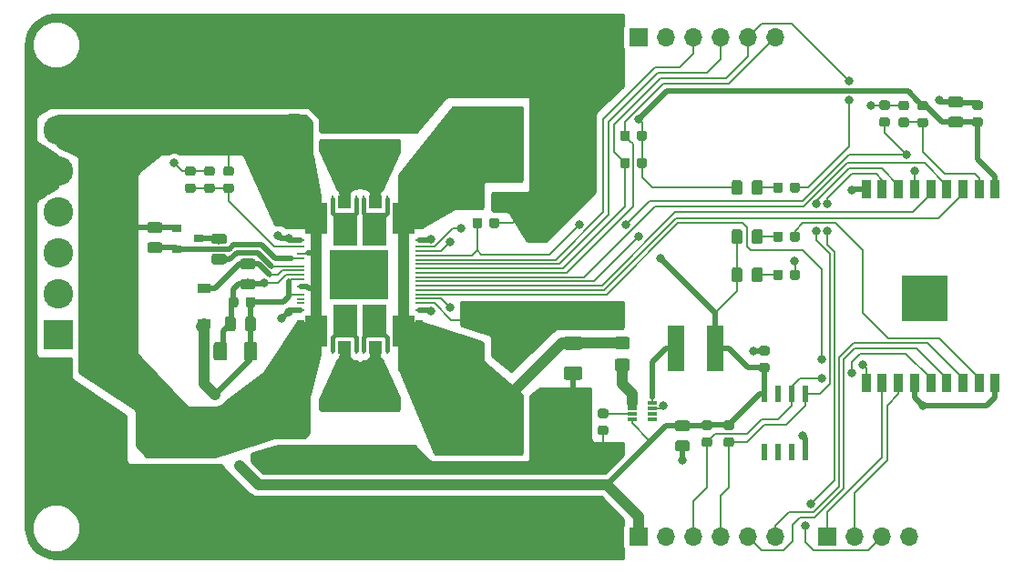
<source format=gbr>
G04 #@! TF.GenerationSoftware,KiCad,Pcbnew,5.0.0-fee4fd1~65~ubuntu16.04.1*
G04 #@! TF.CreationDate,2018-07-29T13:14:09-07:00*
G04 #@! TF.ProjectId,wifistepper,77696669737465707065722E6B696361,rev?*
G04 #@! TF.SameCoordinates,Original*
G04 #@! TF.FileFunction,Copper,L1,Top,Signal*
G04 #@! TF.FilePolarity,Positive*
%FSLAX46Y46*%
G04 Gerber Fmt 4.6, Leading zero omitted, Abs format (unit mm)*
G04 Created by KiCad (PCBNEW 5.0.0-fee4fd1~65~ubuntu16.04.1) date Sun Jul 29 13:14:09 2018*
%MOMM*%
%LPD*%
G01*
G04 APERTURE LIST*
G04 #@! TA.AperFunction,Conductor*
%ADD10C,0.100000*%
G04 #@! TD*
G04 #@! TA.AperFunction,SMDPad,CuDef*
%ADD11C,0.875000*%
G04 #@! TD*
G04 #@! TA.AperFunction,SMDPad,CuDef*
%ADD12C,1.250000*%
G04 #@! TD*
G04 #@! TA.AperFunction,SMDPad,CuDef*
%ADD13C,0.975000*%
G04 #@! TD*
G04 #@! TA.AperFunction,SMDPad,CuDef*
%ADD14R,1.300000X4.900000*%
G04 #@! TD*
G04 #@! TA.AperFunction,SMDPad,CuDef*
%ADD15R,0.900000X0.800000*%
G04 #@! TD*
G04 #@! TA.AperFunction,SMDPad,CuDef*
%ADD16R,1.200000X0.900000*%
G04 #@! TD*
G04 #@! TA.AperFunction,ComponentPad*
%ADD17R,3.500000X3.500000*%
G04 #@! TD*
G04 #@! TA.AperFunction,ComponentPad*
%ADD18C,3.000000*%
G04 #@! TD*
G04 #@! TA.AperFunction,ComponentPad*
%ADD19C,3.500000*%
G04 #@! TD*
G04 #@! TA.AperFunction,ComponentPad*
%ADD20R,2.750000X2.750000*%
G04 #@! TD*
G04 #@! TA.AperFunction,ComponentPad*
%ADD21C,2.750000*%
G04 #@! TD*
G04 #@! TA.AperFunction,ComponentPad*
%ADD22R,1.700000X1.700000*%
G04 #@! TD*
G04 #@! TA.AperFunction,ComponentPad*
%ADD23O,1.700000X1.700000*%
G04 #@! TD*
G04 #@! TA.AperFunction,SMDPad,CuDef*
%ADD24R,1.500000X4.200000*%
G04 #@! TD*
G04 #@! TA.AperFunction,SMDPad,CuDef*
%ADD25C,1.350000*%
G04 #@! TD*
G04 #@! TA.AperFunction,SMDPad,CuDef*
%ADD26R,0.900000X1.700000*%
G04 #@! TD*
G04 #@! TA.AperFunction,SMDPad,CuDef*
%ADD27R,4.300000X4.300000*%
G04 #@! TD*
G04 #@! TA.AperFunction,SMDPad,CuDef*
%ADD28R,5.500000X4.680000*%
G04 #@! TD*
G04 #@! TA.AperFunction,SMDPad,CuDef*
%ADD29R,2.300000X3.010000*%
G04 #@! TD*
G04 #@! TA.AperFunction,SMDPad,CuDef*
%ADD30R,1.160000X1.200000*%
G04 #@! TD*
G04 #@! TA.AperFunction,SMDPad,CuDef*
%ADD31R,0.200000X0.800000*%
G04 #@! TD*
G04 #@! TA.AperFunction,SMDPad,CuDef*
%ADD32R,0.800000X0.200000*%
G04 #@! TD*
G04 #@! TA.AperFunction,SMDPad,CuDef*
%ADD33R,2.140000X2.850000*%
G04 #@! TD*
G04 #@! TA.AperFunction,SMDPad,CuDef*
%ADD34R,1.440000X0.720000*%
G04 #@! TD*
G04 #@! TA.AperFunction,SMDPad,CuDef*
%ADD35R,0.740000X2.170000*%
G04 #@! TD*
G04 #@! TA.AperFunction,SMDPad,CuDef*
%ADD36R,0.850000X0.300000*%
G04 #@! TD*
G04 #@! TA.AperFunction,SMDPad,CuDef*
%ADD37R,0.600000X1.550000*%
G04 #@! TD*
G04 #@! TA.AperFunction,SMDPad,CuDef*
%ADD38C,1.150000*%
G04 #@! TD*
G04 #@! TA.AperFunction,ViaPad*
%ADD39C,0.800000*%
G04 #@! TD*
G04 #@! TA.AperFunction,Conductor*
%ADD40C,0.500000*%
G04 #@! TD*
G04 #@! TA.AperFunction,Conductor*
%ADD41C,1.000000*%
G04 #@! TD*
G04 #@! TA.AperFunction,Conductor*
%ADD42C,0.200000*%
G04 #@! TD*
G04 #@! TA.AperFunction,Conductor*
%ADD43C,0.400000*%
G04 #@! TD*
G04 #@! TA.AperFunction,Conductor*
%ADD44C,0.250000*%
G04 #@! TD*
G04 APERTURE END LIST*
D10*
G04 #@! TO.N,WIFI_CONN*
G04 #@! TO.C,R10*
G36*
X103923191Y-87410053D02*
X103944426Y-87413203D01*
X103965250Y-87418419D01*
X103985462Y-87425651D01*
X104004868Y-87434830D01*
X104023281Y-87445866D01*
X104040524Y-87458654D01*
X104056430Y-87473070D01*
X104070846Y-87488976D01*
X104083634Y-87506219D01*
X104094670Y-87524632D01*
X104103849Y-87544038D01*
X104111081Y-87564250D01*
X104116297Y-87585074D01*
X104119447Y-87606309D01*
X104120500Y-87627750D01*
X104120500Y-88140250D01*
X104119447Y-88161691D01*
X104116297Y-88182926D01*
X104111081Y-88203750D01*
X104103849Y-88223962D01*
X104094670Y-88243368D01*
X104083634Y-88261781D01*
X104070846Y-88279024D01*
X104056430Y-88294930D01*
X104040524Y-88309346D01*
X104023281Y-88322134D01*
X104004868Y-88333170D01*
X103985462Y-88342349D01*
X103965250Y-88349581D01*
X103944426Y-88354797D01*
X103923191Y-88357947D01*
X103901750Y-88359000D01*
X103464250Y-88359000D01*
X103442809Y-88357947D01*
X103421574Y-88354797D01*
X103400750Y-88349581D01*
X103380538Y-88342349D01*
X103361132Y-88333170D01*
X103342719Y-88322134D01*
X103325476Y-88309346D01*
X103309570Y-88294930D01*
X103295154Y-88279024D01*
X103282366Y-88261781D01*
X103271330Y-88243368D01*
X103262151Y-88223962D01*
X103254919Y-88203750D01*
X103249703Y-88182926D01*
X103246553Y-88161691D01*
X103245500Y-88140250D01*
X103245500Y-87627750D01*
X103246553Y-87606309D01*
X103249703Y-87585074D01*
X103254919Y-87564250D01*
X103262151Y-87544038D01*
X103271330Y-87524632D01*
X103282366Y-87506219D01*
X103295154Y-87488976D01*
X103309570Y-87473070D01*
X103325476Y-87458654D01*
X103342719Y-87445866D01*
X103361132Y-87434830D01*
X103380538Y-87425651D01*
X103400750Y-87418419D01*
X103421574Y-87413203D01*
X103442809Y-87410053D01*
X103464250Y-87409000D01*
X103901750Y-87409000D01*
X103923191Y-87410053D01*
X103923191Y-87410053D01*
G37*
D11*
G04 #@! TD*
G04 #@! TO.P,R10,2*
G04 #@! TO.N,WIFI_CONN*
X103683000Y-87884000D03*
D10*
G04 #@! TO.N,Net-(D4-Pad1)*
G04 #@! TO.C,R10*
G36*
X102348191Y-87410053D02*
X102369426Y-87413203D01*
X102390250Y-87418419D01*
X102410462Y-87425651D01*
X102429868Y-87434830D01*
X102448281Y-87445866D01*
X102465524Y-87458654D01*
X102481430Y-87473070D01*
X102495846Y-87488976D01*
X102508634Y-87506219D01*
X102519670Y-87524632D01*
X102528849Y-87544038D01*
X102536081Y-87564250D01*
X102541297Y-87585074D01*
X102544447Y-87606309D01*
X102545500Y-87627750D01*
X102545500Y-88140250D01*
X102544447Y-88161691D01*
X102541297Y-88182926D01*
X102536081Y-88203750D01*
X102528849Y-88223962D01*
X102519670Y-88243368D01*
X102508634Y-88261781D01*
X102495846Y-88279024D01*
X102481430Y-88294930D01*
X102465524Y-88309346D01*
X102448281Y-88322134D01*
X102429868Y-88333170D01*
X102410462Y-88342349D01*
X102390250Y-88349581D01*
X102369426Y-88354797D01*
X102348191Y-88357947D01*
X102326750Y-88359000D01*
X101889250Y-88359000D01*
X101867809Y-88357947D01*
X101846574Y-88354797D01*
X101825750Y-88349581D01*
X101805538Y-88342349D01*
X101786132Y-88333170D01*
X101767719Y-88322134D01*
X101750476Y-88309346D01*
X101734570Y-88294930D01*
X101720154Y-88279024D01*
X101707366Y-88261781D01*
X101696330Y-88243368D01*
X101687151Y-88223962D01*
X101679919Y-88203750D01*
X101674703Y-88182926D01*
X101671553Y-88161691D01*
X101670500Y-88140250D01*
X101670500Y-87627750D01*
X101671553Y-87606309D01*
X101674703Y-87585074D01*
X101679919Y-87564250D01*
X101687151Y-87544038D01*
X101696330Y-87524632D01*
X101707366Y-87506219D01*
X101720154Y-87488976D01*
X101734570Y-87473070D01*
X101750476Y-87458654D01*
X101767719Y-87445866D01*
X101786132Y-87434830D01*
X101805538Y-87425651D01*
X101825750Y-87418419D01*
X101846574Y-87413203D01*
X101867809Y-87410053D01*
X101889250Y-87409000D01*
X102326750Y-87409000D01*
X102348191Y-87410053D01*
X102348191Y-87410053D01*
G37*
D11*
G04 #@! TD*
G04 #@! TO.P,R10,1*
G04 #@! TO.N,Net-(D4-Pad1)*
X102108000Y-87884000D03*
D10*
G04 #@! TO.N,+3V3*
G04 #@! TO.C,C1*
G36*
X53485504Y-97678204D02*
X53509773Y-97681804D01*
X53533571Y-97687765D01*
X53556671Y-97696030D01*
X53578849Y-97706520D01*
X53599893Y-97719133D01*
X53619598Y-97733747D01*
X53637777Y-97750223D01*
X53654253Y-97768402D01*
X53668867Y-97788107D01*
X53681480Y-97809151D01*
X53691970Y-97831329D01*
X53700235Y-97854429D01*
X53706196Y-97878227D01*
X53709796Y-97902496D01*
X53711000Y-97927000D01*
X53711000Y-99177000D01*
X53709796Y-99201504D01*
X53706196Y-99225773D01*
X53700235Y-99249571D01*
X53691970Y-99272671D01*
X53681480Y-99294849D01*
X53668867Y-99315893D01*
X53654253Y-99335598D01*
X53637777Y-99353777D01*
X53619598Y-99370253D01*
X53599893Y-99384867D01*
X53578849Y-99397480D01*
X53556671Y-99407970D01*
X53533571Y-99416235D01*
X53509773Y-99422196D01*
X53485504Y-99425796D01*
X53461000Y-99427000D01*
X52711000Y-99427000D01*
X52686496Y-99425796D01*
X52662227Y-99422196D01*
X52638429Y-99416235D01*
X52615329Y-99407970D01*
X52593151Y-99397480D01*
X52572107Y-99384867D01*
X52552402Y-99370253D01*
X52534223Y-99353777D01*
X52517747Y-99335598D01*
X52503133Y-99315893D01*
X52490520Y-99294849D01*
X52480030Y-99272671D01*
X52471765Y-99249571D01*
X52465804Y-99225773D01*
X52462204Y-99201504D01*
X52461000Y-99177000D01*
X52461000Y-97927000D01*
X52462204Y-97902496D01*
X52465804Y-97878227D01*
X52471765Y-97854429D01*
X52480030Y-97831329D01*
X52490520Y-97809151D01*
X52503133Y-97788107D01*
X52517747Y-97768402D01*
X52534223Y-97750223D01*
X52552402Y-97733747D01*
X52572107Y-97719133D01*
X52593151Y-97706520D01*
X52615329Y-97696030D01*
X52638429Y-97687765D01*
X52662227Y-97681804D01*
X52686496Y-97678204D01*
X52711000Y-97677000D01*
X53461000Y-97677000D01*
X53485504Y-97678204D01*
X53485504Y-97678204D01*
G37*
D12*
G04 #@! TD*
G04 #@! TO.P,C1,1*
G04 #@! TO.N,+3V3*
X53086000Y-98552000D03*
D10*
G04 #@! TO.N,GND*
G04 #@! TO.C,C1*
G36*
X50685504Y-97678204D02*
X50709773Y-97681804D01*
X50733571Y-97687765D01*
X50756671Y-97696030D01*
X50778849Y-97706520D01*
X50799893Y-97719133D01*
X50819598Y-97733747D01*
X50837777Y-97750223D01*
X50854253Y-97768402D01*
X50868867Y-97788107D01*
X50881480Y-97809151D01*
X50891970Y-97831329D01*
X50900235Y-97854429D01*
X50906196Y-97878227D01*
X50909796Y-97902496D01*
X50911000Y-97927000D01*
X50911000Y-99177000D01*
X50909796Y-99201504D01*
X50906196Y-99225773D01*
X50900235Y-99249571D01*
X50891970Y-99272671D01*
X50881480Y-99294849D01*
X50868867Y-99315893D01*
X50854253Y-99335598D01*
X50837777Y-99353777D01*
X50819598Y-99370253D01*
X50799893Y-99384867D01*
X50778849Y-99397480D01*
X50756671Y-99407970D01*
X50733571Y-99416235D01*
X50709773Y-99422196D01*
X50685504Y-99425796D01*
X50661000Y-99427000D01*
X49911000Y-99427000D01*
X49886496Y-99425796D01*
X49862227Y-99422196D01*
X49838429Y-99416235D01*
X49815329Y-99407970D01*
X49793151Y-99397480D01*
X49772107Y-99384867D01*
X49752402Y-99370253D01*
X49734223Y-99353777D01*
X49717747Y-99335598D01*
X49703133Y-99315893D01*
X49690520Y-99294849D01*
X49680030Y-99272671D01*
X49671765Y-99249571D01*
X49665804Y-99225773D01*
X49662204Y-99201504D01*
X49661000Y-99177000D01*
X49661000Y-97927000D01*
X49662204Y-97902496D01*
X49665804Y-97878227D01*
X49671765Y-97854429D01*
X49680030Y-97831329D01*
X49690520Y-97809151D01*
X49703133Y-97788107D01*
X49717747Y-97768402D01*
X49734223Y-97750223D01*
X49752402Y-97733747D01*
X49772107Y-97719133D01*
X49793151Y-97706520D01*
X49815329Y-97696030D01*
X49838429Y-97687765D01*
X49862227Y-97681804D01*
X49886496Y-97678204D01*
X49911000Y-97677000D01*
X50661000Y-97677000D01*
X50685504Y-97678204D01*
X50685504Y-97678204D01*
G37*
D12*
G04 #@! TD*
G04 #@! TO.P,C1,2*
G04 #@! TO.N,GND*
X50286000Y-98552000D03*
D10*
G04 #@! TO.N,Net-(C2-Pad1)*
G04 #@! TO.C,C2*
G36*
X53312142Y-89937674D02*
X53335803Y-89941184D01*
X53359007Y-89946996D01*
X53381529Y-89955054D01*
X53403153Y-89965282D01*
X53423670Y-89977579D01*
X53442883Y-89991829D01*
X53460607Y-90007893D01*
X53476671Y-90025617D01*
X53490921Y-90044830D01*
X53503218Y-90065347D01*
X53513446Y-90086971D01*
X53521504Y-90109493D01*
X53527316Y-90132697D01*
X53530826Y-90156358D01*
X53532000Y-90180250D01*
X53532000Y-90667750D01*
X53530826Y-90691642D01*
X53527316Y-90715303D01*
X53521504Y-90738507D01*
X53513446Y-90761029D01*
X53503218Y-90782653D01*
X53490921Y-90803170D01*
X53476671Y-90822383D01*
X53460607Y-90840107D01*
X53442883Y-90856171D01*
X53423670Y-90870421D01*
X53403153Y-90882718D01*
X53381529Y-90892946D01*
X53359007Y-90901004D01*
X53335803Y-90906816D01*
X53312142Y-90910326D01*
X53288250Y-90911500D01*
X52375750Y-90911500D01*
X52351858Y-90910326D01*
X52328197Y-90906816D01*
X52304993Y-90901004D01*
X52282471Y-90892946D01*
X52260847Y-90882718D01*
X52240330Y-90870421D01*
X52221117Y-90856171D01*
X52203393Y-90840107D01*
X52187329Y-90822383D01*
X52173079Y-90803170D01*
X52160782Y-90782653D01*
X52150554Y-90761029D01*
X52142496Y-90738507D01*
X52136684Y-90715303D01*
X52133174Y-90691642D01*
X52132000Y-90667750D01*
X52132000Y-90180250D01*
X52133174Y-90156358D01*
X52136684Y-90132697D01*
X52142496Y-90109493D01*
X52150554Y-90086971D01*
X52160782Y-90065347D01*
X52173079Y-90044830D01*
X52187329Y-90025617D01*
X52203393Y-90007893D01*
X52221117Y-89991829D01*
X52240330Y-89977579D01*
X52260847Y-89965282D01*
X52282471Y-89955054D01*
X52304993Y-89946996D01*
X52328197Y-89941184D01*
X52351858Y-89937674D01*
X52375750Y-89936500D01*
X53288250Y-89936500D01*
X53312142Y-89937674D01*
X53312142Y-89937674D01*
G37*
D13*
G04 #@! TD*
G04 #@! TO.P,C2,1*
G04 #@! TO.N,Net-(C2-Pad1)*
X52832000Y-90424000D03*
D10*
G04 #@! TO.N,GND*
G04 #@! TO.C,C2*
G36*
X53312142Y-91812674D02*
X53335803Y-91816184D01*
X53359007Y-91821996D01*
X53381529Y-91830054D01*
X53403153Y-91840282D01*
X53423670Y-91852579D01*
X53442883Y-91866829D01*
X53460607Y-91882893D01*
X53476671Y-91900617D01*
X53490921Y-91919830D01*
X53503218Y-91940347D01*
X53513446Y-91961971D01*
X53521504Y-91984493D01*
X53527316Y-92007697D01*
X53530826Y-92031358D01*
X53532000Y-92055250D01*
X53532000Y-92542750D01*
X53530826Y-92566642D01*
X53527316Y-92590303D01*
X53521504Y-92613507D01*
X53513446Y-92636029D01*
X53503218Y-92657653D01*
X53490921Y-92678170D01*
X53476671Y-92697383D01*
X53460607Y-92715107D01*
X53442883Y-92731171D01*
X53423670Y-92745421D01*
X53403153Y-92757718D01*
X53381529Y-92767946D01*
X53359007Y-92776004D01*
X53335803Y-92781816D01*
X53312142Y-92785326D01*
X53288250Y-92786500D01*
X52375750Y-92786500D01*
X52351858Y-92785326D01*
X52328197Y-92781816D01*
X52304993Y-92776004D01*
X52282471Y-92767946D01*
X52260847Y-92757718D01*
X52240330Y-92745421D01*
X52221117Y-92731171D01*
X52203393Y-92715107D01*
X52187329Y-92697383D01*
X52173079Y-92678170D01*
X52160782Y-92657653D01*
X52150554Y-92636029D01*
X52142496Y-92613507D01*
X52136684Y-92590303D01*
X52133174Y-92566642D01*
X52132000Y-92542750D01*
X52132000Y-92055250D01*
X52133174Y-92031358D01*
X52136684Y-92007697D01*
X52142496Y-91984493D01*
X52150554Y-91961971D01*
X52160782Y-91940347D01*
X52173079Y-91919830D01*
X52187329Y-91900617D01*
X52203393Y-91882893D01*
X52221117Y-91866829D01*
X52240330Y-91852579D01*
X52260847Y-91840282D01*
X52282471Y-91830054D01*
X52304993Y-91821996D01*
X52328197Y-91816184D01*
X52351858Y-91812674D01*
X52375750Y-91811500D01*
X53288250Y-91811500D01*
X53312142Y-91812674D01*
X53312142Y-91812674D01*
G37*
D13*
G04 #@! TD*
G04 #@! TO.P,C2,2*
G04 #@! TO.N,GND*
X52832000Y-92299000D03*
D10*
G04 #@! TO.N,Net-(C3-Pad1)*
G04 #@! TO.C,C3*
G36*
X44676142Y-88413674D02*
X44699803Y-88417184D01*
X44723007Y-88422996D01*
X44745529Y-88431054D01*
X44767153Y-88441282D01*
X44787670Y-88453579D01*
X44806883Y-88467829D01*
X44824607Y-88483893D01*
X44840671Y-88501617D01*
X44854921Y-88520830D01*
X44867218Y-88541347D01*
X44877446Y-88562971D01*
X44885504Y-88585493D01*
X44891316Y-88608697D01*
X44894826Y-88632358D01*
X44896000Y-88656250D01*
X44896000Y-89143750D01*
X44894826Y-89167642D01*
X44891316Y-89191303D01*
X44885504Y-89214507D01*
X44877446Y-89237029D01*
X44867218Y-89258653D01*
X44854921Y-89279170D01*
X44840671Y-89298383D01*
X44824607Y-89316107D01*
X44806883Y-89332171D01*
X44787670Y-89346421D01*
X44767153Y-89358718D01*
X44745529Y-89368946D01*
X44723007Y-89377004D01*
X44699803Y-89382816D01*
X44676142Y-89386326D01*
X44652250Y-89387500D01*
X43739750Y-89387500D01*
X43715858Y-89386326D01*
X43692197Y-89382816D01*
X43668993Y-89377004D01*
X43646471Y-89368946D01*
X43624847Y-89358718D01*
X43604330Y-89346421D01*
X43585117Y-89332171D01*
X43567393Y-89316107D01*
X43551329Y-89298383D01*
X43537079Y-89279170D01*
X43524782Y-89258653D01*
X43514554Y-89237029D01*
X43506496Y-89214507D01*
X43500684Y-89191303D01*
X43497174Y-89167642D01*
X43496000Y-89143750D01*
X43496000Y-88656250D01*
X43497174Y-88632358D01*
X43500684Y-88608697D01*
X43506496Y-88585493D01*
X43514554Y-88562971D01*
X43524782Y-88541347D01*
X43537079Y-88520830D01*
X43551329Y-88501617D01*
X43567393Y-88483893D01*
X43585117Y-88467829D01*
X43604330Y-88453579D01*
X43624847Y-88441282D01*
X43646471Y-88431054D01*
X43668993Y-88422996D01*
X43692197Y-88417184D01*
X43715858Y-88413674D01*
X43739750Y-88412500D01*
X44652250Y-88412500D01*
X44676142Y-88413674D01*
X44676142Y-88413674D01*
G37*
D13*
G04 #@! TD*
G04 #@! TO.P,C3,1*
G04 #@! TO.N,Net-(C3-Pad1)*
X44196000Y-88900000D03*
D10*
G04 #@! TO.N,VIN*
G04 #@! TO.C,C3*
G36*
X44676142Y-86538674D02*
X44699803Y-86542184D01*
X44723007Y-86547996D01*
X44745529Y-86556054D01*
X44767153Y-86566282D01*
X44787670Y-86578579D01*
X44806883Y-86592829D01*
X44824607Y-86608893D01*
X44840671Y-86626617D01*
X44854921Y-86645830D01*
X44867218Y-86666347D01*
X44877446Y-86687971D01*
X44885504Y-86710493D01*
X44891316Y-86733697D01*
X44894826Y-86757358D01*
X44896000Y-86781250D01*
X44896000Y-87268750D01*
X44894826Y-87292642D01*
X44891316Y-87316303D01*
X44885504Y-87339507D01*
X44877446Y-87362029D01*
X44867218Y-87383653D01*
X44854921Y-87404170D01*
X44840671Y-87423383D01*
X44824607Y-87441107D01*
X44806883Y-87457171D01*
X44787670Y-87471421D01*
X44767153Y-87483718D01*
X44745529Y-87493946D01*
X44723007Y-87502004D01*
X44699803Y-87507816D01*
X44676142Y-87511326D01*
X44652250Y-87512500D01*
X43739750Y-87512500D01*
X43715858Y-87511326D01*
X43692197Y-87507816D01*
X43668993Y-87502004D01*
X43646471Y-87493946D01*
X43624847Y-87483718D01*
X43604330Y-87471421D01*
X43585117Y-87457171D01*
X43567393Y-87441107D01*
X43551329Y-87423383D01*
X43537079Y-87404170D01*
X43524782Y-87383653D01*
X43514554Y-87362029D01*
X43506496Y-87339507D01*
X43500684Y-87316303D01*
X43497174Y-87292642D01*
X43496000Y-87268750D01*
X43496000Y-86781250D01*
X43497174Y-86757358D01*
X43500684Y-86733697D01*
X43506496Y-86710493D01*
X43514554Y-86687971D01*
X43524782Y-86666347D01*
X43537079Y-86645830D01*
X43551329Y-86626617D01*
X43567393Y-86608893D01*
X43585117Y-86592829D01*
X43604330Y-86578579D01*
X43624847Y-86566282D01*
X43646471Y-86556054D01*
X43668993Y-86547996D01*
X43692197Y-86542184D01*
X43715858Y-86538674D01*
X43739750Y-86537500D01*
X44652250Y-86537500D01*
X44676142Y-86538674D01*
X44676142Y-86538674D01*
G37*
D13*
G04 #@! TD*
G04 #@! TO.P,C3,2*
G04 #@! TO.N,VIN*
X44196000Y-87025000D03*
D10*
G04 #@! TO.N,+3V3*
G04 #@! TO.C,C4*
G36*
X53353642Y-95313174D02*
X53377303Y-95316684D01*
X53400507Y-95322496D01*
X53423029Y-95330554D01*
X53444653Y-95340782D01*
X53465170Y-95353079D01*
X53484383Y-95367329D01*
X53502107Y-95383393D01*
X53518171Y-95401117D01*
X53532421Y-95420330D01*
X53544718Y-95440847D01*
X53554946Y-95462471D01*
X53563004Y-95484993D01*
X53568816Y-95508197D01*
X53572326Y-95531858D01*
X53573500Y-95555750D01*
X53573500Y-96468250D01*
X53572326Y-96492142D01*
X53568816Y-96515803D01*
X53563004Y-96539007D01*
X53554946Y-96561529D01*
X53544718Y-96583153D01*
X53532421Y-96603670D01*
X53518171Y-96622883D01*
X53502107Y-96640607D01*
X53484383Y-96656671D01*
X53465170Y-96670921D01*
X53444653Y-96683218D01*
X53423029Y-96693446D01*
X53400507Y-96701504D01*
X53377303Y-96707316D01*
X53353642Y-96710826D01*
X53329750Y-96712000D01*
X52842250Y-96712000D01*
X52818358Y-96710826D01*
X52794697Y-96707316D01*
X52771493Y-96701504D01*
X52748971Y-96693446D01*
X52727347Y-96683218D01*
X52706830Y-96670921D01*
X52687617Y-96656671D01*
X52669893Y-96640607D01*
X52653829Y-96622883D01*
X52639579Y-96603670D01*
X52627282Y-96583153D01*
X52617054Y-96561529D01*
X52608996Y-96539007D01*
X52603184Y-96515803D01*
X52599674Y-96492142D01*
X52598500Y-96468250D01*
X52598500Y-95555750D01*
X52599674Y-95531858D01*
X52603184Y-95508197D01*
X52608996Y-95484993D01*
X52617054Y-95462471D01*
X52627282Y-95440847D01*
X52639579Y-95420330D01*
X52653829Y-95401117D01*
X52669893Y-95383393D01*
X52687617Y-95367329D01*
X52706830Y-95353079D01*
X52727347Y-95340782D01*
X52748971Y-95330554D01*
X52771493Y-95322496D01*
X52794697Y-95316684D01*
X52818358Y-95313174D01*
X52842250Y-95312000D01*
X53329750Y-95312000D01*
X53353642Y-95313174D01*
X53353642Y-95313174D01*
G37*
D13*
G04 #@! TD*
G04 #@! TO.P,C4,1*
G04 #@! TO.N,+3V3*
X53086000Y-96012000D03*
D10*
G04 #@! TO.N,GND*
G04 #@! TO.C,C4*
G36*
X51478642Y-95313174D02*
X51502303Y-95316684D01*
X51525507Y-95322496D01*
X51548029Y-95330554D01*
X51569653Y-95340782D01*
X51590170Y-95353079D01*
X51609383Y-95367329D01*
X51627107Y-95383393D01*
X51643171Y-95401117D01*
X51657421Y-95420330D01*
X51669718Y-95440847D01*
X51679946Y-95462471D01*
X51688004Y-95484993D01*
X51693816Y-95508197D01*
X51697326Y-95531858D01*
X51698500Y-95555750D01*
X51698500Y-96468250D01*
X51697326Y-96492142D01*
X51693816Y-96515803D01*
X51688004Y-96539007D01*
X51679946Y-96561529D01*
X51669718Y-96583153D01*
X51657421Y-96603670D01*
X51643171Y-96622883D01*
X51627107Y-96640607D01*
X51609383Y-96656671D01*
X51590170Y-96670921D01*
X51569653Y-96683218D01*
X51548029Y-96693446D01*
X51525507Y-96701504D01*
X51502303Y-96707316D01*
X51478642Y-96710826D01*
X51454750Y-96712000D01*
X50967250Y-96712000D01*
X50943358Y-96710826D01*
X50919697Y-96707316D01*
X50896493Y-96701504D01*
X50873971Y-96693446D01*
X50852347Y-96683218D01*
X50831830Y-96670921D01*
X50812617Y-96656671D01*
X50794893Y-96640607D01*
X50778829Y-96622883D01*
X50764579Y-96603670D01*
X50752282Y-96583153D01*
X50742054Y-96561529D01*
X50733996Y-96539007D01*
X50728184Y-96515803D01*
X50724674Y-96492142D01*
X50723500Y-96468250D01*
X50723500Y-95555750D01*
X50724674Y-95531858D01*
X50728184Y-95508197D01*
X50733996Y-95484993D01*
X50742054Y-95462471D01*
X50752282Y-95440847D01*
X50764579Y-95420330D01*
X50778829Y-95401117D01*
X50794893Y-95383393D01*
X50812617Y-95367329D01*
X50831830Y-95353079D01*
X50852347Y-95340782D01*
X50873971Y-95330554D01*
X50896493Y-95322496D01*
X50919697Y-95316684D01*
X50943358Y-95313174D01*
X50967250Y-95312000D01*
X51454750Y-95312000D01*
X51478642Y-95313174D01*
X51478642Y-95313174D01*
G37*
D13*
G04 #@! TD*
G04 #@! TO.P,C4,2*
G04 #@! TO.N,GND*
X51211000Y-96012000D03*
D10*
G04 #@! TO.N,GND*
G04 #@! TO.C,C5*
G36*
X47775691Y-81351553D02*
X47796926Y-81354703D01*
X47817750Y-81359919D01*
X47837962Y-81367151D01*
X47857368Y-81376330D01*
X47875781Y-81387366D01*
X47893024Y-81400154D01*
X47908930Y-81414570D01*
X47923346Y-81430476D01*
X47936134Y-81447719D01*
X47947170Y-81466132D01*
X47956349Y-81485538D01*
X47963581Y-81505750D01*
X47968797Y-81526574D01*
X47971947Y-81547809D01*
X47973000Y-81569250D01*
X47973000Y-82006750D01*
X47971947Y-82028191D01*
X47968797Y-82049426D01*
X47963581Y-82070250D01*
X47956349Y-82090462D01*
X47947170Y-82109868D01*
X47936134Y-82128281D01*
X47923346Y-82145524D01*
X47908930Y-82161430D01*
X47893024Y-82175846D01*
X47875781Y-82188634D01*
X47857368Y-82199670D01*
X47837962Y-82208849D01*
X47817750Y-82216081D01*
X47796926Y-82221297D01*
X47775691Y-82224447D01*
X47754250Y-82225500D01*
X47241750Y-82225500D01*
X47220309Y-82224447D01*
X47199074Y-82221297D01*
X47178250Y-82216081D01*
X47158038Y-82208849D01*
X47138632Y-82199670D01*
X47120219Y-82188634D01*
X47102976Y-82175846D01*
X47087070Y-82161430D01*
X47072654Y-82145524D01*
X47059866Y-82128281D01*
X47048830Y-82109868D01*
X47039651Y-82090462D01*
X47032419Y-82070250D01*
X47027203Y-82049426D01*
X47024053Y-82028191D01*
X47023000Y-82006750D01*
X47023000Y-81569250D01*
X47024053Y-81547809D01*
X47027203Y-81526574D01*
X47032419Y-81505750D01*
X47039651Y-81485538D01*
X47048830Y-81466132D01*
X47059866Y-81447719D01*
X47072654Y-81430476D01*
X47087070Y-81414570D01*
X47102976Y-81400154D01*
X47120219Y-81387366D01*
X47138632Y-81376330D01*
X47158038Y-81367151D01*
X47178250Y-81359919D01*
X47199074Y-81354703D01*
X47220309Y-81351553D01*
X47241750Y-81350500D01*
X47754250Y-81350500D01*
X47775691Y-81351553D01*
X47775691Y-81351553D01*
G37*
D11*
G04 #@! TD*
G04 #@! TO.P,C5,2*
G04 #@! TO.N,GND*
X47498000Y-81788000D03*
D10*
G04 #@! TO.N,SM_ADC*
G04 #@! TO.C,C5*
G36*
X47775691Y-82926553D02*
X47796926Y-82929703D01*
X47817750Y-82934919D01*
X47837962Y-82942151D01*
X47857368Y-82951330D01*
X47875781Y-82962366D01*
X47893024Y-82975154D01*
X47908930Y-82989570D01*
X47923346Y-83005476D01*
X47936134Y-83022719D01*
X47947170Y-83041132D01*
X47956349Y-83060538D01*
X47963581Y-83080750D01*
X47968797Y-83101574D01*
X47971947Y-83122809D01*
X47973000Y-83144250D01*
X47973000Y-83581750D01*
X47971947Y-83603191D01*
X47968797Y-83624426D01*
X47963581Y-83645250D01*
X47956349Y-83665462D01*
X47947170Y-83684868D01*
X47936134Y-83703281D01*
X47923346Y-83720524D01*
X47908930Y-83736430D01*
X47893024Y-83750846D01*
X47875781Y-83763634D01*
X47857368Y-83774670D01*
X47837962Y-83783849D01*
X47817750Y-83791081D01*
X47796926Y-83796297D01*
X47775691Y-83799447D01*
X47754250Y-83800500D01*
X47241750Y-83800500D01*
X47220309Y-83799447D01*
X47199074Y-83796297D01*
X47178250Y-83791081D01*
X47158038Y-83783849D01*
X47138632Y-83774670D01*
X47120219Y-83763634D01*
X47102976Y-83750846D01*
X47087070Y-83736430D01*
X47072654Y-83720524D01*
X47059866Y-83703281D01*
X47048830Y-83684868D01*
X47039651Y-83665462D01*
X47032419Y-83645250D01*
X47027203Y-83624426D01*
X47024053Y-83603191D01*
X47023000Y-83581750D01*
X47023000Y-83144250D01*
X47024053Y-83122809D01*
X47027203Y-83101574D01*
X47032419Y-83080750D01*
X47039651Y-83060538D01*
X47048830Y-83041132D01*
X47059866Y-83022719D01*
X47072654Y-83005476D01*
X47087070Y-82989570D01*
X47102976Y-82975154D01*
X47120219Y-82962366D01*
X47138632Y-82951330D01*
X47158038Y-82942151D01*
X47178250Y-82934919D01*
X47199074Y-82929703D01*
X47220309Y-82926553D01*
X47241750Y-82925500D01*
X47754250Y-82925500D01*
X47775691Y-82926553D01*
X47775691Y-82926553D01*
G37*
D11*
G04 #@! TD*
G04 #@! TO.P,C5,1*
G04 #@! TO.N,SM_ADC*
X47498000Y-83363000D03*
D10*
G04 #@! TO.N,VIN*
G04 #@! TO.C,C6*
G36*
X74435642Y-97599174D02*
X74459303Y-97602684D01*
X74482507Y-97608496D01*
X74505029Y-97616554D01*
X74526653Y-97626782D01*
X74547170Y-97639079D01*
X74566383Y-97653329D01*
X74584107Y-97669393D01*
X74600171Y-97687117D01*
X74614421Y-97706330D01*
X74626718Y-97726847D01*
X74636946Y-97748471D01*
X74645004Y-97770993D01*
X74650816Y-97794197D01*
X74654326Y-97817858D01*
X74655500Y-97841750D01*
X74655500Y-98754250D01*
X74654326Y-98778142D01*
X74650816Y-98801803D01*
X74645004Y-98825007D01*
X74636946Y-98847529D01*
X74626718Y-98869153D01*
X74614421Y-98889670D01*
X74600171Y-98908883D01*
X74584107Y-98926607D01*
X74566383Y-98942671D01*
X74547170Y-98956921D01*
X74526653Y-98969218D01*
X74505029Y-98979446D01*
X74482507Y-98987504D01*
X74459303Y-98993316D01*
X74435642Y-98996826D01*
X74411750Y-98998000D01*
X73924250Y-98998000D01*
X73900358Y-98996826D01*
X73876697Y-98993316D01*
X73853493Y-98987504D01*
X73830971Y-98979446D01*
X73809347Y-98969218D01*
X73788830Y-98956921D01*
X73769617Y-98942671D01*
X73751893Y-98926607D01*
X73735829Y-98908883D01*
X73721579Y-98889670D01*
X73709282Y-98869153D01*
X73699054Y-98847529D01*
X73690996Y-98825007D01*
X73685184Y-98801803D01*
X73681674Y-98778142D01*
X73680500Y-98754250D01*
X73680500Y-97841750D01*
X73681674Y-97817858D01*
X73685184Y-97794197D01*
X73690996Y-97770993D01*
X73699054Y-97748471D01*
X73709282Y-97726847D01*
X73721579Y-97706330D01*
X73735829Y-97687117D01*
X73751893Y-97669393D01*
X73769617Y-97653329D01*
X73788830Y-97639079D01*
X73809347Y-97626782D01*
X73830971Y-97616554D01*
X73853493Y-97608496D01*
X73876697Y-97602684D01*
X73900358Y-97599174D01*
X73924250Y-97598000D01*
X74411750Y-97598000D01*
X74435642Y-97599174D01*
X74435642Y-97599174D01*
G37*
D13*
G04 #@! TD*
G04 #@! TO.P,C6,1*
G04 #@! TO.N,VIN*
X74168000Y-98298000D03*
D10*
G04 #@! TO.N,GND*
G04 #@! TO.C,C6*
G36*
X76310642Y-97599174D02*
X76334303Y-97602684D01*
X76357507Y-97608496D01*
X76380029Y-97616554D01*
X76401653Y-97626782D01*
X76422170Y-97639079D01*
X76441383Y-97653329D01*
X76459107Y-97669393D01*
X76475171Y-97687117D01*
X76489421Y-97706330D01*
X76501718Y-97726847D01*
X76511946Y-97748471D01*
X76520004Y-97770993D01*
X76525816Y-97794197D01*
X76529326Y-97817858D01*
X76530500Y-97841750D01*
X76530500Y-98754250D01*
X76529326Y-98778142D01*
X76525816Y-98801803D01*
X76520004Y-98825007D01*
X76511946Y-98847529D01*
X76501718Y-98869153D01*
X76489421Y-98889670D01*
X76475171Y-98908883D01*
X76459107Y-98926607D01*
X76441383Y-98942671D01*
X76422170Y-98956921D01*
X76401653Y-98969218D01*
X76380029Y-98979446D01*
X76357507Y-98987504D01*
X76334303Y-98993316D01*
X76310642Y-98996826D01*
X76286750Y-98998000D01*
X75799250Y-98998000D01*
X75775358Y-98996826D01*
X75751697Y-98993316D01*
X75728493Y-98987504D01*
X75705971Y-98979446D01*
X75684347Y-98969218D01*
X75663830Y-98956921D01*
X75644617Y-98942671D01*
X75626893Y-98926607D01*
X75610829Y-98908883D01*
X75596579Y-98889670D01*
X75584282Y-98869153D01*
X75574054Y-98847529D01*
X75565996Y-98825007D01*
X75560184Y-98801803D01*
X75556674Y-98778142D01*
X75555500Y-98754250D01*
X75555500Y-97841750D01*
X75556674Y-97817858D01*
X75560184Y-97794197D01*
X75565996Y-97770993D01*
X75574054Y-97748471D01*
X75584282Y-97726847D01*
X75596579Y-97706330D01*
X75610829Y-97687117D01*
X75626893Y-97669393D01*
X75644617Y-97653329D01*
X75663830Y-97639079D01*
X75684347Y-97626782D01*
X75705971Y-97616554D01*
X75728493Y-97608496D01*
X75751697Y-97602684D01*
X75775358Y-97599174D01*
X75799250Y-97598000D01*
X76286750Y-97598000D01*
X76310642Y-97599174D01*
X76310642Y-97599174D01*
G37*
D13*
G04 #@! TD*
G04 #@! TO.P,C6,2*
G04 #@! TO.N,GND*
X76043000Y-98298000D03*
D10*
G04 #@! TO.N,GND*
G04 #@! TO.C,C7*
G36*
X76340642Y-83883174D02*
X76364303Y-83886684D01*
X76387507Y-83892496D01*
X76410029Y-83900554D01*
X76431653Y-83910782D01*
X76452170Y-83923079D01*
X76471383Y-83937329D01*
X76489107Y-83953393D01*
X76505171Y-83971117D01*
X76519421Y-83990330D01*
X76531718Y-84010847D01*
X76541946Y-84032471D01*
X76550004Y-84054993D01*
X76555816Y-84078197D01*
X76559326Y-84101858D01*
X76560500Y-84125750D01*
X76560500Y-85038250D01*
X76559326Y-85062142D01*
X76555816Y-85085803D01*
X76550004Y-85109007D01*
X76541946Y-85131529D01*
X76531718Y-85153153D01*
X76519421Y-85173670D01*
X76505171Y-85192883D01*
X76489107Y-85210607D01*
X76471383Y-85226671D01*
X76452170Y-85240921D01*
X76431653Y-85253218D01*
X76410029Y-85263446D01*
X76387507Y-85271504D01*
X76364303Y-85277316D01*
X76340642Y-85280826D01*
X76316750Y-85282000D01*
X75829250Y-85282000D01*
X75805358Y-85280826D01*
X75781697Y-85277316D01*
X75758493Y-85271504D01*
X75735971Y-85263446D01*
X75714347Y-85253218D01*
X75693830Y-85240921D01*
X75674617Y-85226671D01*
X75656893Y-85210607D01*
X75640829Y-85192883D01*
X75626579Y-85173670D01*
X75614282Y-85153153D01*
X75604054Y-85131529D01*
X75595996Y-85109007D01*
X75590184Y-85085803D01*
X75586674Y-85062142D01*
X75585500Y-85038250D01*
X75585500Y-84125750D01*
X75586674Y-84101858D01*
X75590184Y-84078197D01*
X75595996Y-84054993D01*
X75604054Y-84032471D01*
X75614282Y-84010847D01*
X75626579Y-83990330D01*
X75640829Y-83971117D01*
X75656893Y-83953393D01*
X75674617Y-83937329D01*
X75693830Y-83923079D01*
X75714347Y-83910782D01*
X75735971Y-83900554D01*
X75758493Y-83892496D01*
X75781697Y-83886684D01*
X75805358Y-83883174D01*
X75829250Y-83882000D01*
X76316750Y-83882000D01*
X76340642Y-83883174D01*
X76340642Y-83883174D01*
G37*
D13*
G04 #@! TD*
G04 #@! TO.P,C7,2*
G04 #@! TO.N,GND*
X76073000Y-84582000D03*
D10*
G04 #@! TO.N,VIN*
G04 #@! TO.C,C7*
G36*
X74465642Y-83883174D02*
X74489303Y-83886684D01*
X74512507Y-83892496D01*
X74535029Y-83900554D01*
X74556653Y-83910782D01*
X74577170Y-83923079D01*
X74596383Y-83937329D01*
X74614107Y-83953393D01*
X74630171Y-83971117D01*
X74644421Y-83990330D01*
X74656718Y-84010847D01*
X74666946Y-84032471D01*
X74675004Y-84054993D01*
X74680816Y-84078197D01*
X74684326Y-84101858D01*
X74685500Y-84125750D01*
X74685500Y-85038250D01*
X74684326Y-85062142D01*
X74680816Y-85085803D01*
X74675004Y-85109007D01*
X74666946Y-85131529D01*
X74656718Y-85153153D01*
X74644421Y-85173670D01*
X74630171Y-85192883D01*
X74614107Y-85210607D01*
X74596383Y-85226671D01*
X74577170Y-85240921D01*
X74556653Y-85253218D01*
X74535029Y-85263446D01*
X74512507Y-85271504D01*
X74489303Y-85277316D01*
X74465642Y-85280826D01*
X74441750Y-85282000D01*
X73954250Y-85282000D01*
X73930358Y-85280826D01*
X73906697Y-85277316D01*
X73883493Y-85271504D01*
X73860971Y-85263446D01*
X73839347Y-85253218D01*
X73818830Y-85240921D01*
X73799617Y-85226671D01*
X73781893Y-85210607D01*
X73765829Y-85192883D01*
X73751579Y-85173670D01*
X73739282Y-85153153D01*
X73729054Y-85131529D01*
X73720996Y-85109007D01*
X73715184Y-85085803D01*
X73711674Y-85062142D01*
X73710500Y-85038250D01*
X73710500Y-84125750D01*
X73711674Y-84101858D01*
X73715184Y-84078197D01*
X73720996Y-84054993D01*
X73729054Y-84032471D01*
X73739282Y-84010847D01*
X73751579Y-83990330D01*
X73765829Y-83971117D01*
X73781893Y-83953393D01*
X73799617Y-83937329D01*
X73818830Y-83923079D01*
X73839347Y-83910782D01*
X73860971Y-83900554D01*
X73883493Y-83892496D01*
X73906697Y-83886684D01*
X73930358Y-83883174D01*
X73954250Y-83882000D01*
X74441750Y-83882000D01*
X74465642Y-83883174D01*
X74465642Y-83883174D01*
G37*
D13*
G04 #@! TD*
G04 #@! TO.P,C7,1*
G04 #@! TO.N,VIN*
X74198000Y-84582000D03*
D10*
G04 #@! TO.N,VIN*
G04 #@! TO.C,C8*
G36*
X57630142Y-76475674D02*
X57653803Y-76479184D01*
X57677007Y-76484996D01*
X57699529Y-76493054D01*
X57721153Y-76503282D01*
X57741670Y-76515579D01*
X57760883Y-76529829D01*
X57778607Y-76545893D01*
X57794671Y-76563617D01*
X57808921Y-76582830D01*
X57821218Y-76603347D01*
X57831446Y-76624971D01*
X57839504Y-76647493D01*
X57845316Y-76670697D01*
X57848826Y-76694358D01*
X57850000Y-76718250D01*
X57850000Y-77205750D01*
X57848826Y-77229642D01*
X57845316Y-77253303D01*
X57839504Y-77276507D01*
X57831446Y-77299029D01*
X57821218Y-77320653D01*
X57808921Y-77341170D01*
X57794671Y-77360383D01*
X57778607Y-77378107D01*
X57760883Y-77394171D01*
X57741670Y-77408421D01*
X57721153Y-77420718D01*
X57699529Y-77430946D01*
X57677007Y-77439004D01*
X57653803Y-77444816D01*
X57630142Y-77448326D01*
X57606250Y-77449500D01*
X56693750Y-77449500D01*
X56669858Y-77448326D01*
X56646197Y-77444816D01*
X56622993Y-77439004D01*
X56600471Y-77430946D01*
X56578847Y-77420718D01*
X56558330Y-77408421D01*
X56539117Y-77394171D01*
X56521393Y-77378107D01*
X56505329Y-77360383D01*
X56491079Y-77341170D01*
X56478782Y-77320653D01*
X56468554Y-77299029D01*
X56460496Y-77276507D01*
X56454684Y-77253303D01*
X56451174Y-77229642D01*
X56450000Y-77205750D01*
X56450000Y-76718250D01*
X56451174Y-76694358D01*
X56454684Y-76670697D01*
X56460496Y-76647493D01*
X56468554Y-76624971D01*
X56478782Y-76603347D01*
X56491079Y-76582830D01*
X56505329Y-76563617D01*
X56521393Y-76545893D01*
X56539117Y-76529829D01*
X56558330Y-76515579D01*
X56578847Y-76503282D01*
X56600471Y-76493054D01*
X56622993Y-76484996D01*
X56646197Y-76479184D01*
X56669858Y-76475674D01*
X56693750Y-76474500D01*
X57606250Y-76474500D01*
X57630142Y-76475674D01*
X57630142Y-76475674D01*
G37*
D13*
G04 #@! TD*
G04 #@! TO.P,C8,1*
G04 #@! TO.N,VIN*
X57150000Y-76962000D03*
D10*
G04 #@! TO.N,GND*
G04 #@! TO.C,C8*
G36*
X57630142Y-74600674D02*
X57653803Y-74604184D01*
X57677007Y-74609996D01*
X57699529Y-74618054D01*
X57721153Y-74628282D01*
X57741670Y-74640579D01*
X57760883Y-74654829D01*
X57778607Y-74670893D01*
X57794671Y-74688617D01*
X57808921Y-74707830D01*
X57821218Y-74728347D01*
X57831446Y-74749971D01*
X57839504Y-74772493D01*
X57845316Y-74795697D01*
X57848826Y-74819358D01*
X57850000Y-74843250D01*
X57850000Y-75330750D01*
X57848826Y-75354642D01*
X57845316Y-75378303D01*
X57839504Y-75401507D01*
X57831446Y-75424029D01*
X57821218Y-75445653D01*
X57808921Y-75466170D01*
X57794671Y-75485383D01*
X57778607Y-75503107D01*
X57760883Y-75519171D01*
X57741670Y-75533421D01*
X57721153Y-75545718D01*
X57699529Y-75555946D01*
X57677007Y-75564004D01*
X57653803Y-75569816D01*
X57630142Y-75573326D01*
X57606250Y-75574500D01*
X56693750Y-75574500D01*
X56669858Y-75573326D01*
X56646197Y-75569816D01*
X56622993Y-75564004D01*
X56600471Y-75555946D01*
X56578847Y-75545718D01*
X56558330Y-75533421D01*
X56539117Y-75519171D01*
X56521393Y-75503107D01*
X56505329Y-75485383D01*
X56491079Y-75466170D01*
X56478782Y-75445653D01*
X56468554Y-75424029D01*
X56460496Y-75401507D01*
X56454684Y-75378303D01*
X56451174Y-75354642D01*
X56450000Y-75330750D01*
X56450000Y-74843250D01*
X56451174Y-74819358D01*
X56454684Y-74795697D01*
X56460496Y-74772493D01*
X56468554Y-74749971D01*
X56478782Y-74728347D01*
X56491079Y-74707830D01*
X56505329Y-74688617D01*
X56521393Y-74670893D01*
X56539117Y-74654829D01*
X56558330Y-74640579D01*
X56578847Y-74628282D01*
X56600471Y-74618054D01*
X56622993Y-74609996D01*
X56646197Y-74604184D01*
X56669858Y-74600674D01*
X56693750Y-74599500D01*
X57606250Y-74599500D01*
X57630142Y-74600674D01*
X57630142Y-74600674D01*
G37*
D13*
G04 #@! TD*
G04 #@! TO.P,C8,2*
G04 #@! TO.N,GND*
X57150000Y-75087000D03*
D10*
G04 #@! TO.N,GND*
G04 #@! TO.C,C9*
G36*
X57630142Y-107463674D02*
X57653803Y-107467184D01*
X57677007Y-107472996D01*
X57699529Y-107481054D01*
X57721153Y-107491282D01*
X57741670Y-107503579D01*
X57760883Y-107517829D01*
X57778607Y-107533893D01*
X57794671Y-107551617D01*
X57808921Y-107570830D01*
X57821218Y-107591347D01*
X57831446Y-107612971D01*
X57839504Y-107635493D01*
X57845316Y-107658697D01*
X57848826Y-107682358D01*
X57850000Y-107706250D01*
X57850000Y-108193750D01*
X57848826Y-108217642D01*
X57845316Y-108241303D01*
X57839504Y-108264507D01*
X57831446Y-108287029D01*
X57821218Y-108308653D01*
X57808921Y-108329170D01*
X57794671Y-108348383D01*
X57778607Y-108366107D01*
X57760883Y-108382171D01*
X57741670Y-108396421D01*
X57721153Y-108408718D01*
X57699529Y-108418946D01*
X57677007Y-108427004D01*
X57653803Y-108432816D01*
X57630142Y-108436326D01*
X57606250Y-108437500D01*
X56693750Y-108437500D01*
X56669858Y-108436326D01*
X56646197Y-108432816D01*
X56622993Y-108427004D01*
X56600471Y-108418946D01*
X56578847Y-108408718D01*
X56558330Y-108396421D01*
X56539117Y-108382171D01*
X56521393Y-108366107D01*
X56505329Y-108348383D01*
X56491079Y-108329170D01*
X56478782Y-108308653D01*
X56468554Y-108287029D01*
X56460496Y-108264507D01*
X56454684Y-108241303D01*
X56451174Y-108217642D01*
X56450000Y-108193750D01*
X56450000Y-107706250D01*
X56451174Y-107682358D01*
X56454684Y-107658697D01*
X56460496Y-107635493D01*
X56468554Y-107612971D01*
X56478782Y-107591347D01*
X56491079Y-107570830D01*
X56505329Y-107551617D01*
X56521393Y-107533893D01*
X56539117Y-107517829D01*
X56558330Y-107503579D01*
X56578847Y-107491282D01*
X56600471Y-107481054D01*
X56622993Y-107472996D01*
X56646197Y-107467184D01*
X56669858Y-107463674D01*
X56693750Y-107462500D01*
X57606250Y-107462500D01*
X57630142Y-107463674D01*
X57630142Y-107463674D01*
G37*
D13*
G04 #@! TD*
G04 #@! TO.P,C9,2*
G04 #@! TO.N,GND*
X57150000Y-107950000D03*
D10*
G04 #@! TO.N,VIN*
G04 #@! TO.C,C9*
G36*
X57630142Y-105588674D02*
X57653803Y-105592184D01*
X57677007Y-105597996D01*
X57699529Y-105606054D01*
X57721153Y-105616282D01*
X57741670Y-105628579D01*
X57760883Y-105642829D01*
X57778607Y-105658893D01*
X57794671Y-105676617D01*
X57808921Y-105695830D01*
X57821218Y-105716347D01*
X57831446Y-105737971D01*
X57839504Y-105760493D01*
X57845316Y-105783697D01*
X57848826Y-105807358D01*
X57850000Y-105831250D01*
X57850000Y-106318750D01*
X57848826Y-106342642D01*
X57845316Y-106366303D01*
X57839504Y-106389507D01*
X57831446Y-106412029D01*
X57821218Y-106433653D01*
X57808921Y-106454170D01*
X57794671Y-106473383D01*
X57778607Y-106491107D01*
X57760883Y-106507171D01*
X57741670Y-106521421D01*
X57721153Y-106533718D01*
X57699529Y-106543946D01*
X57677007Y-106552004D01*
X57653803Y-106557816D01*
X57630142Y-106561326D01*
X57606250Y-106562500D01*
X56693750Y-106562500D01*
X56669858Y-106561326D01*
X56646197Y-106557816D01*
X56622993Y-106552004D01*
X56600471Y-106543946D01*
X56578847Y-106533718D01*
X56558330Y-106521421D01*
X56539117Y-106507171D01*
X56521393Y-106491107D01*
X56505329Y-106473383D01*
X56491079Y-106454170D01*
X56478782Y-106433653D01*
X56468554Y-106412029D01*
X56460496Y-106389507D01*
X56454684Y-106366303D01*
X56451174Y-106342642D01*
X56450000Y-106318750D01*
X56450000Y-105831250D01*
X56451174Y-105807358D01*
X56454684Y-105783697D01*
X56460496Y-105760493D01*
X56468554Y-105737971D01*
X56478782Y-105716347D01*
X56491079Y-105695830D01*
X56505329Y-105676617D01*
X56521393Y-105658893D01*
X56539117Y-105642829D01*
X56558330Y-105628579D01*
X56578847Y-105616282D01*
X56600471Y-105606054D01*
X56622993Y-105597996D01*
X56646197Y-105592184D01*
X56669858Y-105588674D01*
X56693750Y-105587500D01*
X57606250Y-105587500D01*
X57630142Y-105588674D01*
X57630142Y-105588674D01*
G37*
D13*
G04 #@! TD*
G04 #@! TO.P,C9,1*
G04 #@! TO.N,VIN*
X57150000Y-106075000D03*
D14*
G04 #@! TO.P,C10,1*
G04 #@! TO.N,VIN*
X77470000Y-105254000D03*
G04 #@! TO.P,C10,2*
G04 #@! TO.N,GND*
X77470000Y-114554000D03*
G04 #@! TD*
G04 #@! TO.P,C11,2*
G04 #@! TO.N,GND*
X77470000Y-70612000D03*
G04 #@! TO.P,C11,1*
G04 #@! TO.N,VIN*
X77470000Y-79912000D03*
G04 #@! TD*
D10*
G04 #@! TO.N,+3V3*
G04 #@! TO.C,C12*
G36*
X53326191Y-93506053D02*
X53347426Y-93509203D01*
X53368250Y-93514419D01*
X53388462Y-93521651D01*
X53407868Y-93530830D01*
X53426281Y-93541866D01*
X53443524Y-93554654D01*
X53459430Y-93569070D01*
X53473846Y-93584976D01*
X53486634Y-93602219D01*
X53497670Y-93620632D01*
X53506849Y-93640038D01*
X53514081Y-93660250D01*
X53519297Y-93681074D01*
X53522447Y-93702309D01*
X53523500Y-93723750D01*
X53523500Y-94236250D01*
X53522447Y-94257691D01*
X53519297Y-94278926D01*
X53514081Y-94299750D01*
X53506849Y-94319962D01*
X53497670Y-94339368D01*
X53486634Y-94357781D01*
X53473846Y-94375024D01*
X53459430Y-94390930D01*
X53443524Y-94405346D01*
X53426281Y-94418134D01*
X53407868Y-94429170D01*
X53388462Y-94438349D01*
X53368250Y-94445581D01*
X53347426Y-94450797D01*
X53326191Y-94453947D01*
X53304750Y-94455000D01*
X52867250Y-94455000D01*
X52845809Y-94453947D01*
X52824574Y-94450797D01*
X52803750Y-94445581D01*
X52783538Y-94438349D01*
X52764132Y-94429170D01*
X52745719Y-94418134D01*
X52728476Y-94405346D01*
X52712570Y-94390930D01*
X52698154Y-94375024D01*
X52685366Y-94357781D01*
X52674330Y-94339368D01*
X52665151Y-94319962D01*
X52657919Y-94299750D01*
X52652703Y-94278926D01*
X52649553Y-94257691D01*
X52648500Y-94236250D01*
X52648500Y-93723750D01*
X52649553Y-93702309D01*
X52652703Y-93681074D01*
X52657919Y-93660250D01*
X52665151Y-93640038D01*
X52674330Y-93620632D01*
X52685366Y-93602219D01*
X52698154Y-93584976D01*
X52712570Y-93569070D01*
X52728476Y-93554654D01*
X52745719Y-93541866D01*
X52764132Y-93530830D01*
X52783538Y-93521651D01*
X52803750Y-93514419D01*
X52824574Y-93509203D01*
X52845809Y-93506053D01*
X52867250Y-93505000D01*
X53304750Y-93505000D01*
X53326191Y-93506053D01*
X53326191Y-93506053D01*
G37*
D11*
G04 #@! TD*
G04 #@! TO.P,C12,1*
G04 #@! TO.N,+3V3*
X53086000Y-93980000D03*
D10*
G04 #@! TO.N,GND*
G04 #@! TO.C,C12*
G36*
X51751191Y-93506053D02*
X51772426Y-93509203D01*
X51793250Y-93514419D01*
X51813462Y-93521651D01*
X51832868Y-93530830D01*
X51851281Y-93541866D01*
X51868524Y-93554654D01*
X51884430Y-93569070D01*
X51898846Y-93584976D01*
X51911634Y-93602219D01*
X51922670Y-93620632D01*
X51931849Y-93640038D01*
X51939081Y-93660250D01*
X51944297Y-93681074D01*
X51947447Y-93702309D01*
X51948500Y-93723750D01*
X51948500Y-94236250D01*
X51947447Y-94257691D01*
X51944297Y-94278926D01*
X51939081Y-94299750D01*
X51931849Y-94319962D01*
X51922670Y-94339368D01*
X51911634Y-94357781D01*
X51898846Y-94375024D01*
X51884430Y-94390930D01*
X51868524Y-94405346D01*
X51851281Y-94418134D01*
X51832868Y-94429170D01*
X51813462Y-94438349D01*
X51793250Y-94445581D01*
X51772426Y-94450797D01*
X51751191Y-94453947D01*
X51729750Y-94455000D01*
X51292250Y-94455000D01*
X51270809Y-94453947D01*
X51249574Y-94450797D01*
X51228750Y-94445581D01*
X51208538Y-94438349D01*
X51189132Y-94429170D01*
X51170719Y-94418134D01*
X51153476Y-94405346D01*
X51137570Y-94390930D01*
X51123154Y-94375024D01*
X51110366Y-94357781D01*
X51099330Y-94339368D01*
X51090151Y-94319962D01*
X51082919Y-94299750D01*
X51077703Y-94278926D01*
X51074553Y-94257691D01*
X51073500Y-94236250D01*
X51073500Y-93723750D01*
X51074553Y-93702309D01*
X51077703Y-93681074D01*
X51082919Y-93660250D01*
X51090151Y-93640038D01*
X51099330Y-93620632D01*
X51110366Y-93602219D01*
X51123154Y-93584976D01*
X51137570Y-93569070D01*
X51153476Y-93554654D01*
X51170719Y-93541866D01*
X51189132Y-93530830D01*
X51208538Y-93521651D01*
X51228750Y-93514419D01*
X51249574Y-93509203D01*
X51270809Y-93506053D01*
X51292250Y-93505000D01*
X51729750Y-93505000D01*
X51751191Y-93506053D01*
X51751191Y-93506053D01*
G37*
D11*
G04 #@! TD*
G04 #@! TO.P,C12,2*
G04 #@! TO.N,GND*
X51511000Y-93980000D03*
D10*
G04 #@! TO.N,Net-(C13-Pad2)*
G04 #@! TO.C,C13*
G36*
X50645142Y-87605474D02*
X50668803Y-87608984D01*
X50692007Y-87614796D01*
X50714529Y-87622854D01*
X50736153Y-87633082D01*
X50756670Y-87645379D01*
X50775883Y-87659629D01*
X50793607Y-87675693D01*
X50809671Y-87693417D01*
X50823921Y-87712630D01*
X50836218Y-87733147D01*
X50846446Y-87754771D01*
X50854504Y-87777293D01*
X50860316Y-87800497D01*
X50863826Y-87824158D01*
X50865000Y-87848050D01*
X50865000Y-88335550D01*
X50863826Y-88359442D01*
X50860316Y-88383103D01*
X50854504Y-88406307D01*
X50846446Y-88428829D01*
X50836218Y-88450453D01*
X50823921Y-88470970D01*
X50809671Y-88490183D01*
X50793607Y-88507907D01*
X50775883Y-88523971D01*
X50756670Y-88538221D01*
X50736153Y-88550518D01*
X50714529Y-88560746D01*
X50692007Y-88568804D01*
X50668803Y-88574616D01*
X50645142Y-88578126D01*
X50621250Y-88579300D01*
X49708750Y-88579300D01*
X49684858Y-88578126D01*
X49661197Y-88574616D01*
X49637993Y-88568804D01*
X49615471Y-88560746D01*
X49593847Y-88550518D01*
X49573330Y-88538221D01*
X49554117Y-88523971D01*
X49536393Y-88507907D01*
X49520329Y-88490183D01*
X49506079Y-88470970D01*
X49493782Y-88450453D01*
X49483554Y-88428829D01*
X49475496Y-88406307D01*
X49469684Y-88383103D01*
X49466174Y-88359442D01*
X49465000Y-88335550D01*
X49465000Y-87848050D01*
X49466174Y-87824158D01*
X49469684Y-87800497D01*
X49475496Y-87777293D01*
X49483554Y-87754771D01*
X49493782Y-87733147D01*
X49506079Y-87712630D01*
X49520329Y-87693417D01*
X49536393Y-87675693D01*
X49554117Y-87659629D01*
X49573330Y-87645379D01*
X49593847Y-87633082D01*
X49615471Y-87622854D01*
X49637993Y-87614796D01*
X49661197Y-87608984D01*
X49684858Y-87605474D01*
X49708750Y-87604300D01*
X50621250Y-87604300D01*
X50645142Y-87605474D01*
X50645142Y-87605474D01*
G37*
D13*
G04 #@! TD*
G04 #@! TO.P,C13,2*
G04 #@! TO.N,Net-(C13-Pad2)*
X50165000Y-88091800D03*
D10*
G04 #@! TO.N,Net-(C13-Pad1)*
G04 #@! TO.C,C13*
G36*
X50645142Y-89480474D02*
X50668803Y-89483984D01*
X50692007Y-89489796D01*
X50714529Y-89497854D01*
X50736153Y-89508082D01*
X50756670Y-89520379D01*
X50775883Y-89534629D01*
X50793607Y-89550693D01*
X50809671Y-89568417D01*
X50823921Y-89587630D01*
X50836218Y-89608147D01*
X50846446Y-89629771D01*
X50854504Y-89652293D01*
X50860316Y-89675497D01*
X50863826Y-89699158D01*
X50865000Y-89723050D01*
X50865000Y-90210550D01*
X50863826Y-90234442D01*
X50860316Y-90258103D01*
X50854504Y-90281307D01*
X50846446Y-90303829D01*
X50836218Y-90325453D01*
X50823921Y-90345970D01*
X50809671Y-90365183D01*
X50793607Y-90382907D01*
X50775883Y-90398971D01*
X50756670Y-90413221D01*
X50736153Y-90425518D01*
X50714529Y-90435746D01*
X50692007Y-90443804D01*
X50668803Y-90449616D01*
X50645142Y-90453126D01*
X50621250Y-90454300D01*
X49708750Y-90454300D01*
X49684858Y-90453126D01*
X49661197Y-90449616D01*
X49637993Y-90443804D01*
X49615471Y-90435746D01*
X49593847Y-90425518D01*
X49573330Y-90413221D01*
X49554117Y-90398971D01*
X49536393Y-90382907D01*
X49520329Y-90365183D01*
X49506079Y-90345970D01*
X49493782Y-90325453D01*
X49483554Y-90303829D01*
X49475496Y-90281307D01*
X49469684Y-90258103D01*
X49466174Y-90234442D01*
X49465000Y-90210550D01*
X49465000Y-89723050D01*
X49466174Y-89699158D01*
X49469684Y-89675497D01*
X49475496Y-89652293D01*
X49483554Y-89629771D01*
X49493782Y-89608147D01*
X49506079Y-89587630D01*
X49520329Y-89568417D01*
X49536393Y-89550693D01*
X49554117Y-89534629D01*
X49573330Y-89520379D01*
X49593847Y-89508082D01*
X49615471Y-89497854D01*
X49637993Y-89489796D01*
X49661197Y-89483984D01*
X49684858Y-89480474D01*
X49708750Y-89479300D01*
X50621250Y-89479300D01*
X50645142Y-89480474D01*
X50645142Y-89480474D01*
G37*
D13*
G04 #@! TD*
G04 #@! TO.P,C13,1*
G04 #@! TO.N,Net-(C13-Pad1)*
X50165000Y-89966800D03*
D10*
G04 #@! TO.N,SM_RST*
G04 #@! TO.C,C14*
G36*
X74408191Y-86140053D02*
X74429426Y-86143203D01*
X74450250Y-86148419D01*
X74470462Y-86155651D01*
X74489868Y-86164830D01*
X74508281Y-86175866D01*
X74525524Y-86188654D01*
X74541430Y-86203070D01*
X74555846Y-86218976D01*
X74568634Y-86236219D01*
X74579670Y-86254632D01*
X74588849Y-86274038D01*
X74596081Y-86294250D01*
X74601297Y-86315074D01*
X74604447Y-86336309D01*
X74605500Y-86357750D01*
X74605500Y-86870250D01*
X74604447Y-86891691D01*
X74601297Y-86912926D01*
X74596081Y-86933750D01*
X74588849Y-86953962D01*
X74579670Y-86973368D01*
X74568634Y-86991781D01*
X74555846Y-87009024D01*
X74541430Y-87024930D01*
X74525524Y-87039346D01*
X74508281Y-87052134D01*
X74489868Y-87063170D01*
X74470462Y-87072349D01*
X74450250Y-87079581D01*
X74429426Y-87084797D01*
X74408191Y-87087947D01*
X74386750Y-87089000D01*
X73949250Y-87089000D01*
X73927809Y-87087947D01*
X73906574Y-87084797D01*
X73885750Y-87079581D01*
X73865538Y-87072349D01*
X73846132Y-87063170D01*
X73827719Y-87052134D01*
X73810476Y-87039346D01*
X73794570Y-87024930D01*
X73780154Y-87009024D01*
X73767366Y-86991781D01*
X73756330Y-86973368D01*
X73747151Y-86953962D01*
X73739919Y-86933750D01*
X73734703Y-86912926D01*
X73731553Y-86891691D01*
X73730500Y-86870250D01*
X73730500Y-86357750D01*
X73731553Y-86336309D01*
X73734703Y-86315074D01*
X73739919Y-86294250D01*
X73747151Y-86274038D01*
X73756330Y-86254632D01*
X73767366Y-86236219D01*
X73780154Y-86218976D01*
X73794570Y-86203070D01*
X73810476Y-86188654D01*
X73827719Y-86175866D01*
X73846132Y-86164830D01*
X73865538Y-86155651D01*
X73885750Y-86148419D01*
X73906574Y-86143203D01*
X73927809Y-86140053D01*
X73949250Y-86139000D01*
X74386750Y-86139000D01*
X74408191Y-86140053D01*
X74408191Y-86140053D01*
G37*
D11*
G04 #@! TD*
G04 #@! TO.P,C14,1*
G04 #@! TO.N,SM_RST*
X74168000Y-86614000D03*
D10*
G04 #@! TO.N,GND*
G04 #@! TO.C,C14*
G36*
X75983191Y-86140053D02*
X76004426Y-86143203D01*
X76025250Y-86148419D01*
X76045462Y-86155651D01*
X76064868Y-86164830D01*
X76083281Y-86175866D01*
X76100524Y-86188654D01*
X76116430Y-86203070D01*
X76130846Y-86218976D01*
X76143634Y-86236219D01*
X76154670Y-86254632D01*
X76163849Y-86274038D01*
X76171081Y-86294250D01*
X76176297Y-86315074D01*
X76179447Y-86336309D01*
X76180500Y-86357750D01*
X76180500Y-86870250D01*
X76179447Y-86891691D01*
X76176297Y-86912926D01*
X76171081Y-86933750D01*
X76163849Y-86953962D01*
X76154670Y-86973368D01*
X76143634Y-86991781D01*
X76130846Y-87009024D01*
X76116430Y-87024930D01*
X76100524Y-87039346D01*
X76083281Y-87052134D01*
X76064868Y-87063170D01*
X76045462Y-87072349D01*
X76025250Y-87079581D01*
X76004426Y-87084797D01*
X75983191Y-87087947D01*
X75961750Y-87089000D01*
X75524250Y-87089000D01*
X75502809Y-87087947D01*
X75481574Y-87084797D01*
X75460750Y-87079581D01*
X75440538Y-87072349D01*
X75421132Y-87063170D01*
X75402719Y-87052134D01*
X75385476Y-87039346D01*
X75369570Y-87024930D01*
X75355154Y-87009024D01*
X75342366Y-86991781D01*
X75331330Y-86973368D01*
X75322151Y-86953962D01*
X75314919Y-86933750D01*
X75309703Y-86912926D01*
X75306553Y-86891691D01*
X75305500Y-86870250D01*
X75305500Y-86357750D01*
X75306553Y-86336309D01*
X75309703Y-86315074D01*
X75314919Y-86294250D01*
X75322151Y-86274038D01*
X75331330Y-86254632D01*
X75342366Y-86236219D01*
X75355154Y-86218976D01*
X75369570Y-86203070D01*
X75385476Y-86188654D01*
X75402719Y-86175866D01*
X75421132Y-86164830D01*
X75440538Y-86155651D01*
X75460750Y-86148419D01*
X75481574Y-86143203D01*
X75502809Y-86140053D01*
X75524250Y-86139000D01*
X75961750Y-86139000D01*
X75983191Y-86140053D01*
X75983191Y-86140053D01*
G37*
D11*
G04 #@! TD*
G04 #@! TO.P,C14,2*
G04 #@! TO.N,GND*
X75743000Y-86614000D03*
D10*
G04 #@! TO.N,GND*
G04 #@! TO.C,C15*
G36*
X119098142Y-74854674D02*
X119121803Y-74858184D01*
X119145007Y-74863996D01*
X119167529Y-74872054D01*
X119189153Y-74882282D01*
X119209670Y-74894579D01*
X119228883Y-74908829D01*
X119246607Y-74924893D01*
X119262671Y-74942617D01*
X119276921Y-74961830D01*
X119289218Y-74982347D01*
X119299446Y-75003971D01*
X119307504Y-75026493D01*
X119313316Y-75049697D01*
X119316826Y-75073358D01*
X119318000Y-75097250D01*
X119318000Y-75584750D01*
X119316826Y-75608642D01*
X119313316Y-75632303D01*
X119307504Y-75655507D01*
X119299446Y-75678029D01*
X119289218Y-75699653D01*
X119276921Y-75720170D01*
X119262671Y-75739383D01*
X119246607Y-75757107D01*
X119228883Y-75773171D01*
X119209670Y-75787421D01*
X119189153Y-75799718D01*
X119167529Y-75809946D01*
X119145007Y-75818004D01*
X119121803Y-75823816D01*
X119098142Y-75827326D01*
X119074250Y-75828500D01*
X118161750Y-75828500D01*
X118137858Y-75827326D01*
X118114197Y-75823816D01*
X118090993Y-75818004D01*
X118068471Y-75809946D01*
X118046847Y-75799718D01*
X118026330Y-75787421D01*
X118007117Y-75773171D01*
X117989393Y-75757107D01*
X117973329Y-75739383D01*
X117959079Y-75720170D01*
X117946782Y-75699653D01*
X117936554Y-75678029D01*
X117928496Y-75655507D01*
X117922684Y-75632303D01*
X117919174Y-75608642D01*
X117918000Y-75584750D01*
X117918000Y-75097250D01*
X117919174Y-75073358D01*
X117922684Y-75049697D01*
X117928496Y-75026493D01*
X117936554Y-75003971D01*
X117946782Y-74982347D01*
X117959079Y-74961830D01*
X117973329Y-74942617D01*
X117989393Y-74924893D01*
X118007117Y-74908829D01*
X118026330Y-74894579D01*
X118046847Y-74882282D01*
X118068471Y-74872054D01*
X118090993Y-74863996D01*
X118114197Y-74858184D01*
X118137858Y-74854674D01*
X118161750Y-74853500D01*
X119074250Y-74853500D01*
X119098142Y-74854674D01*
X119098142Y-74854674D01*
G37*
D13*
G04 #@! TD*
G04 #@! TO.P,C15,2*
G04 #@! TO.N,GND*
X118618000Y-75341000D03*
D10*
G04 #@! TO.N,+3V3*
G04 #@! TO.C,C15*
G36*
X119098142Y-76729674D02*
X119121803Y-76733184D01*
X119145007Y-76738996D01*
X119167529Y-76747054D01*
X119189153Y-76757282D01*
X119209670Y-76769579D01*
X119228883Y-76783829D01*
X119246607Y-76799893D01*
X119262671Y-76817617D01*
X119276921Y-76836830D01*
X119289218Y-76857347D01*
X119299446Y-76878971D01*
X119307504Y-76901493D01*
X119313316Y-76924697D01*
X119316826Y-76948358D01*
X119318000Y-76972250D01*
X119318000Y-77459750D01*
X119316826Y-77483642D01*
X119313316Y-77507303D01*
X119307504Y-77530507D01*
X119299446Y-77553029D01*
X119289218Y-77574653D01*
X119276921Y-77595170D01*
X119262671Y-77614383D01*
X119246607Y-77632107D01*
X119228883Y-77648171D01*
X119209670Y-77662421D01*
X119189153Y-77674718D01*
X119167529Y-77684946D01*
X119145007Y-77693004D01*
X119121803Y-77698816D01*
X119098142Y-77702326D01*
X119074250Y-77703500D01*
X118161750Y-77703500D01*
X118137858Y-77702326D01*
X118114197Y-77698816D01*
X118090993Y-77693004D01*
X118068471Y-77684946D01*
X118046847Y-77674718D01*
X118026330Y-77662421D01*
X118007117Y-77648171D01*
X117989393Y-77632107D01*
X117973329Y-77614383D01*
X117959079Y-77595170D01*
X117946782Y-77574653D01*
X117936554Y-77553029D01*
X117928496Y-77530507D01*
X117922684Y-77507303D01*
X117919174Y-77483642D01*
X117918000Y-77459750D01*
X117918000Y-76972250D01*
X117919174Y-76948358D01*
X117922684Y-76924697D01*
X117928496Y-76901493D01*
X117936554Y-76878971D01*
X117946782Y-76857347D01*
X117959079Y-76836830D01*
X117973329Y-76817617D01*
X117989393Y-76799893D01*
X118007117Y-76783829D01*
X118026330Y-76769579D01*
X118046847Y-76757282D01*
X118068471Y-76747054D01*
X118090993Y-76738996D01*
X118114197Y-76733184D01*
X118137858Y-76729674D01*
X118161750Y-76728500D01*
X119074250Y-76728500D01*
X119098142Y-76729674D01*
X119098142Y-76729674D01*
G37*
D13*
G04 #@! TD*
G04 #@! TO.P,C15,1*
G04 #@! TO.N,+3V3*
X118618000Y-77216000D03*
D10*
G04 #@! TO.N,+3V3*
G04 #@! TO.C,C16*
G36*
X120927691Y-76779553D02*
X120948926Y-76782703D01*
X120969750Y-76787919D01*
X120989962Y-76795151D01*
X121009368Y-76804330D01*
X121027781Y-76815366D01*
X121045024Y-76828154D01*
X121060930Y-76842570D01*
X121075346Y-76858476D01*
X121088134Y-76875719D01*
X121099170Y-76894132D01*
X121108349Y-76913538D01*
X121115581Y-76933750D01*
X121120797Y-76954574D01*
X121123947Y-76975809D01*
X121125000Y-76997250D01*
X121125000Y-77434750D01*
X121123947Y-77456191D01*
X121120797Y-77477426D01*
X121115581Y-77498250D01*
X121108349Y-77518462D01*
X121099170Y-77537868D01*
X121088134Y-77556281D01*
X121075346Y-77573524D01*
X121060930Y-77589430D01*
X121045024Y-77603846D01*
X121027781Y-77616634D01*
X121009368Y-77627670D01*
X120989962Y-77636849D01*
X120969750Y-77644081D01*
X120948926Y-77649297D01*
X120927691Y-77652447D01*
X120906250Y-77653500D01*
X120393750Y-77653500D01*
X120372309Y-77652447D01*
X120351074Y-77649297D01*
X120330250Y-77644081D01*
X120310038Y-77636849D01*
X120290632Y-77627670D01*
X120272219Y-77616634D01*
X120254976Y-77603846D01*
X120239070Y-77589430D01*
X120224654Y-77573524D01*
X120211866Y-77556281D01*
X120200830Y-77537868D01*
X120191651Y-77518462D01*
X120184419Y-77498250D01*
X120179203Y-77477426D01*
X120176053Y-77456191D01*
X120175000Y-77434750D01*
X120175000Y-76997250D01*
X120176053Y-76975809D01*
X120179203Y-76954574D01*
X120184419Y-76933750D01*
X120191651Y-76913538D01*
X120200830Y-76894132D01*
X120211866Y-76875719D01*
X120224654Y-76858476D01*
X120239070Y-76842570D01*
X120254976Y-76828154D01*
X120272219Y-76815366D01*
X120290632Y-76804330D01*
X120310038Y-76795151D01*
X120330250Y-76787919D01*
X120351074Y-76782703D01*
X120372309Y-76779553D01*
X120393750Y-76778500D01*
X120906250Y-76778500D01*
X120927691Y-76779553D01*
X120927691Y-76779553D01*
G37*
D11*
G04 #@! TD*
G04 #@! TO.P,C16,1*
G04 #@! TO.N,+3V3*
X120650000Y-77216000D03*
D10*
G04 #@! TO.N,GND*
G04 #@! TO.C,C16*
G36*
X120927691Y-75204553D02*
X120948926Y-75207703D01*
X120969750Y-75212919D01*
X120989962Y-75220151D01*
X121009368Y-75229330D01*
X121027781Y-75240366D01*
X121045024Y-75253154D01*
X121060930Y-75267570D01*
X121075346Y-75283476D01*
X121088134Y-75300719D01*
X121099170Y-75319132D01*
X121108349Y-75338538D01*
X121115581Y-75358750D01*
X121120797Y-75379574D01*
X121123947Y-75400809D01*
X121125000Y-75422250D01*
X121125000Y-75859750D01*
X121123947Y-75881191D01*
X121120797Y-75902426D01*
X121115581Y-75923250D01*
X121108349Y-75943462D01*
X121099170Y-75962868D01*
X121088134Y-75981281D01*
X121075346Y-75998524D01*
X121060930Y-76014430D01*
X121045024Y-76028846D01*
X121027781Y-76041634D01*
X121009368Y-76052670D01*
X120989962Y-76061849D01*
X120969750Y-76069081D01*
X120948926Y-76074297D01*
X120927691Y-76077447D01*
X120906250Y-76078500D01*
X120393750Y-76078500D01*
X120372309Y-76077447D01*
X120351074Y-76074297D01*
X120330250Y-76069081D01*
X120310038Y-76061849D01*
X120290632Y-76052670D01*
X120272219Y-76041634D01*
X120254976Y-76028846D01*
X120239070Y-76014430D01*
X120224654Y-75998524D01*
X120211866Y-75981281D01*
X120200830Y-75962868D01*
X120191651Y-75943462D01*
X120184419Y-75923250D01*
X120179203Y-75902426D01*
X120176053Y-75881191D01*
X120175000Y-75859750D01*
X120175000Y-75422250D01*
X120176053Y-75400809D01*
X120179203Y-75379574D01*
X120184419Y-75358750D01*
X120191651Y-75338538D01*
X120200830Y-75319132D01*
X120211866Y-75300719D01*
X120224654Y-75283476D01*
X120239070Y-75267570D01*
X120254976Y-75253154D01*
X120272219Y-75240366D01*
X120290632Y-75229330D01*
X120310038Y-75220151D01*
X120330250Y-75212919D01*
X120351074Y-75207703D01*
X120372309Y-75204553D01*
X120393750Y-75203500D01*
X120906250Y-75203500D01*
X120927691Y-75204553D01*
X120927691Y-75204553D01*
G37*
D11*
G04 #@! TD*
G04 #@! TO.P,C16,2*
G04 #@! TO.N,GND*
X120650000Y-75641000D03*
D10*
G04 #@! TO.N,Net-(C17-Pad1)*
G04 #@! TO.C,C17*
G36*
X114069691Y-76805053D02*
X114090926Y-76808203D01*
X114111750Y-76813419D01*
X114131962Y-76820651D01*
X114151368Y-76829830D01*
X114169781Y-76840866D01*
X114187024Y-76853654D01*
X114202930Y-76868070D01*
X114217346Y-76883976D01*
X114230134Y-76901219D01*
X114241170Y-76919632D01*
X114250349Y-76939038D01*
X114257581Y-76959250D01*
X114262797Y-76980074D01*
X114265947Y-77001309D01*
X114267000Y-77022750D01*
X114267000Y-77460250D01*
X114265947Y-77481691D01*
X114262797Y-77502926D01*
X114257581Y-77523750D01*
X114250349Y-77543962D01*
X114241170Y-77563368D01*
X114230134Y-77581781D01*
X114217346Y-77599024D01*
X114202930Y-77614930D01*
X114187024Y-77629346D01*
X114169781Y-77642134D01*
X114151368Y-77653170D01*
X114131962Y-77662349D01*
X114111750Y-77669581D01*
X114090926Y-77674797D01*
X114069691Y-77677947D01*
X114048250Y-77679000D01*
X113535750Y-77679000D01*
X113514309Y-77677947D01*
X113493074Y-77674797D01*
X113472250Y-77669581D01*
X113452038Y-77662349D01*
X113432632Y-77653170D01*
X113414219Y-77642134D01*
X113396976Y-77629346D01*
X113381070Y-77614930D01*
X113366654Y-77599024D01*
X113353866Y-77581781D01*
X113342830Y-77563368D01*
X113333651Y-77543962D01*
X113326419Y-77523750D01*
X113321203Y-77502926D01*
X113318053Y-77481691D01*
X113317000Y-77460250D01*
X113317000Y-77022750D01*
X113318053Y-77001309D01*
X113321203Y-76980074D01*
X113326419Y-76959250D01*
X113333651Y-76939038D01*
X113342830Y-76919632D01*
X113353866Y-76901219D01*
X113366654Y-76883976D01*
X113381070Y-76868070D01*
X113396976Y-76853654D01*
X113414219Y-76840866D01*
X113432632Y-76829830D01*
X113452038Y-76820651D01*
X113472250Y-76813419D01*
X113493074Y-76808203D01*
X113514309Y-76805053D01*
X113535750Y-76804000D01*
X114048250Y-76804000D01*
X114069691Y-76805053D01*
X114069691Y-76805053D01*
G37*
D11*
G04 #@! TD*
G04 #@! TO.P,C17,1*
G04 #@! TO.N,Net-(C17-Pad1)*
X113792000Y-77241500D03*
D10*
G04 #@! TO.N,GND*
G04 #@! TO.C,C17*
G36*
X114069691Y-75230053D02*
X114090926Y-75233203D01*
X114111750Y-75238419D01*
X114131962Y-75245651D01*
X114151368Y-75254830D01*
X114169781Y-75265866D01*
X114187024Y-75278654D01*
X114202930Y-75293070D01*
X114217346Y-75308976D01*
X114230134Y-75326219D01*
X114241170Y-75344632D01*
X114250349Y-75364038D01*
X114257581Y-75384250D01*
X114262797Y-75405074D01*
X114265947Y-75426309D01*
X114267000Y-75447750D01*
X114267000Y-75885250D01*
X114265947Y-75906691D01*
X114262797Y-75927926D01*
X114257581Y-75948750D01*
X114250349Y-75968962D01*
X114241170Y-75988368D01*
X114230134Y-76006781D01*
X114217346Y-76024024D01*
X114202930Y-76039930D01*
X114187024Y-76054346D01*
X114169781Y-76067134D01*
X114151368Y-76078170D01*
X114131962Y-76087349D01*
X114111750Y-76094581D01*
X114090926Y-76099797D01*
X114069691Y-76102947D01*
X114048250Y-76104000D01*
X113535750Y-76104000D01*
X113514309Y-76102947D01*
X113493074Y-76099797D01*
X113472250Y-76094581D01*
X113452038Y-76087349D01*
X113432632Y-76078170D01*
X113414219Y-76067134D01*
X113396976Y-76054346D01*
X113381070Y-76039930D01*
X113366654Y-76024024D01*
X113353866Y-76006781D01*
X113342830Y-75988368D01*
X113333651Y-75968962D01*
X113326419Y-75948750D01*
X113321203Y-75927926D01*
X113318053Y-75906691D01*
X113317000Y-75885250D01*
X113317000Y-75447750D01*
X113318053Y-75426309D01*
X113321203Y-75405074D01*
X113326419Y-75384250D01*
X113333651Y-75364038D01*
X113342830Y-75344632D01*
X113353866Y-75326219D01*
X113366654Y-75308976D01*
X113381070Y-75293070D01*
X113396976Y-75278654D01*
X113414219Y-75265866D01*
X113432632Y-75254830D01*
X113452038Y-75245651D01*
X113472250Y-75238419D01*
X113493074Y-75233203D01*
X113514309Y-75230053D01*
X113535750Y-75229000D01*
X114048250Y-75229000D01*
X114069691Y-75230053D01*
X114069691Y-75230053D01*
G37*
D11*
G04 #@! TD*
G04 #@! TO.P,C17,2*
G04 #@! TO.N,GND*
X113792000Y-75666500D03*
D10*
G04 #@! TO.N,GND*
G04 #@! TO.C,C18*
G36*
X83707504Y-99966204D02*
X83731773Y-99969804D01*
X83755571Y-99975765D01*
X83778671Y-99984030D01*
X83800849Y-99994520D01*
X83821893Y-100007133D01*
X83841598Y-100021747D01*
X83859777Y-100038223D01*
X83876253Y-100056402D01*
X83890867Y-100076107D01*
X83903480Y-100097151D01*
X83913970Y-100119329D01*
X83922235Y-100142429D01*
X83928196Y-100166227D01*
X83931796Y-100190496D01*
X83933000Y-100215000D01*
X83933000Y-100965000D01*
X83931796Y-100989504D01*
X83928196Y-101013773D01*
X83922235Y-101037571D01*
X83913970Y-101060671D01*
X83903480Y-101082849D01*
X83890867Y-101103893D01*
X83876253Y-101123598D01*
X83859777Y-101141777D01*
X83841598Y-101158253D01*
X83821893Y-101172867D01*
X83800849Y-101185480D01*
X83778671Y-101195970D01*
X83755571Y-101204235D01*
X83731773Y-101210196D01*
X83707504Y-101213796D01*
X83683000Y-101215000D01*
X82433000Y-101215000D01*
X82408496Y-101213796D01*
X82384227Y-101210196D01*
X82360429Y-101204235D01*
X82337329Y-101195970D01*
X82315151Y-101185480D01*
X82294107Y-101172867D01*
X82274402Y-101158253D01*
X82256223Y-101141777D01*
X82239747Y-101123598D01*
X82225133Y-101103893D01*
X82212520Y-101082849D01*
X82202030Y-101060671D01*
X82193765Y-101037571D01*
X82187804Y-101013773D01*
X82184204Y-100989504D01*
X82183000Y-100965000D01*
X82183000Y-100215000D01*
X82184204Y-100190496D01*
X82187804Y-100166227D01*
X82193765Y-100142429D01*
X82202030Y-100119329D01*
X82212520Y-100097151D01*
X82225133Y-100076107D01*
X82239747Y-100056402D01*
X82256223Y-100038223D01*
X82274402Y-100021747D01*
X82294107Y-100007133D01*
X82315151Y-99994520D01*
X82337329Y-99984030D01*
X82360429Y-99975765D01*
X82384227Y-99969804D01*
X82408496Y-99966204D01*
X82433000Y-99965000D01*
X83683000Y-99965000D01*
X83707504Y-99966204D01*
X83707504Y-99966204D01*
G37*
D12*
G04 #@! TD*
G04 #@! TO.P,C18,2*
G04 #@! TO.N,GND*
X83058000Y-100590000D03*
D10*
G04 #@! TO.N,VIN*
G04 #@! TO.C,C18*
G36*
X83707504Y-97166204D02*
X83731773Y-97169804D01*
X83755571Y-97175765D01*
X83778671Y-97184030D01*
X83800849Y-97194520D01*
X83821893Y-97207133D01*
X83841598Y-97221747D01*
X83859777Y-97238223D01*
X83876253Y-97256402D01*
X83890867Y-97276107D01*
X83903480Y-97297151D01*
X83913970Y-97319329D01*
X83922235Y-97342429D01*
X83928196Y-97366227D01*
X83931796Y-97390496D01*
X83933000Y-97415000D01*
X83933000Y-98165000D01*
X83931796Y-98189504D01*
X83928196Y-98213773D01*
X83922235Y-98237571D01*
X83913970Y-98260671D01*
X83903480Y-98282849D01*
X83890867Y-98303893D01*
X83876253Y-98323598D01*
X83859777Y-98341777D01*
X83841598Y-98358253D01*
X83821893Y-98372867D01*
X83800849Y-98385480D01*
X83778671Y-98395970D01*
X83755571Y-98404235D01*
X83731773Y-98410196D01*
X83707504Y-98413796D01*
X83683000Y-98415000D01*
X82433000Y-98415000D01*
X82408496Y-98413796D01*
X82384227Y-98410196D01*
X82360429Y-98404235D01*
X82337329Y-98395970D01*
X82315151Y-98385480D01*
X82294107Y-98372867D01*
X82274402Y-98358253D01*
X82256223Y-98341777D01*
X82239747Y-98323598D01*
X82225133Y-98303893D01*
X82212520Y-98282849D01*
X82202030Y-98260671D01*
X82193765Y-98237571D01*
X82187804Y-98213773D01*
X82184204Y-98189504D01*
X82183000Y-98165000D01*
X82183000Y-97415000D01*
X82184204Y-97390496D01*
X82187804Y-97366227D01*
X82193765Y-97342429D01*
X82202030Y-97319329D01*
X82212520Y-97297151D01*
X82225133Y-97276107D01*
X82239747Y-97256402D01*
X82256223Y-97238223D01*
X82274402Y-97221747D01*
X82294107Y-97207133D01*
X82315151Y-97194520D01*
X82337329Y-97184030D01*
X82360429Y-97175765D01*
X82384227Y-97169804D01*
X82408496Y-97166204D01*
X82433000Y-97165000D01*
X83683000Y-97165000D01*
X83707504Y-97166204D01*
X83707504Y-97166204D01*
G37*
D12*
G04 #@! TD*
G04 #@! TO.P,C18,1*
G04 #@! TO.N,VIN*
X83058000Y-97790000D03*
D10*
G04 #@! TO.N,GND*
G04 #@! TO.C,C19*
G36*
X86129691Y-105481553D02*
X86150926Y-105484703D01*
X86171750Y-105489919D01*
X86191962Y-105497151D01*
X86211368Y-105506330D01*
X86229781Y-105517366D01*
X86247024Y-105530154D01*
X86262930Y-105544570D01*
X86277346Y-105560476D01*
X86290134Y-105577719D01*
X86301170Y-105596132D01*
X86310349Y-105615538D01*
X86317581Y-105635750D01*
X86322797Y-105656574D01*
X86325947Y-105677809D01*
X86327000Y-105699250D01*
X86327000Y-106136750D01*
X86325947Y-106158191D01*
X86322797Y-106179426D01*
X86317581Y-106200250D01*
X86310349Y-106220462D01*
X86301170Y-106239868D01*
X86290134Y-106258281D01*
X86277346Y-106275524D01*
X86262930Y-106291430D01*
X86247024Y-106305846D01*
X86229781Y-106318634D01*
X86211368Y-106329670D01*
X86191962Y-106338849D01*
X86171750Y-106346081D01*
X86150926Y-106351297D01*
X86129691Y-106354447D01*
X86108250Y-106355500D01*
X85595750Y-106355500D01*
X85574309Y-106354447D01*
X85553074Y-106351297D01*
X85532250Y-106346081D01*
X85512038Y-106338849D01*
X85492632Y-106329670D01*
X85474219Y-106318634D01*
X85456976Y-106305846D01*
X85441070Y-106291430D01*
X85426654Y-106275524D01*
X85413866Y-106258281D01*
X85402830Y-106239868D01*
X85393651Y-106220462D01*
X85386419Y-106200250D01*
X85381203Y-106179426D01*
X85378053Y-106158191D01*
X85377000Y-106136750D01*
X85377000Y-105699250D01*
X85378053Y-105677809D01*
X85381203Y-105656574D01*
X85386419Y-105635750D01*
X85393651Y-105615538D01*
X85402830Y-105596132D01*
X85413866Y-105577719D01*
X85426654Y-105560476D01*
X85441070Y-105544570D01*
X85456976Y-105530154D01*
X85474219Y-105517366D01*
X85492632Y-105506330D01*
X85512038Y-105497151D01*
X85532250Y-105489919D01*
X85553074Y-105484703D01*
X85574309Y-105481553D01*
X85595750Y-105480500D01*
X86108250Y-105480500D01*
X86129691Y-105481553D01*
X86129691Y-105481553D01*
G37*
D11*
G04 #@! TD*
G04 #@! TO.P,C19,2*
G04 #@! TO.N,GND*
X85852000Y-105918000D03*
D10*
G04 #@! TO.N,Net-(C19-Pad1)*
G04 #@! TO.C,C19*
G36*
X86129691Y-103906553D02*
X86150926Y-103909703D01*
X86171750Y-103914919D01*
X86191962Y-103922151D01*
X86211368Y-103931330D01*
X86229781Y-103942366D01*
X86247024Y-103955154D01*
X86262930Y-103969570D01*
X86277346Y-103985476D01*
X86290134Y-104002719D01*
X86301170Y-104021132D01*
X86310349Y-104040538D01*
X86317581Y-104060750D01*
X86322797Y-104081574D01*
X86325947Y-104102809D01*
X86327000Y-104124250D01*
X86327000Y-104561750D01*
X86325947Y-104583191D01*
X86322797Y-104604426D01*
X86317581Y-104625250D01*
X86310349Y-104645462D01*
X86301170Y-104664868D01*
X86290134Y-104683281D01*
X86277346Y-104700524D01*
X86262930Y-104716430D01*
X86247024Y-104730846D01*
X86229781Y-104743634D01*
X86211368Y-104754670D01*
X86191962Y-104763849D01*
X86171750Y-104771081D01*
X86150926Y-104776297D01*
X86129691Y-104779447D01*
X86108250Y-104780500D01*
X85595750Y-104780500D01*
X85574309Y-104779447D01*
X85553074Y-104776297D01*
X85532250Y-104771081D01*
X85512038Y-104763849D01*
X85492632Y-104754670D01*
X85474219Y-104743634D01*
X85456976Y-104730846D01*
X85441070Y-104716430D01*
X85426654Y-104700524D01*
X85413866Y-104683281D01*
X85402830Y-104664868D01*
X85393651Y-104645462D01*
X85386419Y-104625250D01*
X85381203Y-104604426D01*
X85378053Y-104583191D01*
X85377000Y-104561750D01*
X85377000Y-104124250D01*
X85378053Y-104102809D01*
X85381203Y-104081574D01*
X85386419Y-104060750D01*
X85393651Y-104040538D01*
X85402830Y-104021132D01*
X85413866Y-104002719D01*
X85426654Y-103985476D01*
X85441070Y-103969570D01*
X85456976Y-103955154D01*
X85474219Y-103942366D01*
X85492632Y-103931330D01*
X85512038Y-103922151D01*
X85532250Y-103914919D01*
X85553074Y-103909703D01*
X85574309Y-103906553D01*
X85595750Y-103905500D01*
X86108250Y-103905500D01*
X86129691Y-103906553D01*
X86129691Y-103906553D01*
G37*
D11*
G04 #@! TD*
G04 #@! TO.P,C19,1*
G04 #@! TO.N,Net-(C19-Pad1)*
X85852000Y-104343000D03*
D10*
G04 #@! TO.N,GND*
G04 #@! TO.C,C20*
G36*
X93698142Y-106877174D02*
X93721803Y-106880684D01*
X93745007Y-106886496D01*
X93767529Y-106894554D01*
X93789153Y-106904782D01*
X93809670Y-106917079D01*
X93828883Y-106931329D01*
X93846607Y-106947393D01*
X93862671Y-106965117D01*
X93876921Y-106984330D01*
X93889218Y-107004847D01*
X93899446Y-107026471D01*
X93907504Y-107048993D01*
X93913316Y-107072197D01*
X93916826Y-107095858D01*
X93918000Y-107119750D01*
X93918000Y-107607250D01*
X93916826Y-107631142D01*
X93913316Y-107654803D01*
X93907504Y-107678007D01*
X93899446Y-107700529D01*
X93889218Y-107722153D01*
X93876921Y-107742670D01*
X93862671Y-107761883D01*
X93846607Y-107779607D01*
X93828883Y-107795671D01*
X93809670Y-107809921D01*
X93789153Y-107822218D01*
X93767529Y-107832446D01*
X93745007Y-107840504D01*
X93721803Y-107846316D01*
X93698142Y-107849826D01*
X93674250Y-107851000D01*
X92761750Y-107851000D01*
X92737858Y-107849826D01*
X92714197Y-107846316D01*
X92690993Y-107840504D01*
X92668471Y-107832446D01*
X92646847Y-107822218D01*
X92626330Y-107809921D01*
X92607117Y-107795671D01*
X92589393Y-107779607D01*
X92573329Y-107761883D01*
X92559079Y-107742670D01*
X92546782Y-107722153D01*
X92536554Y-107700529D01*
X92528496Y-107678007D01*
X92522684Y-107654803D01*
X92519174Y-107631142D01*
X92518000Y-107607250D01*
X92518000Y-107119750D01*
X92519174Y-107095858D01*
X92522684Y-107072197D01*
X92528496Y-107048993D01*
X92536554Y-107026471D01*
X92546782Y-107004847D01*
X92559079Y-106984330D01*
X92573329Y-106965117D01*
X92589393Y-106947393D01*
X92607117Y-106931329D01*
X92626330Y-106917079D01*
X92646847Y-106904782D01*
X92668471Y-106894554D01*
X92690993Y-106886496D01*
X92714197Y-106880684D01*
X92737858Y-106877174D01*
X92761750Y-106876000D01*
X93674250Y-106876000D01*
X93698142Y-106877174D01*
X93698142Y-106877174D01*
G37*
D13*
G04 #@! TD*
G04 #@! TO.P,C20,2*
G04 #@! TO.N,GND*
X93218000Y-107363500D03*
D10*
G04 #@! TO.N,+3V3*
G04 #@! TO.C,C20*
G36*
X93698142Y-105002174D02*
X93721803Y-105005684D01*
X93745007Y-105011496D01*
X93767529Y-105019554D01*
X93789153Y-105029782D01*
X93809670Y-105042079D01*
X93828883Y-105056329D01*
X93846607Y-105072393D01*
X93862671Y-105090117D01*
X93876921Y-105109330D01*
X93889218Y-105129847D01*
X93899446Y-105151471D01*
X93907504Y-105173993D01*
X93913316Y-105197197D01*
X93916826Y-105220858D01*
X93918000Y-105244750D01*
X93918000Y-105732250D01*
X93916826Y-105756142D01*
X93913316Y-105779803D01*
X93907504Y-105803007D01*
X93899446Y-105825529D01*
X93889218Y-105847153D01*
X93876921Y-105867670D01*
X93862671Y-105886883D01*
X93846607Y-105904607D01*
X93828883Y-105920671D01*
X93809670Y-105934921D01*
X93789153Y-105947218D01*
X93767529Y-105957446D01*
X93745007Y-105965504D01*
X93721803Y-105971316D01*
X93698142Y-105974826D01*
X93674250Y-105976000D01*
X92761750Y-105976000D01*
X92737858Y-105974826D01*
X92714197Y-105971316D01*
X92690993Y-105965504D01*
X92668471Y-105957446D01*
X92646847Y-105947218D01*
X92626330Y-105934921D01*
X92607117Y-105920671D01*
X92589393Y-105904607D01*
X92573329Y-105886883D01*
X92559079Y-105867670D01*
X92546782Y-105847153D01*
X92536554Y-105825529D01*
X92528496Y-105803007D01*
X92522684Y-105779803D01*
X92519174Y-105756142D01*
X92518000Y-105732250D01*
X92518000Y-105244750D01*
X92519174Y-105220858D01*
X92522684Y-105197197D01*
X92528496Y-105173993D01*
X92536554Y-105151471D01*
X92546782Y-105129847D01*
X92559079Y-105109330D01*
X92573329Y-105090117D01*
X92589393Y-105072393D01*
X92607117Y-105056329D01*
X92626330Y-105042079D01*
X92646847Y-105029782D01*
X92668471Y-105019554D01*
X92690993Y-105011496D01*
X92714197Y-105005684D01*
X92737858Y-105002174D01*
X92761750Y-105001000D01*
X93674250Y-105001000D01*
X93698142Y-105002174D01*
X93698142Y-105002174D01*
G37*
D13*
G04 #@! TD*
G04 #@! TO.P,C20,1*
G04 #@! TO.N,+3V3*
X93218000Y-105488500D03*
D10*
G04 #@! TO.N,+3V3*
G04 #@! TO.C,C21*
G36*
X101115691Y-99639553D02*
X101136926Y-99642703D01*
X101157750Y-99647919D01*
X101177962Y-99655151D01*
X101197368Y-99664330D01*
X101215781Y-99675366D01*
X101233024Y-99688154D01*
X101248930Y-99702570D01*
X101263346Y-99718476D01*
X101276134Y-99735719D01*
X101287170Y-99754132D01*
X101296349Y-99773538D01*
X101303581Y-99793750D01*
X101308797Y-99814574D01*
X101311947Y-99835809D01*
X101313000Y-99857250D01*
X101313000Y-100294750D01*
X101311947Y-100316191D01*
X101308797Y-100337426D01*
X101303581Y-100358250D01*
X101296349Y-100378462D01*
X101287170Y-100397868D01*
X101276134Y-100416281D01*
X101263346Y-100433524D01*
X101248930Y-100449430D01*
X101233024Y-100463846D01*
X101215781Y-100476634D01*
X101197368Y-100487670D01*
X101177962Y-100496849D01*
X101157750Y-100504081D01*
X101136926Y-100509297D01*
X101115691Y-100512447D01*
X101094250Y-100513500D01*
X100581750Y-100513500D01*
X100560309Y-100512447D01*
X100539074Y-100509297D01*
X100518250Y-100504081D01*
X100498038Y-100496849D01*
X100478632Y-100487670D01*
X100460219Y-100476634D01*
X100442976Y-100463846D01*
X100427070Y-100449430D01*
X100412654Y-100433524D01*
X100399866Y-100416281D01*
X100388830Y-100397868D01*
X100379651Y-100378462D01*
X100372419Y-100358250D01*
X100367203Y-100337426D01*
X100364053Y-100316191D01*
X100363000Y-100294750D01*
X100363000Y-99857250D01*
X100364053Y-99835809D01*
X100367203Y-99814574D01*
X100372419Y-99793750D01*
X100379651Y-99773538D01*
X100388830Y-99754132D01*
X100399866Y-99735719D01*
X100412654Y-99718476D01*
X100427070Y-99702570D01*
X100442976Y-99688154D01*
X100460219Y-99675366D01*
X100478632Y-99664330D01*
X100498038Y-99655151D01*
X100518250Y-99647919D01*
X100539074Y-99642703D01*
X100560309Y-99639553D01*
X100581750Y-99638500D01*
X101094250Y-99638500D01*
X101115691Y-99639553D01*
X101115691Y-99639553D01*
G37*
D11*
G04 #@! TD*
G04 #@! TO.P,C21,2*
G04 #@! TO.N,+3V3*
X100838000Y-100076000D03*
D10*
G04 #@! TO.N,GND*
G04 #@! TO.C,C21*
G36*
X101115691Y-98064553D02*
X101136926Y-98067703D01*
X101157750Y-98072919D01*
X101177962Y-98080151D01*
X101197368Y-98089330D01*
X101215781Y-98100366D01*
X101233024Y-98113154D01*
X101248930Y-98127570D01*
X101263346Y-98143476D01*
X101276134Y-98160719D01*
X101287170Y-98179132D01*
X101296349Y-98198538D01*
X101303581Y-98218750D01*
X101308797Y-98239574D01*
X101311947Y-98260809D01*
X101313000Y-98282250D01*
X101313000Y-98719750D01*
X101311947Y-98741191D01*
X101308797Y-98762426D01*
X101303581Y-98783250D01*
X101296349Y-98803462D01*
X101287170Y-98822868D01*
X101276134Y-98841281D01*
X101263346Y-98858524D01*
X101248930Y-98874430D01*
X101233024Y-98888846D01*
X101215781Y-98901634D01*
X101197368Y-98912670D01*
X101177962Y-98921849D01*
X101157750Y-98929081D01*
X101136926Y-98934297D01*
X101115691Y-98937447D01*
X101094250Y-98938500D01*
X100581750Y-98938500D01*
X100560309Y-98937447D01*
X100539074Y-98934297D01*
X100518250Y-98929081D01*
X100498038Y-98921849D01*
X100478632Y-98912670D01*
X100460219Y-98901634D01*
X100442976Y-98888846D01*
X100427070Y-98874430D01*
X100412654Y-98858524D01*
X100399866Y-98841281D01*
X100388830Y-98822868D01*
X100379651Y-98803462D01*
X100372419Y-98783250D01*
X100367203Y-98762426D01*
X100364053Y-98741191D01*
X100363000Y-98719750D01*
X100363000Y-98282250D01*
X100364053Y-98260809D01*
X100367203Y-98239574D01*
X100372419Y-98218750D01*
X100379651Y-98198538D01*
X100388830Y-98179132D01*
X100399866Y-98160719D01*
X100412654Y-98143476D01*
X100427070Y-98127570D01*
X100442976Y-98113154D01*
X100460219Y-98100366D01*
X100478632Y-98089330D01*
X100498038Y-98080151D01*
X100518250Y-98072919D01*
X100539074Y-98067703D01*
X100560309Y-98064553D01*
X100581750Y-98063500D01*
X101094250Y-98063500D01*
X101115691Y-98064553D01*
X101115691Y-98064553D01*
G37*
D11*
G04 #@! TD*
G04 #@! TO.P,C21,1*
G04 #@! TO.N,GND*
X100838000Y-98501000D03*
D15*
G04 #@! TO.P,D1,1*
G04 #@! TO.N,VIN*
X46228000Y-87122000D03*
G04 #@! TO.P,D1,2*
G04 #@! TO.N,Net-(C3-Pad1)*
X46228000Y-89022000D03*
G04 #@! TO.P,D1,3*
G04 #@! TO.N,Net-(C13-Pad2)*
X48228000Y-88072000D03*
G04 #@! TD*
D16*
G04 #@! TO.P,D2,1*
G04 #@! TO.N,Net-(C2-Pad1)*
X48768000Y-92710000D03*
G04 #@! TO.P,D2,2*
G04 #@! TO.N,+3V3*
X48768000Y-96010000D03*
G04 #@! TD*
D10*
G04 #@! TO.N,Net-(D3-Pad1)*
G04 #@! TO.C,D3*
G36*
X100440642Y-90741174D02*
X100464303Y-90744684D01*
X100487507Y-90750496D01*
X100510029Y-90758554D01*
X100531653Y-90768782D01*
X100552170Y-90781079D01*
X100571383Y-90795329D01*
X100589107Y-90811393D01*
X100605171Y-90829117D01*
X100619421Y-90848330D01*
X100631718Y-90868847D01*
X100641946Y-90890471D01*
X100650004Y-90912993D01*
X100655816Y-90936197D01*
X100659326Y-90959858D01*
X100660500Y-90983750D01*
X100660500Y-91896250D01*
X100659326Y-91920142D01*
X100655816Y-91943803D01*
X100650004Y-91967007D01*
X100641946Y-91989529D01*
X100631718Y-92011153D01*
X100619421Y-92031670D01*
X100605171Y-92050883D01*
X100589107Y-92068607D01*
X100571383Y-92084671D01*
X100552170Y-92098921D01*
X100531653Y-92111218D01*
X100510029Y-92121446D01*
X100487507Y-92129504D01*
X100464303Y-92135316D01*
X100440642Y-92138826D01*
X100416750Y-92140000D01*
X99929250Y-92140000D01*
X99905358Y-92138826D01*
X99881697Y-92135316D01*
X99858493Y-92129504D01*
X99835971Y-92121446D01*
X99814347Y-92111218D01*
X99793830Y-92098921D01*
X99774617Y-92084671D01*
X99756893Y-92068607D01*
X99740829Y-92050883D01*
X99726579Y-92031670D01*
X99714282Y-92011153D01*
X99704054Y-91989529D01*
X99695996Y-91967007D01*
X99690184Y-91943803D01*
X99686674Y-91920142D01*
X99685500Y-91896250D01*
X99685500Y-90983750D01*
X99686674Y-90959858D01*
X99690184Y-90936197D01*
X99695996Y-90912993D01*
X99704054Y-90890471D01*
X99714282Y-90868847D01*
X99726579Y-90848330D01*
X99740829Y-90829117D01*
X99756893Y-90811393D01*
X99774617Y-90795329D01*
X99793830Y-90781079D01*
X99814347Y-90768782D01*
X99835971Y-90758554D01*
X99858493Y-90750496D01*
X99881697Y-90744684D01*
X99905358Y-90741174D01*
X99929250Y-90740000D01*
X100416750Y-90740000D01*
X100440642Y-90741174D01*
X100440642Y-90741174D01*
G37*
D13*
G04 #@! TD*
G04 #@! TO.P,D3,1*
G04 #@! TO.N,Net-(D3-Pad1)*
X100173000Y-91440000D03*
D10*
G04 #@! TO.N,+3V3*
G04 #@! TO.C,D3*
G36*
X98565642Y-90741174D02*
X98589303Y-90744684D01*
X98612507Y-90750496D01*
X98635029Y-90758554D01*
X98656653Y-90768782D01*
X98677170Y-90781079D01*
X98696383Y-90795329D01*
X98714107Y-90811393D01*
X98730171Y-90829117D01*
X98744421Y-90848330D01*
X98756718Y-90868847D01*
X98766946Y-90890471D01*
X98775004Y-90912993D01*
X98780816Y-90936197D01*
X98784326Y-90959858D01*
X98785500Y-90983750D01*
X98785500Y-91896250D01*
X98784326Y-91920142D01*
X98780816Y-91943803D01*
X98775004Y-91967007D01*
X98766946Y-91989529D01*
X98756718Y-92011153D01*
X98744421Y-92031670D01*
X98730171Y-92050883D01*
X98714107Y-92068607D01*
X98696383Y-92084671D01*
X98677170Y-92098921D01*
X98656653Y-92111218D01*
X98635029Y-92121446D01*
X98612507Y-92129504D01*
X98589303Y-92135316D01*
X98565642Y-92138826D01*
X98541750Y-92140000D01*
X98054250Y-92140000D01*
X98030358Y-92138826D01*
X98006697Y-92135316D01*
X97983493Y-92129504D01*
X97960971Y-92121446D01*
X97939347Y-92111218D01*
X97918830Y-92098921D01*
X97899617Y-92084671D01*
X97881893Y-92068607D01*
X97865829Y-92050883D01*
X97851579Y-92031670D01*
X97839282Y-92011153D01*
X97829054Y-91989529D01*
X97820996Y-91967007D01*
X97815184Y-91943803D01*
X97811674Y-91920142D01*
X97810500Y-91896250D01*
X97810500Y-90983750D01*
X97811674Y-90959858D01*
X97815184Y-90936197D01*
X97820996Y-90912993D01*
X97829054Y-90890471D01*
X97839282Y-90868847D01*
X97851579Y-90848330D01*
X97865829Y-90829117D01*
X97881893Y-90811393D01*
X97899617Y-90795329D01*
X97918830Y-90781079D01*
X97939347Y-90768782D01*
X97960971Y-90758554D01*
X97983493Y-90750496D01*
X98006697Y-90744684D01*
X98030358Y-90741174D01*
X98054250Y-90740000D01*
X98541750Y-90740000D01*
X98565642Y-90741174D01*
X98565642Y-90741174D01*
G37*
D13*
G04 #@! TD*
G04 #@! TO.P,D3,2*
G04 #@! TO.N,+3V3*
X98298000Y-91440000D03*
D10*
G04 #@! TO.N,Net-(D4-Pad1)*
G04 #@! TO.C,D4*
G36*
X100440642Y-87185174D02*
X100464303Y-87188684D01*
X100487507Y-87194496D01*
X100510029Y-87202554D01*
X100531653Y-87212782D01*
X100552170Y-87225079D01*
X100571383Y-87239329D01*
X100589107Y-87255393D01*
X100605171Y-87273117D01*
X100619421Y-87292330D01*
X100631718Y-87312847D01*
X100641946Y-87334471D01*
X100650004Y-87356993D01*
X100655816Y-87380197D01*
X100659326Y-87403858D01*
X100660500Y-87427750D01*
X100660500Y-88340250D01*
X100659326Y-88364142D01*
X100655816Y-88387803D01*
X100650004Y-88411007D01*
X100641946Y-88433529D01*
X100631718Y-88455153D01*
X100619421Y-88475670D01*
X100605171Y-88494883D01*
X100589107Y-88512607D01*
X100571383Y-88528671D01*
X100552170Y-88542921D01*
X100531653Y-88555218D01*
X100510029Y-88565446D01*
X100487507Y-88573504D01*
X100464303Y-88579316D01*
X100440642Y-88582826D01*
X100416750Y-88584000D01*
X99929250Y-88584000D01*
X99905358Y-88582826D01*
X99881697Y-88579316D01*
X99858493Y-88573504D01*
X99835971Y-88565446D01*
X99814347Y-88555218D01*
X99793830Y-88542921D01*
X99774617Y-88528671D01*
X99756893Y-88512607D01*
X99740829Y-88494883D01*
X99726579Y-88475670D01*
X99714282Y-88455153D01*
X99704054Y-88433529D01*
X99695996Y-88411007D01*
X99690184Y-88387803D01*
X99686674Y-88364142D01*
X99685500Y-88340250D01*
X99685500Y-87427750D01*
X99686674Y-87403858D01*
X99690184Y-87380197D01*
X99695996Y-87356993D01*
X99704054Y-87334471D01*
X99714282Y-87312847D01*
X99726579Y-87292330D01*
X99740829Y-87273117D01*
X99756893Y-87255393D01*
X99774617Y-87239329D01*
X99793830Y-87225079D01*
X99814347Y-87212782D01*
X99835971Y-87202554D01*
X99858493Y-87194496D01*
X99881697Y-87188684D01*
X99905358Y-87185174D01*
X99929250Y-87184000D01*
X100416750Y-87184000D01*
X100440642Y-87185174D01*
X100440642Y-87185174D01*
G37*
D13*
G04 #@! TD*
G04 #@! TO.P,D4,1*
G04 #@! TO.N,Net-(D4-Pad1)*
X100173000Y-87884000D03*
D10*
G04 #@! TO.N,+3V3*
G04 #@! TO.C,D4*
G36*
X98565642Y-87185174D02*
X98589303Y-87188684D01*
X98612507Y-87194496D01*
X98635029Y-87202554D01*
X98656653Y-87212782D01*
X98677170Y-87225079D01*
X98696383Y-87239329D01*
X98714107Y-87255393D01*
X98730171Y-87273117D01*
X98744421Y-87292330D01*
X98756718Y-87312847D01*
X98766946Y-87334471D01*
X98775004Y-87356993D01*
X98780816Y-87380197D01*
X98784326Y-87403858D01*
X98785500Y-87427750D01*
X98785500Y-88340250D01*
X98784326Y-88364142D01*
X98780816Y-88387803D01*
X98775004Y-88411007D01*
X98766946Y-88433529D01*
X98756718Y-88455153D01*
X98744421Y-88475670D01*
X98730171Y-88494883D01*
X98714107Y-88512607D01*
X98696383Y-88528671D01*
X98677170Y-88542921D01*
X98656653Y-88555218D01*
X98635029Y-88565446D01*
X98612507Y-88573504D01*
X98589303Y-88579316D01*
X98565642Y-88582826D01*
X98541750Y-88584000D01*
X98054250Y-88584000D01*
X98030358Y-88582826D01*
X98006697Y-88579316D01*
X97983493Y-88573504D01*
X97960971Y-88565446D01*
X97939347Y-88555218D01*
X97918830Y-88542921D01*
X97899617Y-88528671D01*
X97881893Y-88512607D01*
X97865829Y-88494883D01*
X97851579Y-88475670D01*
X97839282Y-88455153D01*
X97829054Y-88433529D01*
X97820996Y-88411007D01*
X97815184Y-88387803D01*
X97811674Y-88364142D01*
X97810500Y-88340250D01*
X97810500Y-87427750D01*
X97811674Y-87403858D01*
X97815184Y-87380197D01*
X97820996Y-87356993D01*
X97829054Y-87334471D01*
X97839282Y-87312847D01*
X97851579Y-87292330D01*
X97865829Y-87273117D01*
X97881893Y-87255393D01*
X97899617Y-87239329D01*
X97918830Y-87225079D01*
X97939347Y-87212782D01*
X97960971Y-87202554D01*
X97983493Y-87194496D01*
X98006697Y-87188684D01*
X98030358Y-87185174D01*
X98054250Y-87184000D01*
X98541750Y-87184000D01*
X98565642Y-87185174D01*
X98565642Y-87185174D01*
G37*
D13*
G04 #@! TD*
G04 #@! TO.P,D4,2*
G04 #@! TO.N,+3V3*
X98298000Y-87884000D03*
D10*
G04 #@! TO.N,+3V3*
G04 #@! TO.C,D5*
G36*
X98565642Y-82613174D02*
X98589303Y-82616684D01*
X98612507Y-82622496D01*
X98635029Y-82630554D01*
X98656653Y-82640782D01*
X98677170Y-82653079D01*
X98696383Y-82667329D01*
X98714107Y-82683393D01*
X98730171Y-82701117D01*
X98744421Y-82720330D01*
X98756718Y-82740847D01*
X98766946Y-82762471D01*
X98775004Y-82784993D01*
X98780816Y-82808197D01*
X98784326Y-82831858D01*
X98785500Y-82855750D01*
X98785500Y-83768250D01*
X98784326Y-83792142D01*
X98780816Y-83815803D01*
X98775004Y-83839007D01*
X98766946Y-83861529D01*
X98756718Y-83883153D01*
X98744421Y-83903670D01*
X98730171Y-83922883D01*
X98714107Y-83940607D01*
X98696383Y-83956671D01*
X98677170Y-83970921D01*
X98656653Y-83983218D01*
X98635029Y-83993446D01*
X98612507Y-84001504D01*
X98589303Y-84007316D01*
X98565642Y-84010826D01*
X98541750Y-84012000D01*
X98054250Y-84012000D01*
X98030358Y-84010826D01*
X98006697Y-84007316D01*
X97983493Y-84001504D01*
X97960971Y-83993446D01*
X97939347Y-83983218D01*
X97918830Y-83970921D01*
X97899617Y-83956671D01*
X97881893Y-83940607D01*
X97865829Y-83922883D01*
X97851579Y-83903670D01*
X97839282Y-83883153D01*
X97829054Y-83861529D01*
X97820996Y-83839007D01*
X97815184Y-83815803D01*
X97811674Y-83792142D01*
X97810500Y-83768250D01*
X97810500Y-82855750D01*
X97811674Y-82831858D01*
X97815184Y-82808197D01*
X97820996Y-82784993D01*
X97829054Y-82762471D01*
X97839282Y-82740847D01*
X97851579Y-82720330D01*
X97865829Y-82701117D01*
X97881893Y-82683393D01*
X97899617Y-82667329D01*
X97918830Y-82653079D01*
X97939347Y-82640782D01*
X97960971Y-82630554D01*
X97983493Y-82622496D01*
X98006697Y-82616684D01*
X98030358Y-82613174D01*
X98054250Y-82612000D01*
X98541750Y-82612000D01*
X98565642Y-82613174D01*
X98565642Y-82613174D01*
G37*
D13*
G04 #@! TD*
G04 #@! TO.P,D5,2*
G04 #@! TO.N,+3V3*
X98298000Y-83312000D03*
D10*
G04 #@! TO.N,Net-(D5-Pad1)*
G04 #@! TO.C,D5*
G36*
X100440642Y-82613174D02*
X100464303Y-82616684D01*
X100487507Y-82622496D01*
X100510029Y-82630554D01*
X100531653Y-82640782D01*
X100552170Y-82653079D01*
X100571383Y-82667329D01*
X100589107Y-82683393D01*
X100605171Y-82701117D01*
X100619421Y-82720330D01*
X100631718Y-82740847D01*
X100641946Y-82762471D01*
X100650004Y-82784993D01*
X100655816Y-82808197D01*
X100659326Y-82831858D01*
X100660500Y-82855750D01*
X100660500Y-83768250D01*
X100659326Y-83792142D01*
X100655816Y-83815803D01*
X100650004Y-83839007D01*
X100641946Y-83861529D01*
X100631718Y-83883153D01*
X100619421Y-83903670D01*
X100605171Y-83922883D01*
X100589107Y-83940607D01*
X100571383Y-83956671D01*
X100552170Y-83970921D01*
X100531653Y-83983218D01*
X100510029Y-83993446D01*
X100487507Y-84001504D01*
X100464303Y-84007316D01*
X100440642Y-84010826D01*
X100416750Y-84012000D01*
X99929250Y-84012000D01*
X99905358Y-84010826D01*
X99881697Y-84007316D01*
X99858493Y-84001504D01*
X99835971Y-83993446D01*
X99814347Y-83983218D01*
X99793830Y-83970921D01*
X99774617Y-83956671D01*
X99756893Y-83940607D01*
X99740829Y-83922883D01*
X99726579Y-83903670D01*
X99714282Y-83883153D01*
X99704054Y-83861529D01*
X99695996Y-83839007D01*
X99690184Y-83815803D01*
X99686674Y-83792142D01*
X99685500Y-83768250D01*
X99685500Y-82855750D01*
X99686674Y-82831858D01*
X99690184Y-82808197D01*
X99695996Y-82784993D01*
X99704054Y-82762471D01*
X99714282Y-82740847D01*
X99726579Y-82720330D01*
X99740829Y-82701117D01*
X99756893Y-82683393D01*
X99774617Y-82667329D01*
X99793830Y-82653079D01*
X99814347Y-82640782D01*
X99835971Y-82630554D01*
X99858493Y-82622496D01*
X99881697Y-82616684D01*
X99905358Y-82613174D01*
X99929250Y-82612000D01*
X100416750Y-82612000D01*
X100440642Y-82613174D01*
X100440642Y-82613174D01*
G37*
D13*
G04 #@! TD*
G04 #@! TO.P,D5,1*
G04 #@! TO.N,Net-(D5-Pad1)*
X100173000Y-83312000D03*
D17*
G04 #@! TO.P,J1,1*
G04 #@! TO.N,VIN*
X45400000Y-106200000D03*
D10*
G04 #@! TD*
G04 #@! TO.N,GND*
G04 #@! TO.C,J1*
G36*
X40223513Y-104453611D02*
X40296318Y-104464411D01*
X40367714Y-104482295D01*
X40437013Y-104507090D01*
X40503548Y-104538559D01*
X40566678Y-104576398D01*
X40625795Y-104620242D01*
X40680330Y-104669670D01*
X40729758Y-104724205D01*
X40773602Y-104783322D01*
X40811441Y-104846452D01*
X40842910Y-104912987D01*
X40867705Y-104982286D01*
X40885589Y-105053682D01*
X40896389Y-105126487D01*
X40900000Y-105200000D01*
X40900000Y-107200000D01*
X40896389Y-107273513D01*
X40885589Y-107346318D01*
X40867705Y-107417714D01*
X40842910Y-107487013D01*
X40811441Y-107553548D01*
X40773602Y-107616678D01*
X40729758Y-107675795D01*
X40680330Y-107730330D01*
X40625795Y-107779758D01*
X40566678Y-107823602D01*
X40503548Y-107861441D01*
X40437013Y-107892910D01*
X40367714Y-107917705D01*
X40296318Y-107935589D01*
X40223513Y-107946389D01*
X40150000Y-107950000D01*
X38650000Y-107950000D01*
X38576487Y-107946389D01*
X38503682Y-107935589D01*
X38432286Y-107917705D01*
X38362987Y-107892910D01*
X38296452Y-107861441D01*
X38233322Y-107823602D01*
X38174205Y-107779758D01*
X38119670Y-107730330D01*
X38070242Y-107675795D01*
X38026398Y-107616678D01*
X37988559Y-107553548D01*
X37957090Y-107487013D01*
X37932295Y-107417714D01*
X37914411Y-107346318D01*
X37903611Y-107273513D01*
X37900000Y-107200000D01*
X37900000Y-105200000D01*
X37903611Y-105126487D01*
X37914411Y-105053682D01*
X37932295Y-104982286D01*
X37957090Y-104912987D01*
X37988559Y-104846452D01*
X38026398Y-104783322D01*
X38070242Y-104724205D01*
X38119670Y-104669670D01*
X38174205Y-104620242D01*
X38233322Y-104576398D01*
X38296452Y-104538559D01*
X38362987Y-104507090D01*
X38432286Y-104482295D01*
X38503682Y-104464411D01*
X38576487Y-104453611D01*
X38650000Y-104450000D01*
X40150000Y-104450000D01*
X40223513Y-104453611D01*
X40223513Y-104453611D01*
G37*
D18*
G04 #@! TO.P,J1,2*
G04 #@! TO.N,GND*
X39400000Y-106200000D03*
D10*
G04 #@! TD*
G04 #@! TO.N,GND*
G04 #@! TO.C,J1*
G36*
X43360765Y-109154213D02*
X43445704Y-109166813D01*
X43528999Y-109187677D01*
X43609848Y-109216605D01*
X43687472Y-109253319D01*
X43761124Y-109297464D01*
X43830094Y-109348616D01*
X43893718Y-109406282D01*
X43951384Y-109469906D01*
X44002536Y-109538876D01*
X44046681Y-109612528D01*
X44083395Y-109690152D01*
X44112323Y-109771001D01*
X44133187Y-109854296D01*
X44145787Y-109939235D01*
X44150000Y-110025000D01*
X44150000Y-111775000D01*
X44145787Y-111860765D01*
X44133187Y-111945704D01*
X44112323Y-112028999D01*
X44083395Y-112109848D01*
X44046681Y-112187472D01*
X44002536Y-112261124D01*
X43951384Y-112330094D01*
X43893718Y-112393718D01*
X43830094Y-112451384D01*
X43761124Y-112502536D01*
X43687472Y-112546681D01*
X43609848Y-112583395D01*
X43528999Y-112612323D01*
X43445704Y-112633187D01*
X43360765Y-112645787D01*
X43275000Y-112650000D01*
X41525000Y-112650000D01*
X41439235Y-112645787D01*
X41354296Y-112633187D01*
X41271001Y-112612323D01*
X41190152Y-112583395D01*
X41112528Y-112546681D01*
X41038876Y-112502536D01*
X40969906Y-112451384D01*
X40906282Y-112393718D01*
X40848616Y-112330094D01*
X40797464Y-112261124D01*
X40753319Y-112187472D01*
X40716605Y-112109848D01*
X40687677Y-112028999D01*
X40666813Y-111945704D01*
X40654213Y-111860765D01*
X40650000Y-111775000D01*
X40650000Y-110025000D01*
X40654213Y-109939235D01*
X40666813Y-109854296D01*
X40687677Y-109771001D01*
X40716605Y-109690152D01*
X40753319Y-109612528D01*
X40797464Y-109538876D01*
X40848616Y-109469906D01*
X40906282Y-109406282D01*
X40969906Y-109348616D01*
X41038876Y-109297464D01*
X41112528Y-109253319D01*
X41190152Y-109216605D01*
X41271001Y-109187677D01*
X41354296Y-109166813D01*
X41439235Y-109154213D01*
X41525000Y-109150000D01*
X43275000Y-109150000D01*
X43360765Y-109154213D01*
X43360765Y-109154213D01*
G37*
D19*
G04 #@! TO.P,J1,3*
G04 #@! TO.N,GND*
X42400000Y-110900000D03*
G04 #@! TD*
D20*
G04 #@! TO.P,J2,1*
G04 #@! TO.N,OUTB2*
X35200000Y-97010000D03*
D21*
G04 #@! TO.P,J2,2*
G04 #@! TO.N,OUTB1*
X35200000Y-93200000D03*
G04 #@! TO.P,J2,3*
G04 #@! TO.N,OUTA1*
X35200000Y-89390000D03*
G04 #@! TO.P,J2,4*
G04 #@! TO.N,OUTA2*
X35200000Y-85580000D03*
G04 #@! TO.P,J2,5*
G04 #@! TO.N,GND*
X35200000Y-81770000D03*
G04 #@! TO.P,J2,6*
G04 #@! TO.N,VIN*
X35200000Y-77960000D03*
G04 #@! TD*
D22*
G04 #@! TO.P,J3,1*
G04 #@! TO.N,+3V3*
X89154000Y-69342000D03*
D23*
G04 #@! TO.P,J3,2*
G04 #@! TO.N,GND*
X91694000Y-69342000D03*
G04 #@! TO.P,J3,3*
G04 #@! TO.N,SM_SW*
X94234000Y-69342000D03*
G04 #@! TO.P,J3,4*
G04 #@! TO.N,SM_STCLK*
X96774000Y-69342000D03*
G04 #@! TO.P,J3,5*
G04 #@! TO.N,SM_FLAG*
X99314000Y-69342000D03*
G04 #@! TO.P,J3,6*
G04 #@! TO.N,SM_BUSY*
X101854000Y-69342000D03*
G04 #@! TD*
G04 #@! TO.P,J4,6*
G04 #@! TO.N,WIFI_ADC*
X101854000Y-115824000D03*
G04 #@! TO.P,J4,5*
G04 #@! TO.N,WIFI_RST*
X99314000Y-115824000D03*
G04 #@! TO.P,J4,4*
G04 #@! TO.N,AUTH_SDA*
X96774000Y-115824000D03*
G04 #@! TO.P,J4,3*
G04 #@! TO.N,AUTH_SCK*
X94234000Y-115824000D03*
G04 #@! TO.P,J4,2*
G04 #@! TO.N,GND*
X91694000Y-115824000D03*
D22*
G04 #@! TO.P,J4,1*
G04 #@! TO.N,+3V3*
X89154000Y-115824000D03*
G04 #@! TD*
G04 #@! TO.P,J5,1*
G04 #@! TO.N,PROG_RX*
X106680000Y-115824000D03*
D23*
G04 #@! TO.P,J5,2*
G04 #@! TO.N,PROG_TX*
X109220000Y-115824000D03*
G04 #@! TO.P,J5,3*
G04 #@! TO.N,PROG_BOOT*
X111760000Y-115824000D03*
G04 #@! TO.P,J5,4*
G04 #@! TO.N,GND*
X114300000Y-115824000D03*
G04 #@! TD*
D24*
G04 #@! TO.P,L1,1*
G04 #@! TO.N,+3V3*
X96266000Y-98298000D03*
G04 #@! TO.P,L1,2*
G04 #@! TO.N,Net-(L1-Pad2)*
X92666000Y-98298000D03*
G04 #@! TD*
D10*
G04 #@! TO.N,VIN*
G04 #@! TO.C,R1*
G36*
X51331691Y-81351553D02*
X51352926Y-81354703D01*
X51373750Y-81359919D01*
X51393962Y-81367151D01*
X51413368Y-81376330D01*
X51431781Y-81387366D01*
X51449024Y-81400154D01*
X51464930Y-81414570D01*
X51479346Y-81430476D01*
X51492134Y-81447719D01*
X51503170Y-81466132D01*
X51512349Y-81485538D01*
X51519581Y-81505750D01*
X51524797Y-81526574D01*
X51527947Y-81547809D01*
X51529000Y-81569250D01*
X51529000Y-82006750D01*
X51527947Y-82028191D01*
X51524797Y-82049426D01*
X51519581Y-82070250D01*
X51512349Y-82090462D01*
X51503170Y-82109868D01*
X51492134Y-82128281D01*
X51479346Y-82145524D01*
X51464930Y-82161430D01*
X51449024Y-82175846D01*
X51431781Y-82188634D01*
X51413368Y-82199670D01*
X51393962Y-82208849D01*
X51373750Y-82216081D01*
X51352926Y-82221297D01*
X51331691Y-82224447D01*
X51310250Y-82225500D01*
X50797750Y-82225500D01*
X50776309Y-82224447D01*
X50755074Y-82221297D01*
X50734250Y-82216081D01*
X50714038Y-82208849D01*
X50694632Y-82199670D01*
X50676219Y-82188634D01*
X50658976Y-82175846D01*
X50643070Y-82161430D01*
X50628654Y-82145524D01*
X50615866Y-82128281D01*
X50604830Y-82109868D01*
X50595651Y-82090462D01*
X50588419Y-82070250D01*
X50583203Y-82049426D01*
X50580053Y-82028191D01*
X50579000Y-82006750D01*
X50579000Y-81569250D01*
X50580053Y-81547809D01*
X50583203Y-81526574D01*
X50588419Y-81505750D01*
X50595651Y-81485538D01*
X50604830Y-81466132D01*
X50615866Y-81447719D01*
X50628654Y-81430476D01*
X50643070Y-81414570D01*
X50658976Y-81400154D01*
X50676219Y-81387366D01*
X50694632Y-81376330D01*
X50714038Y-81367151D01*
X50734250Y-81359919D01*
X50755074Y-81354703D01*
X50776309Y-81351553D01*
X50797750Y-81350500D01*
X51310250Y-81350500D01*
X51331691Y-81351553D01*
X51331691Y-81351553D01*
G37*
D11*
G04 #@! TD*
G04 #@! TO.P,R1,1*
G04 #@! TO.N,VIN*
X51054000Y-81788000D03*
D10*
G04 #@! TO.N,SM_ADC*
G04 #@! TO.C,R1*
G36*
X51331691Y-82926553D02*
X51352926Y-82929703D01*
X51373750Y-82934919D01*
X51393962Y-82942151D01*
X51413368Y-82951330D01*
X51431781Y-82962366D01*
X51449024Y-82975154D01*
X51464930Y-82989570D01*
X51479346Y-83005476D01*
X51492134Y-83022719D01*
X51503170Y-83041132D01*
X51512349Y-83060538D01*
X51519581Y-83080750D01*
X51524797Y-83101574D01*
X51527947Y-83122809D01*
X51529000Y-83144250D01*
X51529000Y-83581750D01*
X51527947Y-83603191D01*
X51524797Y-83624426D01*
X51519581Y-83645250D01*
X51512349Y-83665462D01*
X51503170Y-83684868D01*
X51492134Y-83703281D01*
X51479346Y-83720524D01*
X51464930Y-83736430D01*
X51449024Y-83750846D01*
X51431781Y-83763634D01*
X51413368Y-83774670D01*
X51393962Y-83783849D01*
X51373750Y-83791081D01*
X51352926Y-83796297D01*
X51331691Y-83799447D01*
X51310250Y-83800500D01*
X50797750Y-83800500D01*
X50776309Y-83799447D01*
X50755074Y-83796297D01*
X50734250Y-83791081D01*
X50714038Y-83783849D01*
X50694632Y-83774670D01*
X50676219Y-83763634D01*
X50658976Y-83750846D01*
X50643070Y-83736430D01*
X50628654Y-83720524D01*
X50615866Y-83703281D01*
X50604830Y-83684868D01*
X50595651Y-83665462D01*
X50588419Y-83645250D01*
X50583203Y-83624426D01*
X50580053Y-83603191D01*
X50579000Y-83581750D01*
X50579000Y-83144250D01*
X50580053Y-83122809D01*
X50583203Y-83101574D01*
X50588419Y-83080750D01*
X50595651Y-83060538D01*
X50604830Y-83041132D01*
X50615866Y-83022719D01*
X50628654Y-83005476D01*
X50643070Y-82989570D01*
X50658976Y-82975154D01*
X50676219Y-82962366D01*
X50694632Y-82951330D01*
X50714038Y-82942151D01*
X50734250Y-82934919D01*
X50755074Y-82929703D01*
X50776309Y-82926553D01*
X50797750Y-82925500D01*
X51310250Y-82925500D01*
X51331691Y-82926553D01*
X51331691Y-82926553D01*
G37*
D11*
G04 #@! TD*
G04 #@! TO.P,R1,2*
G04 #@! TO.N,SM_ADC*
X51054000Y-83363000D03*
D10*
G04 #@! TO.N,SM_ADC*
G04 #@! TO.C,R2*
G36*
X49553691Y-82926553D02*
X49574926Y-82929703D01*
X49595750Y-82934919D01*
X49615962Y-82942151D01*
X49635368Y-82951330D01*
X49653781Y-82962366D01*
X49671024Y-82975154D01*
X49686930Y-82989570D01*
X49701346Y-83005476D01*
X49714134Y-83022719D01*
X49725170Y-83041132D01*
X49734349Y-83060538D01*
X49741581Y-83080750D01*
X49746797Y-83101574D01*
X49749947Y-83122809D01*
X49751000Y-83144250D01*
X49751000Y-83581750D01*
X49749947Y-83603191D01*
X49746797Y-83624426D01*
X49741581Y-83645250D01*
X49734349Y-83665462D01*
X49725170Y-83684868D01*
X49714134Y-83703281D01*
X49701346Y-83720524D01*
X49686930Y-83736430D01*
X49671024Y-83750846D01*
X49653781Y-83763634D01*
X49635368Y-83774670D01*
X49615962Y-83783849D01*
X49595750Y-83791081D01*
X49574926Y-83796297D01*
X49553691Y-83799447D01*
X49532250Y-83800500D01*
X49019750Y-83800500D01*
X48998309Y-83799447D01*
X48977074Y-83796297D01*
X48956250Y-83791081D01*
X48936038Y-83783849D01*
X48916632Y-83774670D01*
X48898219Y-83763634D01*
X48880976Y-83750846D01*
X48865070Y-83736430D01*
X48850654Y-83720524D01*
X48837866Y-83703281D01*
X48826830Y-83684868D01*
X48817651Y-83665462D01*
X48810419Y-83645250D01*
X48805203Y-83624426D01*
X48802053Y-83603191D01*
X48801000Y-83581750D01*
X48801000Y-83144250D01*
X48802053Y-83122809D01*
X48805203Y-83101574D01*
X48810419Y-83080750D01*
X48817651Y-83060538D01*
X48826830Y-83041132D01*
X48837866Y-83022719D01*
X48850654Y-83005476D01*
X48865070Y-82989570D01*
X48880976Y-82975154D01*
X48898219Y-82962366D01*
X48916632Y-82951330D01*
X48936038Y-82942151D01*
X48956250Y-82934919D01*
X48977074Y-82929703D01*
X48998309Y-82926553D01*
X49019750Y-82925500D01*
X49532250Y-82925500D01*
X49553691Y-82926553D01*
X49553691Y-82926553D01*
G37*
D11*
G04 #@! TD*
G04 #@! TO.P,R2,1*
G04 #@! TO.N,SM_ADC*
X49276000Y-83363000D03*
D10*
G04 #@! TO.N,GND*
G04 #@! TO.C,R2*
G36*
X49553691Y-81351553D02*
X49574926Y-81354703D01*
X49595750Y-81359919D01*
X49615962Y-81367151D01*
X49635368Y-81376330D01*
X49653781Y-81387366D01*
X49671024Y-81400154D01*
X49686930Y-81414570D01*
X49701346Y-81430476D01*
X49714134Y-81447719D01*
X49725170Y-81466132D01*
X49734349Y-81485538D01*
X49741581Y-81505750D01*
X49746797Y-81526574D01*
X49749947Y-81547809D01*
X49751000Y-81569250D01*
X49751000Y-82006750D01*
X49749947Y-82028191D01*
X49746797Y-82049426D01*
X49741581Y-82070250D01*
X49734349Y-82090462D01*
X49725170Y-82109868D01*
X49714134Y-82128281D01*
X49701346Y-82145524D01*
X49686930Y-82161430D01*
X49671024Y-82175846D01*
X49653781Y-82188634D01*
X49635368Y-82199670D01*
X49615962Y-82208849D01*
X49595750Y-82216081D01*
X49574926Y-82221297D01*
X49553691Y-82224447D01*
X49532250Y-82225500D01*
X49019750Y-82225500D01*
X48998309Y-82224447D01*
X48977074Y-82221297D01*
X48956250Y-82216081D01*
X48936038Y-82208849D01*
X48916632Y-82199670D01*
X48898219Y-82188634D01*
X48880976Y-82175846D01*
X48865070Y-82161430D01*
X48850654Y-82145524D01*
X48837866Y-82128281D01*
X48826830Y-82109868D01*
X48817651Y-82090462D01*
X48810419Y-82070250D01*
X48805203Y-82049426D01*
X48802053Y-82028191D01*
X48801000Y-82006750D01*
X48801000Y-81569250D01*
X48802053Y-81547809D01*
X48805203Y-81526574D01*
X48810419Y-81505750D01*
X48817651Y-81485538D01*
X48826830Y-81466132D01*
X48837866Y-81447719D01*
X48850654Y-81430476D01*
X48865070Y-81414570D01*
X48880976Y-81400154D01*
X48898219Y-81387366D01*
X48916632Y-81376330D01*
X48936038Y-81367151D01*
X48956250Y-81359919D01*
X48977074Y-81354703D01*
X48998309Y-81351553D01*
X49019750Y-81350500D01*
X49532250Y-81350500D01*
X49553691Y-81351553D01*
X49553691Y-81351553D01*
G37*
D11*
G04 #@! TD*
G04 #@! TO.P,R2,2*
G04 #@! TO.N,GND*
X49276000Y-81788000D03*
D10*
G04 #@! TO.N,GND*
G04 #@! TO.C,R3*
G36*
X66727505Y-73028204D02*
X66751773Y-73031804D01*
X66775572Y-73037765D01*
X66798671Y-73046030D01*
X66820850Y-73056520D01*
X66841893Y-73069132D01*
X66861599Y-73083747D01*
X66879777Y-73100223D01*
X66896253Y-73118401D01*
X66910868Y-73138107D01*
X66923480Y-73159150D01*
X66933970Y-73181329D01*
X66942235Y-73204428D01*
X66948196Y-73228227D01*
X66951796Y-73252495D01*
X66953000Y-73276999D01*
X66953000Y-74127001D01*
X66951796Y-74151505D01*
X66948196Y-74175773D01*
X66942235Y-74199572D01*
X66933970Y-74222671D01*
X66923480Y-74244850D01*
X66910868Y-74265893D01*
X66896253Y-74285599D01*
X66879777Y-74303777D01*
X66861599Y-74320253D01*
X66841893Y-74334868D01*
X66820850Y-74347480D01*
X66798671Y-74357970D01*
X66775572Y-74366235D01*
X66751773Y-74372196D01*
X66727505Y-74375796D01*
X66703001Y-74377000D01*
X63852999Y-74377000D01*
X63828495Y-74375796D01*
X63804227Y-74372196D01*
X63780428Y-74366235D01*
X63757329Y-74357970D01*
X63735150Y-74347480D01*
X63714107Y-74334868D01*
X63694401Y-74320253D01*
X63676223Y-74303777D01*
X63659747Y-74285599D01*
X63645132Y-74265893D01*
X63632520Y-74244850D01*
X63622030Y-74222671D01*
X63613765Y-74199572D01*
X63607804Y-74175773D01*
X63604204Y-74151505D01*
X63603000Y-74127001D01*
X63603000Y-73276999D01*
X63604204Y-73252495D01*
X63607804Y-73228227D01*
X63613765Y-73204428D01*
X63622030Y-73181329D01*
X63632520Y-73159150D01*
X63645132Y-73138107D01*
X63659747Y-73118401D01*
X63676223Y-73100223D01*
X63694401Y-73083747D01*
X63714107Y-73069132D01*
X63735150Y-73056520D01*
X63757329Y-73046030D01*
X63780428Y-73037765D01*
X63804227Y-73031804D01*
X63828495Y-73028204D01*
X63852999Y-73027000D01*
X66703001Y-73027000D01*
X66727505Y-73028204D01*
X66727505Y-73028204D01*
G37*
D25*
G04 #@! TD*
G04 #@! TO.P,R3,1*
G04 #@! TO.N,GND*
X65278000Y-73702000D03*
D10*
G04 #@! TO.N,Net-(R3-Pad2)*
G04 #@! TO.C,R3*
G36*
X66727505Y-78828204D02*
X66751773Y-78831804D01*
X66775572Y-78837765D01*
X66798671Y-78846030D01*
X66820850Y-78856520D01*
X66841893Y-78869132D01*
X66861599Y-78883747D01*
X66879777Y-78900223D01*
X66896253Y-78918401D01*
X66910868Y-78938107D01*
X66923480Y-78959150D01*
X66933970Y-78981329D01*
X66942235Y-79004428D01*
X66948196Y-79028227D01*
X66951796Y-79052495D01*
X66953000Y-79076999D01*
X66953000Y-79927001D01*
X66951796Y-79951505D01*
X66948196Y-79975773D01*
X66942235Y-79999572D01*
X66933970Y-80022671D01*
X66923480Y-80044850D01*
X66910868Y-80065893D01*
X66896253Y-80085599D01*
X66879777Y-80103777D01*
X66861599Y-80120253D01*
X66841893Y-80134868D01*
X66820850Y-80147480D01*
X66798671Y-80157970D01*
X66775572Y-80166235D01*
X66751773Y-80172196D01*
X66727505Y-80175796D01*
X66703001Y-80177000D01*
X63852999Y-80177000D01*
X63828495Y-80175796D01*
X63804227Y-80172196D01*
X63780428Y-80166235D01*
X63757329Y-80157970D01*
X63735150Y-80147480D01*
X63714107Y-80134868D01*
X63694401Y-80120253D01*
X63676223Y-80103777D01*
X63659747Y-80085599D01*
X63645132Y-80065893D01*
X63632520Y-80044850D01*
X63622030Y-80022671D01*
X63613765Y-79999572D01*
X63607804Y-79975773D01*
X63604204Y-79951505D01*
X63603000Y-79927001D01*
X63603000Y-79076999D01*
X63604204Y-79052495D01*
X63607804Y-79028227D01*
X63613765Y-79004428D01*
X63622030Y-78981329D01*
X63632520Y-78959150D01*
X63645132Y-78938107D01*
X63659747Y-78918401D01*
X63676223Y-78900223D01*
X63694401Y-78883747D01*
X63714107Y-78869132D01*
X63735150Y-78856520D01*
X63757329Y-78846030D01*
X63780428Y-78837765D01*
X63804227Y-78831804D01*
X63828495Y-78828204D01*
X63852999Y-78827000D01*
X66703001Y-78827000D01*
X66727505Y-78828204D01*
X66727505Y-78828204D01*
G37*
D25*
G04 #@! TD*
G04 #@! TO.P,R3,2*
G04 #@! TO.N,Net-(R3-Pad2)*
X65278000Y-79502000D03*
D10*
G04 #@! TO.N,Net-(R4-Pad2)*
G04 #@! TO.C,R4*
G36*
X62663505Y-102704204D02*
X62687773Y-102707804D01*
X62711572Y-102713765D01*
X62734671Y-102722030D01*
X62756850Y-102732520D01*
X62777893Y-102745132D01*
X62797599Y-102759747D01*
X62815777Y-102776223D01*
X62832253Y-102794401D01*
X62846868Y-102814107D01*
X62859480Y-102835150D01*
X62869970Y-102857329D01*
X62878235Y-102880428D01*
X62884196Y-102904227D01*
X62887796Y-102928495D01*
X62889000Y-102952999D01*
X62889000Y-103803001D01*
X62887796Y-103827505D01*
X62884196Y-103851773D01*
X62878235Y-103875572D01*
X62869970Y-103898671D01*
X62859480Y-103920850D01*
X62846868Y-103941893D01*
X62832253Y-103961599D01*
X62815777Y-103979777D01*
X62797599Y-103996253D01*
X62777893Y-104010868D01*
X62756850Y-104023480D01*
X62734671Y-104033970D01*
X62711572Y-104042235D01*
X62687773Y-104048196D01*
X62663505Y-104051796D01*
X62639001Y-104053000D01*
X59788999Y-104053000D01*
X59764495Y-104051796D01*
X59740227Y-104048196D01*
X59716428Y-104042235D01*
X59693329Y-104033970D01*
X59671150Y-104023480D01*
X59650107Y-104010868D01*
X59630401Y-103996253D01*
X59612223Y-103979777D01*
X59595747Y-103961599D01*
X59581132Y-103941893D01*
X59568520Y-103920850D01*
X59558030Y-103898671D01*
X59549765Y-103875572D01*
X59543804Y-103851773D01*
X59540204Y-103827505D01*
X59539000Y-103803001D01*
X59539000Y-102952999D01*
X59540204Y-102928495D01*
X59543804Y-102904227D01*
X59549765Y-102880428D01*
X59558030Y-102857329D01*
X59568520Y-102835150D01*
X59581132Y-102814107D01*
X59595747Y-102794401D01*
X59612223Y-102776223D01*
X59630401Y-102759747D01*
X59650107Y-102745132D01*
X59671150Y-102732520D01*
X59693329Y-102722030D01*
X59716428Y-102713765D01*
X59740227Y-102707804D01*
X59764495Y-102704204D01*
X59788999Y-102703000D01*
X62639001Y-102703000D01*
X62663505Y-102704204D01*
X62663505Y-102704204D01*
G37*
D25*
G04 #@! TD*
G04 #@! TO.P,R4,2*
G04 #@! TO.N,Net-(R4-Pad2)*
X61214000Y-103378000D03*
D10*
G04 #@! TO.N,GND*
G04 #@! TO.C,R4*
G36*
X62663505Y-108504204D02*
X62687773Y-108507804D01*
X62711572Y-108513765D01*
X62734671Y-108522030D01*
X62756850Y-108532520D01*
X62777893Y-108545132D01*
X62797599Y-108559747D01*
X62815777Y-108576223D01*
X62832253Y-108594401D01*
X62846868Y-108614107D01*
X62859480Y-108635150D01*
X62869970Y-108657329D01*
X62878235Y-108680428D01*
X62884196Y-108704227D01*
X62887796Y-108728495D01*
X62889000Y-108752999D01*
X62889000Y-109603001D01*
X62887796Y-109627505D01*
X62884196Y-109651773D01*
X62878235Y-109675572D01*
X62869970Y-109698671D01*
X62859480Y-109720850D01*
X62846868Y-109741893D01*
X62832253Y-109761599D01*
X62815777Y-109779777D01*
X62797599Y-109796253D01*
X62777893Y-109810868D01*
X62756850Y-109823480D01*
X62734671Y-109833970D01*
X62711572Y-109842235D01*
X62687773Y-109848196D01*
X62663505Y-109851796D01*
X62639001Y-109853000D01*
X59788999Y-109853000D01*
X59764495Y-109851796D01*
X59740227Y-109848196D01*
X59716428Y-109842235D01*
X59693329Y-109833970D01*
X59671150Y-109823480D01*
X59650107Y-109810868D01*
X59630401Y-109796253D01*
X59612223Y-109779777D01*
X59595747Y-109761599D01*
X59581132Y-109741893D01*
X59568520Y-109720850D01*
X59558030Y-109698671D01*
X59549765Y-109675572D01*
X59543804Y-109651773D01*
X59540204Y-109627505D01*
X59539000Y-109603001D01*
X59539000Y-108752999D01*
X59540204Y-108728495D01*
X59543804Y-108704227D01*
X59549765Y-108680428D01*
X59558030Y-108657329D01*
X59568520Y-108635150D01*
X59581132Y-108614107D01*
X59595747Y-108594401D01*
X59612223Y-108576223D01*
X59630401Y-108559747D01*
X59650107Y-108545132D01*
X59671150Y-108532520D01*
X59693329Y-108522030D01*
X59716428Y-108513765D01*
X59740227Y-108507804D01*
X59764495Y-108504204D01*
X59788999Y-108503000D01*
X62639001Y-108503000D01*
X62663505Y-108504204D01*
X62663505Y-108504204D01*
G37*
D25*
G04 #@! TD*
G04 #@! TO.P,R4,1*
G04 #@! TO.N,GND*
X61214000Y-109178000D03*
D10*
G04 #@! TO.N,GND*
G04 #@! TO.C,R5*
G36*
X62663505Y-73028204D02*
X62687773Y-73031804D01*
X62711572Y-73037765D01*
X62734671Y-73046030D01*
X62756850Y-73056520D01*
X62777893Y-73069132D01*
X62797599Y-73083747D01*
X62815777Y-73100223D01*
X62832253Y-73118401D01*
X62846868Y-73138107D01*
X62859480Y-73159150D01*
X62869970Y-73181329D01*
X62878235Y-73204428D01*
X62884196Y-73228227D01*
X62887796Y-73252495D01*
X62889000Y-73276999D01*
X62889000Y-74127001D01*
X62887796Y-74151505D01*
X62884196Y-74175773D01*
X62878235Y-74199572D01*
X62869970Y-74222671D01*
X62859480Y-74244850D01*
X62846868Y-74265893D01*
X62832253Y-74285599D01*
X62815777Y-74303777D01*
X62797599Y-74320253D01*
X62777893Y-74334868D01*
X62756850Y-74347480D01*
X62734671Y-74357970D01*
X62711572Y-74366235D01*
X62687773Y-74372196D01*
X62663505Y-74375796D01*
X62639001Y-74377000D01*
X59788999Y-74377000D01*
X59764495Y-74375796D01*
X59740227Y-74372196D01*
X59716428Y-74366235D01*
X59693329Y-74357970D01*
X59671150Y-74347480D01*
X59650107Y-74334868D01*
X59630401Y-74320253D01*
X59612223Y-74303777D01*
X59595747Y-74285599D01*
X59581132Y-74265893D01*
X59568520Y-74244850D01*
X59558030Y-74222671D01*
X59549765Y-74199572D01*
X59543804Y-74175773D01*
X59540204Y-74151505D01*
X59539000Y-74127001D01*
X59539000Y-73276999D01*
X59540204Y-73252495D01*
X59543804Y-73228227D01*
X59549765Y-73204428D01*
X59558030Y-73181329D01*
X59568520Y-73159150D01*
X59581132Y-73138107D01*
X59595747Y-73118401D01*
X59612223Y-73100223D01*
X59630401Y-73083747D01*
X59650107Y-73069132D01*
X59671150Y-73056520D01*
X59693329Y-73046030D01*
X59716428Y-73037765D01*
X59740227Y-73031804D01*
X59764495Y-73028204D01*
X59788999Y-73027000D01*
X62639001Y-73027000D01*
X62663505Y-73028204D01*
X62663505Y-73028204D01*
G37*
D25*
G04 #@! TD*
G04 #@! TO.P,R5,1*
G04 #@! TO.N,GND*
X61214000Y-73702000D03*
D10*
G04 #@! TO.N,Net-(R3-Pad2)*
G04 #@! TO.C,R5*
G36*
X62663505Y-78828204D02*
X62687773Y-78831804D01*
X62711572Y-78837765D01*
X62734671Y-78846030D01*
X62756850Y-78856520D01*
X62777893Y-78869132D01*
X62797599Y-78883747D01*
X62815777Y-78900223D01*
X62832253Y-78918401D01*
X62846868Y-78938107D01*
X62859480Y-78959150D01*
X62869970Y-78981329D01*
X62878235Y-79004428D01*
X62884196Y-79028227D01*
X62887796Y-79052495D01*
X62889000Y-79076999D01*
X62889000Y-79927001D01*
X62887796Y-79951505D01*
X62884196Y-79975773D01*
X62878235Y-79999572D01*
X62869970Y-80022671D01*
X62859480Y-80044850D01*
X62846868Y-80065893D01*
X62832253Y-80085599D01*
X62815777Y-80103777D01*
X62797599Y-80120253D01*
X62777893Y-80134868D01*
X62756850Y-80147480D01*
X62734671Y-80157970D01*
X62711572Y-80166235D01*
X62687773Y-80172196D01*
X62663505Y-80175796D01*
X62639001Y-80177000D01*
X59788999Y-80177000D01*
X59764495Y-80175796D01*
X59740227Y-80172196D01*
X59716428Y-80166235D01*
X59693329Y-80157970D01*
X59671150Y-80147480D01*
X59650107Y-80134868D01*
X59630401Y-80120253D01*
X59612223Y-80103777D01*
X59595747Y-80085599D01*
X59581132Y-80065893D01*
X59568520Y-80044850D01*
X59558030Y-80022671D01*
X59549765Y-79999572D01*
X59543804Y-79975773D01*
X59540204Y-79951505D01*
X59539000Y-79927001D01*
X59539000Y-79076999D01*
X59540204Y-79052495D01*
X59543804Y-79028227D01*
X59549765Y-79004428D01*
X59558030Y-78981329D01*
X59568520Y-78959150D01*
X59581132Y-78938107D01*
X59595747Y-78918401D01*
X59612223Y-78900223D01*
X59630401Y-78883747D01*
X59650107Y-78869132D01*
X59671150Y-78856520D01*
X59693329Y-78846030D01*
X59716428Y-78837765D01*
X59740227Y-78831804D01*
X59764495Y-78828204D01*
X59788999Y-78827000D01*
X62639001Y-78827000D01*
X62663505Y-78828204D01*
X62663505Y-78828204D01*
G37*
D25*
G04 #@! TD*
G04 #@! TO.P,R5,2*
G04 #@! TO.N,Net-(R3-Pad2)*
X61214000Y-79502000D03*
D10*
G04 #@! TO.N,Net-(R4-Pad2)*
G04 #@! TO.C,R6*
G36*
X66727505Y-102704204D02*
X66751773Y-102707804D01*
X66775572Y-102713765D01*
X66798671Y-102722030D01*
X66820850Y-102732520D01*
X66841893Y-102745132D01*
X66861599Y-102759747D01*
X66879777Y-102776223D01*
X66896253Y-102794401D01*
X66910868Y-102814107D01*
X66923480Y-102835150D01*
X66933970Y-102857329D01*
X66942235Y-102880428D01*
X66948196Y-102904227D01*
X66951796Y-102928495D01*
X66953000Y-102952999D01*
X66953000Y-103803001D01*
X66951796Y-103827505D01*
X66948196Y-103851773D01*
X66942235Y-103875572D01*
X66933970Y-103898671D01*
X66923480Y-103920850D01*
X66910868Y-103941893D01*
X66896253Y-103961599D01*
X66879777Y-103979777D01*
X66861599Y-103996253D01*
X66841893Y-104010868D01*
X66820850Y-104023480D01*
X66798671Y-104033970D01*
X66775572Y-104042235D01*
X66751773Y-104048196D01*
X66727505Y-104051796D01*
X66703001Y-104053000D01*
X63852999Y-104053000D01*
X63828495Y-104051796D01*
X63804227Y-104048196D01*
X63780428Y-104042235D01*
X63757329Y-104033970D01*
X63735150Y-104023480D01*
X63714107Y-104010868D01*
X63694401Y-103996253D01*
X63676223Y-103979777D01*
X63659747Y-103961599D01*
X63645132Y-103941893D01*
X63632520Y-103920850D01*
X63622030Y-103898671D01*
X63613765Y-103875572D01*
X63607804Y-103851773D01*
X63604204Y-103827505D01*
X63603000Y-103803001D01*
X63603000Y-102952999D01*
X63604204Y-102928495D01*
X63607804Y-102904227D01*
X63613765Y-102880428D01*
X63622030Y-102857329D01*
X63632520Y-102835150D01*
X63645132Y-102814107D01*
X63659747Y-102794401D01*
X63676223Y-102776223D01*
X63694401Y-102759747D01*
X63714107Y-102745132D01*
X63735150Y-102732520D01*
X63757329Y-102722030D01*
X63780428Y-102713765D01*
X63804227Y-102707804D01*
X63828495Y-102704204D01*
X63852999Y-102703000D01*
X66703001Y-102703000D01*
X66727505Y-102704204D01*
X66727505Y-102704204D01*
G37*
D25*
G04 #@! TD*
G04 #@! TO.P,R6,2*
G04 #@! TO.N,Net-(R4-Pad2)*
X65278000Y-103378000D03*
D10*
G04 #@! TO.N,GND*
G04 #@! TO.C,R6*
G36*
X66727505Y-108504204D02*
X66751773Y-108507804D01*
X66775572Y-108513765D01*
X66798671Y-108522030D01*
X66820850Y-108532520D01*
X66841893Y-108545132D01*
X66861599Y-108559747D01*
X66879777Y-108576223D01*
X66896253Y-108594401D01*
X66910868Y-108614107D01*
X66923480Y-108635150D01*
X66933970Y-108657329D01*
X66942235Y-108680428D01*
X66948196Y-108704227D01*
X66951796Y-108728495D01*
X66953000Y-108752999D01*
X66953000Y-109603001D01*
X66951796Y-109627505D01*
X66948196Y-109651773D01*
X66942235Y-109675572D01*
X66933970Y-109698671D01*
X66923480Y-109720850D01*
X66910868Y-109741893D01*
X66896253Y-109761599D01*
X66879777Y-109779777D01*
X66861599Y-109796253D01*
X66841893Y-109810868D01*
X66820850Y-109823480D01*
X66798671Y-109833970D01*
X66775572Y-109842235D01*
X66751773Y-109848196D01*
X66727505Y-109851796D01*
X66703001Y-109853000D01*
X63852999Y-109853000D01*
X63828495Y-109851796D01*
X63804227Y-109848196D01*
X63780428Y-109842235D01*
X63757329Y-109833970D01*
X63735150Y-109823480D01*
X63714107Y-109810868D01*
X63694401Y-109796253D01*
X63676223Y-109779777D01*
X63659747Y-109761599D01*
X63645132Y-109741893D01*
X63632520Y-109720850D01*
X63622030Y-109698671D01*
X63613765Y-109675572D01*
X63607804Y-109651773D01*
X63604204Y-109627505D01*
X63603000Y-109603001D01*
X63603000Y-108752999D01*
X63604204Y-108728495D01*
X63607804Y-108704227D01*
X63613765Y-108680428D01*
X63622030Y-108657329D01*
X63632520Y-108635150D01*
X63645132Y-108614107D01*
X63659747Y-108594401D01*
X63676223Y-108576223D01*
X63694401Y-108559747D01*
X63714107Y-108545132D01*
X63735150Y-108532520D01*
X63757329Y-108522030D01*
X63780428Y-108513765D01*
X63804227Y-108507804D01*
X63828495Y-108504204D01*
X63852999Y-108503000D01*
X66703001Y-108503000D01*
X66727505Y-108504204D01*
X66727505Y-108504204D01*
G37*
D25*
G04 #@! TD*
G04 #@! TO.P,R6,1*
G04 #@! TO.N,GND*
X65278000Y-109178000D03*
D10*
G04 #@! TO.N,+3V3*
G04 #@! TO.C,R7*
G36*
X89699191Y-78012053D02*
X89720426Y-78015203D01*
X89741250Y-78020419D01*
X89761462Y-78027651D01*
X89780868Y-78036830D01*
X89799281Y-78047866D01*
X89816524Y-78060654D01*
X89832430Y-78075070D01*
X89846846Y-78090976D01*
X89859634Y-78108219D01*
X89870670Y-78126632D01*
X89879849Y-78146038D01*
X89887081Y-78166250D01*
X89892297Y-78187074D01*
X89895447Y-78208309D01*
X89896500Y-78229750D01*
X89896500Y-78742250D01*
X89895447Y-78763691D01*
X89892297Y-78784926D01*
X89887081Y-78805750D01*
X89879849Y-78825962D01*
X89870670Y-78845368D01*
X89859634Y-78863781D01*
X89846846Y-78881024D01*
X89832430Y-78896930D01*
X89816524Y-78911346D01*
X89799281Y-78924134D01*
X89780868Y-78935170D01*
X89761462Y-78944349D01*
X89741250Y-78951581D01*
X89720426Y-78956797D01*
X89699191Y-78959947D01*
X89677750Y-78961000D01*
X89240250Y-78961000D01*
X89218809Y-78959947D01*
X89197574Y-78956797D01*
X89176750Y-78951581D01*
X89156538Y-78944349D01*
X89137132Y-78935170D01*
X89118719Y-78924134D01*
X89101476Y-78911346D01*
X89085570Y-78896930D01*
X89071154Y-78881024D01*
X89058366Y-78863781D01*
X89047330Y-78845368D01*
X89038151Y-78825962D01*
X89030919Y-78805750D01*
X89025703Y-78784926D01*
X89022553Y-78763691D01*
X89021500Y-78742250D01*
X89021500Y-78229750D01*
X89022553Y-78208309D01*
X89025703Y-78187074D01*
X89030919Y-78166250D01*
X89038151Y-78146038D01*
X89047330Y-78126632D01*
X89058366Y-78108219D01*
X89071154Y-78090976D01*
X89085570Y-78075070D01*
X89101476Y-78060654D01*
X89118719Y-78047866D01*
X89137132Y-78036830D01*
X89156538Y-78027651D01*
X89176750Y-78020419D01*
X89197574Y-78015203D01*
X89218809Y-78012053D01*
X89240250Y-78011000D01*
X89677750Y-78011000D01*
X89699191Y-78012053D01*
X89699191Y-78012053D01*
G37*
D11*
G04 #@! TD*
G04 #@! TO.P,R7,1*
G04 #@! TO.N,+3V3*
X89459000Y-78486000D03*
D10*
G04 #@! TO.N,SM_BUSY*
G04 #@! TO.C,R7*
G36*
X88124191Y-78012053D02*
X88145426Y-78015203D01*
X88166250Y-78020419D01*
X88186462Y-78027651D01*
X88205868Y-78036830D01*
X88224281Y-78047866D01*
X88241524Y-78060654D01*
X88257430Y-78075070D01*
X88271846Y-78090976D01*
X88284634Y-78108219D01*
X88295670Y-78126632D01*
X88304849Y-78146038D01*
X88312081Y-78166250D01*
X88317297Y-78187074D01*
X88320447Y-78208309D01*
X88321500Y-78229750D01*
X88321500Y-78742250D01*
X88320447Y-78763691D01*
X88317297Y-78784926D01*
X88312081Y-78805750D01*
X88304849Y-78825962D01*
X88295670Y-78845368D01*
X88284634Y-78863781D01*
X88271846Y-78881024D01*
X88257430Y-78896930D01*
X88241524Y-78911346D01*
X88224281Y-78924134D01*
X88205868Y-78935170D01*
X88186462Y-78944349D01*
X88166250Y-78951581D01*
X88145426Y-78956797D01*
X88124191Y-78959947D01*
X88102750Y-78961000D01*
X87665250Y-78961000D01*
X87643809Y-78959947D01*
X87622574Y-78956797D01*
X87601750Y-78951581D01*
X87581538Y-78944349D01*
X87562132Y-78935170D01*
X87543719Y-78924134D01*
X87526476Y-78911346D01*
X87510570Y-78896930D01*
X87496154Y-78881024D01*
X87483366Y-78863781D01*
X87472330Y-78845368D01*
X87463151Y-78825962D01*
X87455919Y-78805750D01*
X87450703Y-78784926D01*
X87447553Y-78763691D01*
X87446500Y-78742250D01*
X87446500Y-78229750D01*
X87447553Y-78208309D01*
X87450703Y-78187074D01*
X87455919Y-78166250D01*
X87463151Y-78146038D01*
X87472330Y-78126632D01*
X87483366Y-78108219D01*
X87496154Y-78090976D01*
X87510570Y-78075070D01*
X87526476Y-78060654D01*
X87543719Y-78047866D01*
X87562132Y-78036830D01*
X87581538Y-78027651D01*
X87601750Y-78020419D01*
X87622574Y-78015203D01*
X87643809Y-78012053D01*
X87665250Y-78011000D01*
X88102750Y-78011000D01*
X88124191Y-78012053D01*
X88124191Y-78012053D01*
G37*
D11*
G04 #@! TD*
G04 #@! TO.P,R7,2*
G04 #@! TO.N,SM_BUSY*
X87884000Y-78486000D03*
D10*
G04 #@! TO.N,SM_FLAG*
G04 #@! TO.C,R8*
G36*
X88124191Y-80552053D02*
X88145426Y-80555203D01*
X88166250Y-80560419D01*
X88186462Y-80567651D01*
X88205868Y-80576830D01*
X88224281Y-80587866D01*
X88241524Y-80600654D01*
X88257430Y-80615070D01*
X88271846Y-80630976D01*
X88284634Y-80648219D01*
X88295670Y-80666632D01*
X88304849Y-80686038D01*
X88312081Y-80706250D01*
X88317297Y-80727074D01*
X88320447Y-80748309D01*
X88321500Y-80769750D01*
X88321500Y-81282250D01*
X88320447Y-81303691D01*
X88317297Y-81324926D01*
X88312081Y-81345750D01*
X88304849Y-81365962D01*
X88295670Y-81385368D01*
X88284634Y-81403781D01*
X88271846Y-81421024D01*
X88257430Y-81436930D01*
X88241524Y-81451346D01*
X88224281Y-81464134D01*
X88205868Y-81475170D01*
X88186462Y-81484349D01*
X88166250Y-81491581D01*
X88145426Y-81496797D01*
X88124191Y-81499947D01*
X88102750Y-81501000D01*
X87665250Y-81501000D01*
X87643809Y-81499947D01*
X87622574Y-81496797D01*
X87601750Y-81491581D01*
X87581538Y-81484349D01*
X87562132Y-81475170D01*
X87543719Y-81464134D01*
X87526476Y-81451346D01*
X87510570Y-81436930D01*
X87496154Y-81421024D01*
X87483366Y-81403781D01*
X87472330Y-81385368D01*
X87463151Y-81365962D01*
X87455919Y-81345750D01*
X87450703Y-81324926D01*
X87447553Y-81303691D01*
X87446500Y-81282250D01*
X87446500Y-80769750D01*
X87447553Y-80748309D01*
X87450703Y-80727074D01*
X87455919Y-80706250D01*
X87463151Y-80686038D01*
X87472330Y-80666632D01*
X87483366Y-80648219D01*
X87496154Y-80630976D01*
X87510570Y-80615070D01*
X87526476Y-80600654D01*
X87543719Y-80587866D01*
X87562132Y-80576830D01*
X87581538Y-80567651D01*
X87601750Y-80560419D01*
X87622574Y-80555203D01*
X87643809Y-80552053D01*
X87665250Y-80551000D01*
X88102750Y-80551000D01*
X88124191Y-80552053D01*
X88124191Y-80552053D01*
G37*
D11*
G04 #@! TD*
G04 #@! TO.P,R8,2*
G04 #@! TO.N,SM_FLAG*
X87884000Y-81026000D03*
D10*
G04 #@! TO.N,+3V3*
G04 #@! TO.C,R8*
G36*
X89699191Y-80552053D02*
X89720426Y-80555203D01*
X89741250Y-80560419D01*
X89761462Y-80567651D01*
X89780868Y-80576830D01*
X89799281Y-80587866D01*
X89816524Y-80600654D01*
X89832430Y-80615070D01*
X89846846Y-80630976D01*
X89859634Y-80648219D01*
X89870670Y-80666632D01*
X89879849Y-80686038D01*
X89887081Y-80706250D01*
X89892297Y-80727074D01*
X89895447Y-80748309D01*
X89896500Y-80769750D01*
X89896500Y-81282250D01*
X89895447Y-81303691D01*
X89892297Y-81324926D01*
X89887081Y-81345750D01*
X89879849Y-81365962D01*
X89870670Y-81385368D01*
X89859634Y-81403781D01*
X89846846Y-81421024D01*
X89832430Y-81436930D01*
X89816524Y-81451346D01*
X89799281Y-81464134D01*
X89780868Y-81475170D01*
X89761462Y-81484349D01*
X89741250Y-81491581D01*
X89720426Y-81496797D01*
X89699191Y-81499947D01*
X89677750Y-81501000D01*
X89240250Y-81501000D01*
X89218809Y-81499947D01*
X89197574Y-81496797D01*
X89176750Y-81491581D01*
X89156538Y-81484349D01*
X89137132Y-81475170D01*
X89118719Y-81464134D01*
X89101476Y-81451346D01*
X89085570Y-81436930D01*
X89071154Y-81421024D01*
X89058366Y-81403781D01*
X89047330Y-81385368D01*
X89038151Y-81365962D01*
X89030919Y-81345750D01*
X89025703Y-81324926D01*
X89022553Y-81303691D01*
X89021500Y-81282250D01*
X89021500Y-80769750D01*
X89022553Y-80748309D01*
X89025703Y-80727074D01*
X89030919Y-80706250D01*
X89038151Y-80686038D01*
X89047330Y-80666632D01*
X89058366Y-80648219D01*
X89071154Y-80630976D01*
X89085570Y-80615070D01*
X89101476Y-80600654D01*
X89118719Y-80587866D01*
X89137132Y-80576830D01*
X89156538Y-80567651D01*
X89176750Y-80560419D01*
X89197574Y-80555203D01*
X89218809Y-80552053D01*
X89240250Y-80551000D01*
X89677750Y-80551000D01*
X89699191Y-80552053D01*
X89699191Y-80552053D01*
G37*
D11*
G04 #@! TD*
G04 #@! TO.P,R8,1*
G04 #@! TO.N,+3V3*
X89459000Y-81026000D03*
D10*
G04 #@! TO.N,SM_FLAG*
G04 #@! TO.C,R9*
G36*
X103923191Y-82838053D02*
X103944426Y-82841203D01*
X103965250Y-82846419D01*
X103985462Y-82853651D01*
X104004868Y-82862830D01*
X104023281Y-82873866D01*
X104040524Y-82886654D01*
X104056430Y-82901070D01*
X104070846Y-82916976D01*
X104083634Y-82934219D01*
X104094670Y-82952632D01*
X104103849Y-82972038D01*
X104111081Y-82992250D01*
X104116297Y-83013074D01*
X104119447Y-83034309D01*
X104120500Y-83055750D01*
X104120500Y-83568250D01*
X104119447Y-83589691D01*
X104116297Y-83610926D01*
X104111081Y-83631750D01*
X104103849Y-83651962D01*
X104094670Y-83671368D01*
X104083634Y-83689781D01*
X104070846Y-83707024D01*
X104056430Y-83722930D01*
X104040524Y-83737346D01*
X104023281Y-83750134D01*
X104004868Y-83761170D01*
X103985462Y-83770349D01*
X103965250Y-83777581D01*
X103944426Y-83782797D01*
X103923191Y-83785947D01*
X103901750Y-83787000D01*
X103464250Y-83787000D01*
X103442809Y-83785947D01*
X103421574Y-83782797D01*
X103400750Y-83777581D01*
X103380538Y-83770349D01*
X103361132Y-83761170D01*
X103342719Y-83750134D01*
X103325476Y-83737346D01*
X103309570Y-83722930D01*
X103295154Y-83707024D01*
X103282366Y-83689781D01*
X103271330Y-83671368D01*
X103262151Y-83651962D01*
X103254919Y-83631750D01*
X103249703Y-83610926D01*
X103246553Y-83589691D01*
X103245500Y-83568250D01*
X103245500Y-83055750D01*
X103246553Y-83034309D01*
X103249703Y-83013074D01*
X103254919Y-82992250D01*
X103262151Y-82972038D01*
X103271330Y-82952632D01*
X103282366Y-82934219D01*
X103295154Y-82916976D01*
X103309570Y-82901070D01*
X103325476Y-82886654D01*
X103342719Y-82873866D01*
X103361132Y-82862830D01*
X103380538Y-82853651D01*
X103400750Y-82846419D01*
X103421574Y-82841203D01*
X103442809Y-82838053D01*
X103464250Y-82837000D01*
X103901750Y-82837000D01*
X103923191Y-82838053D01*
X103923191Y-82838053D01*
G37*
D11*
G04 #@! TD*
G04 #@! TO.P,R9,2*
G04 #@! TO.N,SM_FLAG*
X103683000Y-83312000D03*
D10*
G04 #@! TO.N,Net-(D5-Pad1)*
G04 #@! TO.C,R9*
G36*
X102348191Y-82838053D02*
X102369426Y-82841203D01*
X102390250Y-82846419D01*
X102410462Y-82853651D01*
X102429868Y-82862830D01*
X102448281Y-82873866D01*
X102465524Y-82886654D01*
X102481430Y-82901070D01*
X102495846Y-82916976D01*
X102508634Y-82934219D01*
X102519670Y-82952632D01*
X102528849Y-82972038D01*
X102536081Y-82992250D01*
X102541297Y-83013074D01*
X102544447Y-83034309D01*
X102545500Y-83055750D01*
X102545500Y-83568250D01*
X102544447Y-83589691D01*
X102541297Y-83610926D01*
X102536081Y-83631750D01*
X102528849Y-83651962D01*
X102519670Y-83671368D01*
X102508634Y-83689781D01*
X102495846Y-83707024D01*
X102481430Y-83722930D01*
X102465524Y-83737346D01*
X102448281Y-83750134D01*
X102429868Y-83761170D01*
X102410462Y-83770349D01*
X102390250Y-83777581D01*
X102369426Y-83782797D01*
X102348191Y-83785947D01*
X102326750Y-83787000D01*
X101889250Y-83787000D01*
X101867809Y-83785947D01*
X101846574Y-83782797D01*
X101825750Y-83777581D01*
X101805538Y-83770349D01*
X101786132Y-83761170D01*
X101767719Y-83750134D01*
X101750476Y-83737346D01*
X101734570Y-83722930D01*
X101720154Y-83707024D01*
X101707366Y-83689781D01*
X101696330Y-83671368D01*
X101687151Y-83651962D01*
X101679919Y-83631750D01*
X101674703Y-83610926D01*
X101671553Y-83589691D01*
X101670500Y-83568250D01*
X101670500Y-83055750D01*
X101671553Y-83034309D01*
X101674703Y-83013074D01*
X101679919Y-82992250D01*
X101687151Y-82972038D01*
X101696330Y-82952632D01*
X101707366Y-82934219D01*
X101720154Y-82916976D01*
X101734570Y-82901070D01*
X101750476Y-82886654D01*
X101767719Y-82873866D01*
X101786132Y-82862830D01*
X101805538Y-82853651D01*
X101825750Y-82846419D01*
X101846574Y-82841203D01*
X101867809Y-82838053D01*
X101889250Y-82837000D01*
X102326750Y-82837000D01*
X102348191Y-82838053D01*
X102348191Y-82838053D01*
G37*
D11*
G04 #@! TD*
G04 #@! TO.P,R9,1*
G04 #@! TO.N,Net-(D5-Pad1)*
X102108000Y-83312000D03*
D10*
G04 #@! TO.N,Net-(D3-Pad1)*
G04 #@! TO.C,R11*
G36*
X102348191Y-90966053D02*
X102369426Y-90969203D01*
X102390250Y-90974419D01*
X102410462Y-90981651D01*
X102429868Y-90990830D01*
X102448281Y-91001866D01*
X102465524Y-91014654D01*
X102481430Y-91029070D01*
X102495846Y-91044976D01*
X102508634Y-91062219D01*
X102519670Y-91080632D01*
X102528849Y-91100038D01*
X102536081Y-91120250D01*
X102541297Y-91141074D01*
X102544447Y-91162309D01*
X102545500Y-91183750D01*
X102545500Y-91696250D01*
X102544447Y-91717691D01*
X102541297Y-91738926D01*
X102536081Y-91759750D01*
X102528849Y-91779962D01*
X102519670Y-91799368D01*
X102508634Y-91817781D01*
X102495846Y-91835024D01*
X102481430Y-91850930D01*
X102465524Y-91865346D01*
X102448281Y-91878134D01*
X102429868Y-91889170D01*
X102410462Y-91898349D01*
X102390250Y-91905581D01*
X102369426Y-91910797D01*
X102348191Y-91913947D01*
X102326750Y-91915000D01*
X101889250Y-91915000D01*
X101867809Y-91913947D01*
X101846574Y-91910797D01*
X101825750Y-91905581D01*
X101805538Y-91898349D01*
X101786132Y-91889170D01*
X101767719Y-91878134D01*
X101750476Y-91865346D01*
X101734570Y-91850930D01*
X101720154Y-91835024D01*
X101707366Y-91817781D01*
X101696330Y-91799368D01*
X101687151Y-91779962D01*
X101679919Y-91759750D01*
X101674703Y-91738926D01*
X101671553Y-91717691D01*
X101670500Y-91696250D01*
X101670500Y-91183750D01*
X101671553Y-91162309D01*
X101674703Y-91141074D01*
X101679919Y-91120250D01*
X101687151Y-91100038D01*
X101696330Y-91080632D01*
X101707366Y-91062219D01*
X101720154Y-91044976D01*
X101734570Y-91029070D01*
X101750476Y-91014654D01*
X101767719Y-91001866D01*
X101786132Y-90990830D01*
X101805538Y-90981651D01*
X101825750Y-90974419D01*
X101846574Y-90969203D01*
X101867809Y-90966053D01*
X101889250Y-90965000D01*
X102326750Y-90965000D01*
X102348191Y-90966053D01*
X102348191Y-90966053D01*
G37*
D11*
G04 #@! TD*
G04 #@! TO.P,R11,1*
G04 #@! TO.N,Net-(D3-Pad1)*
X102108000Y-91440000D03*
D10*
G04 #@! TO.N,GND*
G04 #@! TO.C,R11*
G36*
X103923191Y-90966053D02*
X103944426Y-90969203D01*
X103965250Y-90974419D01*
X103985462Y-90981651D01*
X104004868Y-90990830D01*
X104023281Y-91001866D01*
X104040524Y-91014654D01*
X104056430Y-91029070D01*
X104070846Y-91044976D01*
X104083634Y-91062219D01*
X104094670Y-91080632D01*
X104103849Y-91100038D01*
X104111081Y-91120250D01*
X104116297Y-91141074D01*
X104119447Y-91162309D01*
X104120500Y-91183750D01*
X104120500Y-91696250D01*
X104119447Y-91717691D01*
X104116297Y-91738926D01*
X104111081Y-91759750D01*
X104103849Y-91779962D01*
X104094670Y-91799368D01*
X104083634Y-91817781D01*
X104070846Y-91835024D01*
X104056430Y-91850930D01*
X104040524Y-91865346D01*
X104023281Y-91878134D01*
X104004868Y-91889170D01*
X103985462Y-91898349D01*
X103965250Y-91905581D01*
X103944426Y-91910797D01*
X103923191Y-91913947D01*
X103901750Y-91915000D01*
X103464250Y-91915000D01*
X103442809Y-91913947D01*
X103421574Y-91910797D01*
X103400750Y-91905581D01*
X103380538Y-91898349D01*
X103361132Y-91889170D01*
X103342719Y-91878134D01*
X103325476Y-91865346D01*
X103309570Y-91850930D01*
X103295154Y-91835024D01*
X103282366Y-91817781D01*
X103271330Y-91799368D01*
X103262151Y-91779962D01*
X103254919Y-91759750D01*
X103249703Y-91738926D01*
X103246553Y-91717691D01*
X103245500Y-91696250D01*
X103245500Y-91183750D01*
X103246553Y-91162309D01*
X103249703Y-91141074D01*
X103254919Y-91120250D01*
X103262151Y-91100038D01*
X103271330Y-91080632D01*
X103282366Y-91062219D01*
X103295154Y-91044976D01*
X103309570Y-91029070D01*
X103325476Y-91014654D01*
X103342719Y-91001866D01*
X103361132Y-90990830D01*
X103380538Y-90981651D01*
X103400750Y-90974419D01*
X103421574Y-90969203D01*
X103442809Y-90966053D01*
X103464250Y-90965000D01*
X103901750Y-90965000D01*
X103923191Y-90966053D01*
X103923191Y-90966053D01*
G37*
D11*
G04 #@! TD*
G04 #@! TO.P,R11,2*
G04 #@! TO.N,GND*
X103683000Y-91440000D03*
D10*
G04 #@! TO.N,SM_RST*
G04 #@! TO.C,R12*
G36*
X112291691Y-76779553D02*
X112312926Y-76782703D01*
X112333750Y-76787919D01*
X112353962Y-76795151D01*
X112373368Y-76804330D01*
X112391781Y-76815366D01*
X112409024Y-76828154D01*
X112424930Y-76842570D01*
X112439346Y-76858476D01*
X112452134Y-76875719D01*
X112463170Y-76894132D01*
X112472349Y-76913538D01*
X112479581Y-76933750D01*
X112484797Y-76954574D01*
X112487947Y-76975809D01*
X112489000Y-76997250D01*
X112489000Y-77434750D01*
X112487947Y-77456191D01*
X112484797Y-77477426D01*
X112479581Y-77498250D01*
X112472349Y-77518462D01*
X112463170Y-77537868D01*
X112452134Y-77556281D01*
X112439346Y-77573524D01*
X112424930Y-77589430D01*
X112409024Y-77603846D01*
X112391781Y-77616634D01*
X112373368Y-77627670D01*
X112353962Y-77636849D01*
X112333750Y-77644081D01*
X112312926Y-77649297D01*
X112291691Y-77652447D01*
X112270250Y-77653500D01*
X111757750Y-77653500D01*
X111736309Y-77652447D01*
X111715074Y-77649297D01*
X111694250Y-77644081D01*
X111674038Y-77636849D01*
X111654632Y-77627670D01*
X111636219Y-77616634D01*
X111618976Y-77603846D01*
X111603070Y-77589430D01*
X111588654Y-77573524D01*
X111575866Y-77556281D01*
X111564830Y-77537868D01*
X111555651Y-77518462D01*
X111548419Y-77498250D01*
X111543203Y-77477426D01*
X111540053Y-77456191D01*
X111539000Y-77434750D01*
X111539000Y-76997250D01*
X111540053Y-76975809D01*
X111543203Y-76954574D01*
X111548419Y-76933750D01*
X111555651Y-76913538D01*
X111564830Y-76894132D01*
X111575866Y-76875719D01*
X111588654Y-76858476D01*
X111603070Y-76842570D01*
X111618976Y-76828154D01*
X111636219Y-76815366D01*
X111654632Y-76804330D01*
X111674038Y-76795151D01*
X111694250Y-76787919D01*
X111715074Y-76782703D01*
X111736309Y-76779553D01*
X111757750Y-76778500D01*
X112270250Y-76778500D01*
X112291691Y-76779553D01*
X112291691Y-76779553D01*
G37*
D11*
G04 #@! TD*
G04 #@! TO.P,R12,1*
G04 #@! TO.N,SM_RST*
X112014000Y-77216000D03*
D10*
G04 #@! TO.N,GND*
G04 #@! TO.C,R12*
G36*
X112291691Y-75204553D02*
X112312926Y-75207703D01*
X112333750Y-75212919D01*
X112353962Y-75220151D01*
X112373368Y-75229330D01*
X112391781Y-75240366D01*
X112409024Y-75253154D01*
X112424930Y-75267570D01*
X112439346Y-75283476D01*
X112452134Y-75300719D01*
X112463170Y-75319132D01*
X112472349Y-75338538D01*
X112479581Y-75358750D01*
X112484797Y-75379574D01*
X112487947Y-75400809D01*
X112489000Y-75422250D01*
X112489000Y-75859750D01*
X112487947Y-75881191D01*
X112484797Y-75902426D01*
X112479581Y-75923250D01*
X112472349Y-75943462D01*
X112463170Y-75962868D01*
X112452134Y-75981281D01*
X112439346Y-75998524D01*
X112424930Y-76014430D01*
X112409024Y-76028846D01*
X112391781Y-76041634D01*
X112373368Y-76052670D01*
X112353962Y-76061849D01*
X112333750Y-76069081D01*
X112312926Y-76074297D01*
X112291691Y-76077447D01*
X112270250Y-76078500D01*
X111757750Y-76078500D01*
X111736309Y-76077447D01*
X111715074Y-76074297D01*
X111694250Y-76069081D01*
X111674038Y-76061849D01*
X111654632Y-76052670D01*
X111636219Y-76041634D01*
X111618976Y-76028846D01*
X111603070Y-76014430D01*
X111588654Y-75998524D01*
X111575866Y-75981281D01*
X111564830Y-75962868D01*
X111555651Y-75943462D01*
X111548419Y-75923250D01*
X111543203Y-75902426D01*
X111540053Y-75881191D01*
X111539000Y-75859750D01*
X111539000Y-75422250D01*
X111540053Y-75400809D01*
X111543203Y-75379574D01*
X111548419Y-75358750D01*
X111555651Y-75338538D01*
X111564830Y-75319132D01*
X111575866Y-75300719D01*
X111588654Y-75283476D01*
X111603070Y-75267570D01*
X111618976Y-75253154D01*
X111636219Y-75240366D01*
X111654632Y-75229330D01*
X111674038Y-75220151D01*
X111694250Y-75212919D01*
X111715074Y-75207703D01*
X111736309Y-75204553D01*
X111757750Y-75203500D01*
X112270250Y-75203500D01*
X112291691Y-75204553D01*
X112291691Y-75204553D01*
G37*
D11*
G04 #@! TD*
G04 #@! TO.P,R12,2*
G04 #@! TO.N,GND*
X112014000Y-75641000D03*
D10*
G04 #@! TO.N,+3V3*
G04 #@! TO.C,R13*
G36*
X115847691Y-75255553D02*
X115868926Y-75258703D01*
X115889750Y-75263919D01*
X115909962Y-75271151D01*
X115929368Y-75280330D01*
X115947781Y-75291366D01*
X115965024Y-75304154D01*
X115980930Y-75318570D01*
X115995346Y-75334476D01*
X116008134Y-75351719D01*
X116019170Y-75370132D01*
X116028349Y-75389538D01*
X116035581Y-75409750D01*
X116040797Y-75430574D01*
X116043947Y-75451809D01*
X116045000Y-75473250D01*
X116045000Y-75910750D01*
X116043947Y-75932191D01*
X116040797Y-75953426D01*
X116035581Y-75974250D01*
X116028349Y-75994462D01*
X116019170Y-76013868D01*
X116008134Y-76032281D01*
X115995346Y-76049524D01*
X115980930Y-76065430D01*
X115965024Y-76079846D01*
X115947781Y-76092634D01*
X115929368Y-76103670D01*
X115909962Y-76112849D01*
X115889750Y-76120081D01*
X115868926Y-76125297D01*
X115847691Y-76128447D01*
X115826250Y-76129500D01*
X115313750Y-76129500D01*
X115292309Y-76128447D01*
X115271074Y-76125297D01*
X115250250Y-76120081D01*
X115230038Y-76112849D01*
X115210632Y-76103670D01*
X115192219Y-76092634D01*
X115174976Y-76079846D01*
X115159070Y-76065430D01*
X115144654Y-76049524D01*
X115131866Y-76032281D01*
X115120830Y-76013868D01*
X115111651Y-75994462D01*
X115104419Y-75974250D01*
X115099203Y-75953426D01*
X115096053Y-75932191D01*
X115095000Y-75910750D01*
X115095000Y-75473250D01*
X115096053Y-75451809D01*
X115099203Y-75430574D01*
X115104419Y-75409750D01*
X115111651Y-75389538D01*
X115120830Y-75370132D01*
X115131866Y-75351719D01*
X115144654Y-75334476D01*
X115159070Y-75318570D01*
X115174976Y-75304154D01*
X115192219Y-75291366D01*
X115210632Y-75280330D01*
X115230038Y-75271151D01*
X115250250Y-75263919D01*
X115271074Y-75258703D01*
X115292309Y-75255553D01*
X115313750Y-75254500D01*
X115826250Y-75254500D01*
X115847691Y-75255553D01*
X115847691Y-75255553D01*
G37*
D11*
G04 #@! TD*
G04 #@! TO.P,R13,2*
G04 #@! TO.N,+3V3*
X115570000Y-75692000D03*
D10*
G04 #@! TO.N,Net-(C17-Pad1)*
G04 #@! TO.C,R13*
G36*
X115847691Y-76830553D02*
X115868926Y-76833703D01*
X115889750Y-76838919D01*
X115909962Y-76846151D01*
X115929368Y-76855330D01*
X115947781Y-76866366D01*
X115965024Y-76879154D01*
X115980930Y-76893570D01*
X115995346Y-76909476D01*
X116008134Y-76926719D01*
X116019170Y-76945132D01*
X116028349Y-76964538D01*
X116035581Y-76984750D01*
X116040797Y-77005574D01*
X116043947Y-77026809D01*
X116045000Y-77048250D01*
X116045000Y-77485750D01*
X116043947Y-77507191D01*
X116040797Y-77528426D01*
X116035581Y-77549250D01*
X116028349Y-77569462D01*
X116019170Y-77588868D01*
X116008134Y-77607281D01*
X115995346Y-77624524D01*
X115980930Y-77640430D01*
X115965024Y-77654846D01*
X115947781Y-77667634D01*
X115929368Y-77678670D01*
X115909962Y-77687849D01*
X115889750Y-77695081D01*
X115868926Y-77700297D01*
X115847691Y-77703447D01*
X115826250Y-77704500D01*
X115313750Y-77704500D01*
X115292309Y-77703447D01*
X115271074Y-77700297D01*
X115250250Y-77695081D01*
X115230038Y-77687849D01*
X115210632Y-77678670D01*
X115192219Y-77667634D01*
X115174976Y-77654846D01*
X115159070Y-77640430D01*
X115144654Y-77624524D01*
X115131866Y-77607281D01*
X115120830Y-77588868D01*
X115111651Y-77569462D01*
X115104419Y-77549250D01*
X115099203Y-77528426D01*
X115096053Y-77507191D01*
X115095000Y-77485750D01*
X115095000Y-77048250D01*
X115096053Y-77026809D01*
X115099203Y-77005574D01*
X115104419Y-76984750D01*
X115111651Y-76964538D01*
X115120830Y-76945132D01*
X115131866Y-76926719D01*
X115144654Y-76909476D01*
X115159070Y-76893570D01*
X115174976Y-76879154D01*
X115192219Y-76866366D01*
X115210632Y-76855330D01*
X115230038Y-76846151D01*
X115250250Y-76838919D01*
X115271074Y-76833703D01*
X115292309Y-76830553D01*
X115313750Y-76829500D01*
X115826250Y-76829500D01*
X115847691Y-76830553D01*
X115847691Y-76830553D01*
G37*
D11*
G04 #@! TD*
G04 #@! TO.P,R13,1*
G04 #@! TO.N,Net-(C17-Pad1)*
X115570000Y-77267000D03*
D10*
G04 #@! TO.N,AUTH_SDA*
G04 #@! TO.C,R14*
G36*
X97813691Y-106573753D02*
X97834926Y-106576903D01*
X97855750Y-106582119D01*
X97875962Y-106589351D01*
X97895368Y-106598530D01*
X97913781Y-106609566D01*
X97931024Y-106622354D01*
X97946930Y-106636770D01*
X97961346Y-106652676D01*
X97974134Y-106669919D01*
X97985170Y-106688332D01*
X97994349Y-106707738D01*
X98001581Y-106727950D01*
X98006797Y-106748774D01*
X98009947Y-106770009D01*
X98011000Y-106791450D01*
X98011000Y-107228950D01*
X98009947Y-107250391D01*
X98006797Y-107271626D01*
X98001581Y-107292450D01*
X97994349Y-107312662D01*
X97985170Y-107332068D01*
X97974134Y-107350481D01*
X97961346Y-107367724D01*
X97946930Y-107383630D01*
X97931024Y-107398046D01*
X97913781Y-107410834D01*
X97895368Y-107421870D01*
X97875962Y-107431049D01*
X97855750Y-107438281D01*
X97834926Y-107443497D01*
X97813691Y-107446647D01*
X97792250Y-107447700D01*
X97279750Y-107447700D01*
X97258309Y-107446647D01*
X97237074Y-107443497D01*
X97216250Y-107438281D01*
X97196038Y-107431049D01*
X97176632Y-107421870D01*
X97158219Y-107410834D01*
X97140976Y-107398046D01*
X97125070Y-107383630D01*
X97110654Y-107367724D01*
X97097866Y-107350481D01*
X97086830Y-107332068D01*
X97077651Y-107312662D01*
X97070419Y-107292450D01*
X97065203Y-107271626D01*
X97062053Y-107250391D01*
X97061000Y-107228950D01*
X97061000Y-106791450D01*
X97062053Y-106770009D01*
X97065203Y-106748774D01*
X97070419Y-106727950D01*
X97077651Y-106707738D01*
X97086830Y-106688332D01*
X97097866Y-106669919D01*
X97110654Y-106652676D01*
X97125070Y-106636770D01*
X97140976Y-106622354D01*
X97158219Y-106609566D01*
X97176632Y-106598530D01*
X97196038Y-106589351D01*
X97216250Y-106582119D01*
X97237074Y-106576903D01*
X97258309Y-106573753D01*
X97279750Y-106572700D01*
X97792250Y-106572700D01*
X97813691Y-106573753D01*
X97813691Y-106573753D01*
G37*
D11*
G04 #@! TD*
G04 #@! TO.P,R14,2*
G04 #@! TO.N,AUTH_SDA*
X97536000Y-107010200D03*
D10*
G04 #@! TO.N,+3V3*
G04 #@! TO.C,R14*
G36*
X97813691Y-104998753D02*
X97834926Y-105001903D01*
X97855750Y-105007119D01*
X97875962Y-105014351D01*
X97895368Y-105023530D01*
X97913781Y-105034566D01*
X97931024Y-105047354D01*
X97946930Y-105061770D01*
X97961346Y-105077676D01*
X97974134Y-105094919D01*
X97985170Y-105113332D01*
X97994349Y-105132738D01*
X98001581Y-105152950D01*
X98006797Y-105173774D01*
X98009947Y-105195009D01*
X98011000Y-105216450D01*
X98011000Y-105653950D01*
X98009947Y-105675391D01*
X98006797Y-105696626D01*
X98001581Y-105717450D01*
X97994349Y-105737662D01*
X97985170Y-105757068D01*
X97974134Y-105775481D01*
X97961346Y-105792724D01*
X97946930Y-105808630D01*
X97931024Y-105823046D01*
X97913781Y-105835834D01*
X97895368Y-105846870D01*
X97875962Y-105856049D01*
X97855750Y-105863281D01*
X97834926Y-105868497D01*
X97813691Y-105871647D01*
X97792250Y-105872700D01*
X97279750Y-105872700D01*
X97258309Y-105871647D01*
X97237074Y-105868497D01*
X97216250Y-105863281D01*
X97196038Y-105856049D01*
X97176632Y-105846870D01*
X97158219Y-105835834D01*
X97140976Y-105823046D01*
X97125070Y-105808630D01*
X97110654Y-105792724D01*
X97097866Y-105775481D01*
X97086830Y-105757068D01*
X97077651Y-105737662D01*
X97070419Y-105717450D01*
X97065203Y-105696626D01*
X97062053Y-105675391D01*
X97061000Y-105653950D01*
X97061000Y-105216450D01*
X97062053Y-105195009D01*
X97065203Y-105173774D01*
X97070419Y-105152950D01*
X97077651Y-105132738D01*
X97086830Y-105113332D01*
X97097866Y-105094919D01*
X97110654Y-105077676D01*
X97125070Y-105061770D01*
X97140976Y-105047354D01*
X97158219Y-105034566D01*
X97176632Y-105023530D01*
X97196038Y-105014351D01*
X97216250Y-105007119D01*
X97237074Y-105001903D01*
X97258309Y-104998753D01*
X97279750Y-104997700D01*
X97792250Y-104997700D01*
X97813691Y-104998753D01*
X97813691Y-104998753D01*
G37*
D11*
G04 #@! TD*
G04 #@! TO.P,R14,1*
G04 #@! TO.N,+3V3*
X97536000Y-105435200D03*
D10*
G04 #@! TO.N,+3V3*
G04 #@! TO.C,R15*
G36*
X95781691Y-104998753D02*
X95802926Y-105001903D01*
X95823750Y-105007119D01*
X95843962Y-105014351D01*
X95863368Y-105023530D01*
X95881781Y-105034566D01*
X95899024Y-105047354D01*
X95914930Y-105061770D01*
X95929346Y-105077676D01*
X95942134Y-105094919D01*
X95953170Y-105113332D01*
X95962349Y-105132738D01*
X95969581Y-105152950D01*
X95974797Y-105173774D01*
X95977947Y-105195009D01*
X95979000Y-105216450D01*
X95979000Y-105653950D01*
X95977947Y-105675391D01*
X95974797Y-105696626D01*
X95969581Y-105717450D01*
X95962349Y-105737662D01*
X95953170Y-105757068D01*
X95942134Y-105775481D01*
X95929346Y-105792724D01*
X95914930Y-105808630D01*
X95899024Y-105823046D01*
X95881781Y-105835834D01*
X95863368Y-105846870D01*
X95843962Y-105856049D01*
X95823750Y-105863281D01*
X95802926Y-105868497D01*
X95781691Y-105871647D01*
X95760250Y-105872700D01*
X95247750Y-105872700D01*
X95226309Y-105871647D01*
X95205074Y-105868497D01*
X95184250Y-105863281D01*
X95164038Y-105856049D01*
X95144632Y-105846870D01*
X95126219Y-105835834D01*
X95108976Y-105823046D01*
X95093070Y-105808630D01*
X95078654Y-105792724D01*
X95065866Y-105775481D01*
X95054830Y-105757068D01*
X95045651Y-105737662D01*
X95038419Y-105717450D01*
X95033203Y-105696626D01*
X95030053Y-105675391D01*
X95029000Y-105653950D01*
X95029000Y-105216450D01*
X95030053Y-105195009D01*
X95033203Y-105173774D01*
X95038419Y-105152950D01*
X95045651Y-105132738D01*
X95054830Y-105113332D01*
X95065866Y-105094919D01*
X95078654Y-105077676D01*
X95093070Y-105061770D01*
X95108976Y-105047354D01*
X95126219Y-105034566D01*
X95144632Y-105023530D01*
X95164038Y-105014351D01*
X95184250Y-105007119D01*
X95205074Y-105001903D01*
X95226309Y-104998753D01*
X95247750Y-104997700D01*
X95760250Y-104997700D01*
X95781691Y-104998753D01*
X95781691Y-104998753D01*
G37*
D11*
G04 #@! TD*
G04 #@! TO.P,R15,1*
G04 #@! TO.N,+3V3*
X95504000Y-105435200D03*
D10*
G04 #@! TO.N,AUTH_SCK*
G04 #@! TO.C,R15*
G36*
X95781691Y-106573753D02*
X95802926Y-106576903D01*
X95823750Y-106582119D01*
X95843962Y-106589351D01*
X95863368Y-106598530D01*
X95881781Y-106609566D01*
X95899024Y-106622354D01*
X95914930Y-106636770D01*
X95929346Y-106652676D01*
X95942134Y-106669919D01*
X95953170Y-106688332D01*
X95962349Y-106707738D01*
X95969581Y-106727950D01*
X95974797Y-106748774D01*
X95977947Y-106770009D01*
X95979000Y-106791450D01*
X95979000Y-107228950D01*
X95977947Y-107250391D01*
X95974797Y-107271626D01*
X95969581Y-107292450D01*
X95962349Y-107312662D01*
X95953170Y-107332068D01*
X95942134Y-107350481D01*
X95929346Y-107367724D01*
X95914930Y-107383630D01*
X95899024Y-107398046D01*
X95881781Y-107410834D01*
X95863368Y-107421870D01*
X95843962Y-107431049D01*
X95823750Y-107438281D01*
X95802926Y-107443497D01*
X95781691Y-107446647D01*
X95760250Y-107447700D01*
X95247750Y-107447700D01*
X95226309Y-107446647D01*
X95205074Y-107443497D01*
X95184250Y-107438281D01*
X95164038Y-107431049D01*
X95144632Y-107421870D01*
X95126219Y-107410834D01*
X95108976Y-107398046D01*
X95093070Y-107383630D01*
X95078654Y-107367724D01*
X95065866Y-107350481D01*
X95054830Y-107332068D01*
X95045651Y-107312662D01*
X95038419Y-107292450D01*
X95033203Y-107271626D01*
X95030053Y-107250391D01*
X95029000Y-107228950D01*
X95029000Y-106791450D01*
X95030053Y-106770009D01*
X95033203Y-106748774D01*
X95038419Y-106727950D01*
X95045651Y-106707738D01*
X95054830Y-106688332D01*
X95065866Y-106669919D01*
X95078654Y-106652676D01*
X95093070Y-106636770D01*
X95108976Y-106622354D01*
X95126219Y-106609566D01*
X95144632Y-106598530D01*
X95164038Y-106589351D01*
X95184250Y-106582119D01*
X95205074Y-106576903D01*
X95226309Y-106573753D01*
X95247750Y-106572700D01*
X95760250Y-106572700D01*
X95781691Y-106573753D01*
X95781691Y-106573753D01*
G37*
D11*
G04 #@! TD*
G04 #@! TO.P,R15,2*
G04 #@! TO.N,AUTH_SCK*
X95504000Y-107010200D03*
D26*
G04 #@! TO.P,U1,1*
G04 #@! TO.N,+3V3*
X122300000Y-83500000D03*
G04 #@! TO.P,U1,2*
G04 #@! TO.N,Net-(C17-Pad1)*
X120800000Y-83500000D03*
G04 #@! TO.P,U1,3*
G04 #@! TO.N,SM_CLK*
X119300000Y-83500000D03*
G04 #@! TO.P,U1,4*
G04 #@! TO.N,SM_SO*
X117800000Y-83500000D03*
G04 #@! TO.P,U1,5*
G04 #@! TO.N,SM_SI*
X116300000Y-83500000D03*
G04 #@! TO.P,U1,6*
G04 #@! TO.N,SM_RST*
X114800000Y-83500000D03*
G04 #@! TO.P,U1,7*
G04 #@! TO.N,AUTH_SDA*
X113300000Y-83500000D03*
G04 #@! TO.P,U1,8*
G04 #@! TO.N,PROG_BOOT*
X111800000Y-83500000D03*
G04 #@! TO.P,U1,9*
G04 #@! TO.N,GND*
X110300000Y-83500000D03*
G04 #@! TO.P,U1,10*
G04 #@! TO.N,SM_CS*
X110300000Y-101500000D03*
G04 #@! TO.P,U1,11*
G04 #@! TO.N,PROG_RX*
X111800000Y-101500000D03*
G04 #@! TO.P,U1,12*
G04 #@! TO.N,PROG_TX*
X113300000Y-101500000D03*
G04 #@! TO.P,U1,13*
G04 #@! TO.N,GND*
X114800000Y-101500000D03*
G04 #@! TO.P,U1,14*
G04 #@! TO.N,AUTH_SCK*
X116300000Y-101500000D03*
G04 #@! TO.P,U1,15*
G04 #@! TO.N,WIFI_RST*
X117800000Y-101500000D03*
G04 #@! TO.P,U1,16*
G04 #@! TO.N,WIFI_ADC*
X119300000Y-101500000D03*
G04 #@! TO.P,U1,17*
G04 #@! TO.N,WIFI_CONN*
X120800000Y-101500000D03*
G04 #@! TO.P,U1,18*
G04 #@! TO.N,GND*
X122300000Y-101500000D03*
D27*
G04 #@! TO.P,U1,19*
X115720000Y-93620000D03*
G04 #@! TD*
D28*
G04 #@! TO.P,U2,E9*
G04 #@! TO.N,GND*
X63166000Y-91440000D03*
D29*
G04 #@! TO.P,U2,E8*
G04 #@! TO.N,OUTB2*
X64616000Y-95705000D03*
G04 #@! TO.P,U2,E7*
G04 #@! TO.N,OUTB1*
X61876000Y-95705000D03*
G04 #@! TO.P,U2,E3*
G04 #@! TO.N,OUTA2*
X64616000Y-87175000D03*
G04 #@! TO.P,U2,E4*
G04 #@! TO.N,OUTA1*
X61876000Y-87175000D03*
D30*
G04 #@! TO.P,U2,E13*
G04 #@! TO.N,Net-(R4-Pad2)*
X64656000Y-98240000D03*
G04 #@! TO.P,U2,E12*
X61836000Y-98240000D03*
G04 #@! TO.P,U2,E10*
G04 #@! TO.N,Net-(R3-Pad2)*
X64656000Y-84640000D03*
G04 #@! TO.P,U2,E11*
X61836000Y-84640000D03*
D31*
G04 #@! TO.P,U2,37*
G04 #@! TO.N,OUTA2*
X63556000Y-84440000D03*
G04 #@! TO.P,U2,38*
G04 #@! TO.N,OUTA1*
X62936000Y-84440000D03*
G04 #@! TO.P,U2,42*
X60736000Y-84440000D03*
G04 #@! TO.P,U2,33*
G04 #@! TO.N,OUTA2*
X65756000Y-84440000D03*
G04 #@! TO.P,U2,81*
G04 #@! TO.N,OUTB2*
X63556000Y-98440000D03*
G04 #@! TO.P,U2,80*
G04 #@! TO.N,OUTB1*
X62936000Y-98440000D03*
G04 #@! TO.P,U2,76*
X60736000Y-98440000D03*
G04 #@! TO.P,U2,85*
G04 #@! TO.N,OUTB2*
X65756000Y-98440000D03*
D32*
G04 #@! TO.P,U2,15*
G04 #@! TO.N,SM_BUSY*
X68746000Y-91230000D03*
G04 #@! TO.P,U2,16*
G04 #@! TO.N,SM_FLAG*
X68746000Y-90830000D03*
G04 #@! TO.P,U2,17*
G04 #@! TO.N,SM_STCLK*
X68746000Y-90430000D03*
G04 #@! TO.P,U2,18*
G04 #@! TO.N,SM_SW*
X68746000Y-90030000D03*
G04 #@! TO.P,U2,19*
G04 #@! TO.N,SM_RST*
X68746000Y-89630000D03*
G04 #@! TO.P,U2,20*
G04 #@! TO.N,Net-(R3-Pad2)*
X68746000Y-89230000D03*
G04 #@! TO.P,U2,21*
G04 #@! TO.N,GND*
X68746000Y-88790000D03*
G04 #@! TO.P,U2,22*
G04 #@! TO.N,OUTA2*
X68746000Y-88190000D03*
G04 #@! TO.P,U2,14*
G04 #@! TO.N,SM_SO*
X68746000Y-91650000D03*
G04 #@! TO.P,U2,13*
G04 #@! TO.N,+3V3*
X68746000Y-92050000D03*
G04 #@! TO.P,U2,12*
G04 #@! TO.N,SM_SI*
X68746000Y-92450000D03*
G04 #@! TO.P,U2,11*
G04 #@! TO.N,SM_CLK*
X68746000Y-92850000D03*
G04 #@! TO.P,U2,10*
G04 #@! TO.N,SM_CS*
X68746000Y-93250000D03*
G04 #@! TO.P,U2,9*
G04 #@! TO.N,Net-(R4-Pad2)*
X68746000Y-93650000D03*
G04 #@! TO.P,U2,8*
G04 #@! TO.N,GND*
X68746000Y-94090000D03*
G04 #@! TO.P,U2,7*
G04 #@! TO.N,OUTB2*
X68746000Y-94690000D03*
G04 #@! TO.P,U2,58*
G04 #@! TO.N,Net-(C2-Pad1)*
X57746000Y-91040000D03*
G04 #@! TO.P,U2,59*
G04 #@! TO.N,GND*
X57746000Y-91440000D03*
G04 #@! TO.P,U2,57*
G04 #@! TO.N,Net-(C13-Pad1)*
X57746000Y-90640000D03*
G04 #@! TO.P,U2,56*
G04 #@! TO.N,Net-(C3-Pad1)*
X57746000Y-89920000D03*
G04 #@! TO.P,U2,55*
G04 #@! TO.N,VIN*
X57746000Y-89520000D03*
G04 #@! TO.P,U2,54*
G04 #@! TO.N,SM_ADC*
X57746000Y-88790000D03*
G04 #@! TO.P,U2,53*
G04 #@! TO.N,OUTA1*
X57746000Y-88190000D03*
G04 #@! TO.P,U2,60*
G04 #@! TO.N,+3V3*
X57746000Y-91840000D03*
G04 #@! TO.P,U2,61*
G04 #@! TO.N,VIN*
X57746000Y-92560000D03*
G04 #@! TO.P,U2,62*
G04 #@! TO.N,+3V3*
X57746000Y-93290000D03*
G04 #@! TO.P,U2,63*
G04 #@! TO.N,N/C*
X57746000Y-93690000D03*
G04 #@! TO.P,U2,64*
X57746000Y-94090000D03*
G04 #@! TO.P,U2,65*
G04 #@! TO.N,OUTB1*
X57746000Y-94690000D03*
D33*
G04 #@! TO.P,U2,E2*
G04 #@! TO.N,VIN*
X67336000Y-86185000D03*
G04 #@! TO.P,U2,E5*
X59156000Y-86185000D03*
G04 #@! TO.P,U2,E6*
X59156000Y-96695000D03*
G04 #@! TO.P,U2,E1*
X67336000Y-96695000D03*
D34*
G04 #@! TO.P,U2,E5*
X58946000Y-84400000D03*
G04 #@! TO.P,U2,E2*
X67546000Y-84400000D03*
G04 #@! TO.P,U2,E6*
X58946000Y-98480000D03*
G04 #@! TO.P,U2,E1*
X67546000Y-98480000D03*
D35*
G04 #@! TO.P,U2,E5*
X57726000Y-86125000D03*
G04 #@! TO.P,U2,E6*
X57726000Y-96755000D03*
G04 #@! TO.P,U2,E1*
X68766000Y-96755000D03*
G04 #@! TO.P,U2,E2*
X68766000Y-86125000D03*
G04 #@! TD*
D36*
G04 #@! TO.P,U3,1*
G04 #@! TO.N,Net-(R0-Pad1)*
X88524000Y-103394000D03*
G04 #@! TO.P,U3,2*
X88524000Y-103894000D03*
G04 #@! TO.P,U3,3*
G04 #@! TO.N,Net-(C19-Pad1)*
X88524000Y-104394000D03*
G04 #@! TO.P,U3,4*
G04 #@! TO.N,+3V3*
X88524000Y-104894000D03*
G04 #@! TO.P,U3,5*
G04 #@! TO.N,N/C*
X90424000Y-104894000D03*
G04 #@! TO.P,U3,6*
X90424000Y-104394000D03*
G04 #@! TO.P,U3,7*
G04 #@! TO.N,GND*
X90424000Y-103894000D03*
G04 #@! TO.P,U3,8*
G04 #@! TO.N,Net-(L1-Pad2)*
X90424000Y-103394000D03*
G04 #@! TD*
D37*
G04 #@! TO.P,U4,1*
G04 #@! TO.N,N/C*
X100838000Y-107950000D03*
G04 #@! TO.P,U4,2*
X102108000Y-107950000D03*
G04 #@! TO.P,U4,3*
X103378000Y-107950000D03*
G04 #@! TO.P,U4,4*
G04 #@! TO.N,GND*
X104648000Y-107950000D03*
G04 #@! TO.P,U4,5*
G04 #@! TO.N,AUTH_SDA*
X104648000Y-102550000D03*
G04 #@! TO.P,U4,6*
G04 #@! TO.N,AUTH_SCK*
X103378000Y-102550000D03*
G04 #@! TO.P,U4,7*
G04 #@! TO.N,N/C*
X102108000Y-102550000D03*
G04 #@! TO.P,U4,8*
G04 #@! TO.N,+3V3*
X100838000Y-102550000D03*
G04 #@! TD*
D10*
G04 #@! TO.N,Net-(R0-Pad1)*
G04 #@! TO.C,R0*
G36*
X88104505Y-99248204D02*
X88128773Y-99251804D01*
X88152572Y-99257765D01*
X88175671Y-99266030D01*
X88197850Y-99276520D01*
X88218893Y-99289132D01*
X88238599Y-99303747D01*
X88256777Y-99320223D01*
X88273253Y-99338401D01*
X88287868Y-99358107D01*
X88300480Y-99379150D01*
X88310970Y-99401329D01*
X88319235Y-99424428D01*
X88325196Y-99448227D01*
X88328796Y-99472495D01*
X88330000Y-99496999D01*
X88330000Y-100147001D01*
X88328796Y-100171505D01*
X88325196Y-100195773D01*
X88319235Y-100219572D01*
X88310970Y-100242671D01*
X88300480Y-100264850D01*
X88287868Y-100285893D01*
X88273253Y-100305599D01*
X88256777Y-100323777D01*
X88238599Y-100340253D01*
X88218893Y-100354868D01*
X88197850Y-100367480D01*
X88175671Y-100377970D01*
X88152572Y-100386235D01*
X88128773Y-100392196D01*
X88104505Y-100395796D01*
X88080001Y-100397000D01*
X87179999Y-100397000D01*
X87155495Y-100395796D01*
X87131227Y-100392196D01*
X87107428Y-100386235D01*
X87084329Y-100377970D01*
X87062150Y-100367480D01*
X87041107Y-100354868D01*
X87021401Y-100340253D01*
X87003223Y-100323777D01*
X86986747Y-100305599D01*
X86972132Y-100285893D01*
X86959520Y-100264850D01*
X86949030Y-100242671D01*
X86940765Y-100219572D01*
X86934804Y-100195773D01*
X86931204Y-100171505D01*
X86930000Y-100147001D01*
X86930000Y-99496999D01*
X86931204Y-99472495D01*
X86934804Y-99448227D01*
X86940765Y-99424428D01*
X86949030Y-99401329D01*
X86959520Y-99379150D01*
X86972132Y-99358107D01*
X86986747Y-99338401D01*
X87003223Y-99320223D01*
X87021401Y-99303747D01*
X87041107Y-99289132D01*
X87062150Y-99276520D01*
X87084329Y-99266030D01*
X87107428Y-99257765D01*
X87131227Y-99251804D01*
X87155495Y-99248204D01*
X87179999Y-99247000D01*
X88080001Y-99247000D01*
X88104505Y-99248204D01*
X88104505Y-99248204D01*
G37*
D38*
G04 #@! TD*
G04 #@! TO.P,R0,1*
G04 #@! TO.N,Net-(R0-Pad1)*
X87630000Y-99822000D03*
D10*
G04 #@! TO.N,VIN*
G04 #@! TO.C,R0*
G36*
X88104505Y-97198204D02*
X88128773Y-97201804D01*
X88152572Y-97207765D01*
X88175671Y-97216030D01*
X88197850Y-97226520D01*
X88218893Y-97239132D01*
X88238599Y-97253747D01*
X88256777Y-97270223D01*
X88273253Y-97288401D01*
X88287868Y-97308107D01*
X88300480Y-97329150D01*
X88310970Y-97351329D01*
X88319235Y-97374428D01*
X88325196Y-97398227D01*
X88328796Y-97422495D01*
X88330000Y-97446999D01*
X88330000Y-98097001D01*
X88328796Y-98121505D01*
X88325196Y-98145773D01*
X88319235Y-98169572D01*
X88310970Y-98192671D01*
X88300480Y-98214850D01*
X88287868Y-98235893D01*
X88273253Y-98255599D01*
X88256777Y-98273777D01*
X88238599Y-98290253D01*
X88218893Y-98304868D01*
X88197850Y-98317480D01*
X88175671Y-98327970D01*
X88152572Y-98336235D01*
X88128773Y-98342196D01*
X88104505Y-98345796D01*
X88080001Y-98347000D01*
X87179999Y-98347000D01*
X87155495Y-98345796D01*
X87131227Y-98342196D01*
X87107428Y-98336235D01*
X87084329Y-98327970D01*
X87062150Y-98317480D01*
X87041107Y-98304868D01*
X87021401Y-98290253D01*
X87003223Y-98273777D01*
X86986747Y-98255599D01*
X86972132Y-98235893D01*
X86959520Y-98214850D01*
X86949030Y-98192671D01*
X86940765Y-98169572D01*
X86934804Y-98145773D01*
X86931204Y-98121505D01*
X86930000Y-98097001D01*
X86930000Y-97446999D01*
X86931204Y-97422495D01*
X86934804Y-97398227D01*
X86940765Y-97374428D01*
X86949030Y-97351329D01*
X86959520Y-97329150D01*
X86972132Y-97308107D01*
X86986747Y-97288401D01*
X87003223Y-97270223D01*
X87021401Y-97253747D01*
X87041107Y-97239132D01*
X87062150Y-97226520D01*
X87084329Y-97216030D01*
X87107428Y-97207765D01*
X87131227Y-97201804D01*
X87155495Y-97198204D01*
X87179999Y-97197000D01*
X88080001Y-97197000D01*
X88104505Y-97198204D01*
X88104505Y-97198204D01*
G37*
D38*
G04 #@! TD*
G04 #@! TO.P,R0,2*
G04 #@! TO.N,VIN*
X87630000Y-97772000D03*
D39*
G04 #@! TO.N,+3V3*
X89154000Y-76962000D03*
X49022000Y-101854000D03*
X49784000Y-102616000D03*
X52070000Y-109220000D03*
X52832000Y-109982000D03*
X91186002Y-89916000D03*
X89154000Y-87883998D03*
G04 #@! TO.N,GND*
X115570000Y-95250000D03*
X115570000Y-93726000D03*
X115570000Y-91948000D03*
X117348000Y-93472000D03*
X114046000Y-93726000D03*
X114046000Y-95250000D03*
X117348000Y-95250000D03*
X117348000Y-91948000D03*
X114046000Y-91948000D03*
X61976000Y-92456000D03*
X64262000Y-92456000D03*
X64262000Y-90424000D03*
X61976000Y-90424000D03*
X65278000Y-91440000D03*
X63246000Y-91440000D03*
X60960000Y-91440000D03*
X60960000Y-93218000D03*
X63246000Y-93218000D03*
X65278000Y-93218000D03*
X65278000Y-89662000D03*
X63246000Y-89662000D03*
X60960000Y-89662000D03*
X115570000Y-103632000D03*
X60198000Y-75184000D03*
X61214000Y-75184000D03*
X62230000Y-75184000D03*
X63246000Y-75184000D03*
X64262000Y-75184000D03*
X65278000Y-75184000D03*
X66294000Y-75184000D03*
X61214000Y-107696000D03*
X64262000Y-107696000D03*
X63246000Y-107696000D03*
X66294000Y-107696000D03*
X62230000Y-107696000D03*
X60198000Y-107696000D03*
X65278000Y-107696000D03*
X67310000Y-75184000D03*
X59182000Y-75184000D03*
X67310000Y-107696000D03*
X59182000Y-107696000D03*
X54356000Y-92202000D03*
X72644000Y-87122000D03*
X93218000Y-108712000D03*
X91442459Y-103632366D03*
X99822000Y-98552000D03*
X104394000Y-106426000D03*
X110744000Y-75692000D03*
X117094000Y-75184000D03*
X108966000Y-83566000D03*
X103632000Y-90170000D03*
X75692000Y-112522000D03*
X75692000Y-115824000D03*
X75692000Y-114300000D03*
X75692000Y-72644000D03*
X75692000Y-69088000D03*
X75692000Y-70866000D03*
X32512000Y-85598000D03*
X32512000Y-89154000D03*
X32512000Y-92964000D03*
X32512000Y-97028000D03*
X32512000Y-77978000D03*
X37084000Y-104394000D03*
X37211000Y-108077000D03*
X40513000Y-113538000D03*
X44323000Y-113538000D03*
X50800000Y-113538000D03*
X59182000Y-113792000D03*
X64516000Y-113538000D03*
X70612000Y-113538000D03*
X36068000Y-74676000D03*
X41656000Y-74676000D03*
X46228000Y-74676000D03*
X50800000Y-74676000D03*
X55372000Y-74676000D03*
X68072000Y-69850000D03*
X63246000Y-69850000D03*
X58420000Y-69850000D03*
X32766000Y-102616000D03*
X32766000Y-109982000D03*
X35814000Y-99822000D03*
X79756000Y-87503000D03*
X82169000Y-85598000D03*
X84201000Y-83439000D03*
X85725000Y-67945000D03*
X81280000Y-82677000D03*
X81534000Y-76454000D03*
X81534000Y-70612000D03*
X85344000Y-112522000D03*
X86868000Y-117348000D03*
X81280000Y-114300000D03*
X39370000Y-70866000D03*
X48260000Y-70866000D03*
X39116000Y-117094000D03*
X67310000Y-116332000D03*
X73152000Y-94488000D03*
X80264000Y-94488000D03*
X86868000Y-94361000D03*
X77597000Y-99314000D03*
X74549000Y-95885000D03*
X86360000Y-95758000D03*
X76454000Y-94488000D03*
X79756000Y-97028000D03*
X84074000Y-94869000D03*
X77343000Y-96520000D03*
X54102000Y-108458000D03*
X57150000Y-109474000D03*
X79756000Y-103378000D03*
X83820000Y-103124000D03*
X79756000Y-108204000D03*
X87122000Y-107696000D03*
X79756000Y-105918000D03*
X83820000Y-105918000D03*
X68834000Y-109220000D03*
X72898000Y-109474000D03*
X76454000Y-109474000D03*
X81788000Y-109220000D03*
X81788000Y-104648000D03*
X84074000Y-108204000D03*
X49784000Y-109982000D03*
X47244000Y-113284000D03*
X47498000Y-116078000D03*
X58420000Y-116332000D03*
X34544000Y-105918000D03*
X35433000Y-102870000D03*
X38608000Y-112014000D03*
X32766000Y-73914000D03*
X46228000Y-67818000D03*
X60960000Y-67818000D03*
X71120000Y-67818000D03*
X70104000Y-72644000D03*
X85090000Y-72136000D03*
X83312000Y-81534000D03*
X81153000Y-79502000D03*
X79502000Y-84582000D03*
X79248000Y-116840000D03*
X45974000Y-81026000D03*
G04 #@! TO.N,VIN*
X55118000Y-80010000D03*
X55880000Y-78740000D03*
X58420000Y-78740000D03*
X58166000Y-80010000D03*
X56642000Y-80010000D03*
X57150000Y-78740000D03*
X68580000Y-80772000D03*
X68834000Y-83058000D03*
X70104000Y-83058000D03*
X69342000Y-82042000D03*
X68072000Y-82042000D03*
X68580000Y-102108000D03*
X70104000Y-99822000D03*
X68834000Y-99822000D03*
X68072000Y-100838000D03*
X69342000Y-100838000D03*
X55118000Y-102870000D03*
X57912000Y-102870000D03*
X56642000Y-102870000D03*
X55626000Y-104140000D03*
X58166000Y-104140000D03*
X56896000Y-104140000D03*
X69850000Y-80772000D03*
X69850000Y-102108000D03*
X69088000Y-103378000D03*
X69342000Y-79756000D03*
G04 #@! TO.N,SM_RST*
X114808000Y-81788000D03*
X114046000Y-80264000D03*
X83693000Y-86741000D03*
X87979336Y-86741000D03*
G04 #@! TO.N,OUTA1*
X61722000Y-87122000D03*
X61214000Y-88138000D03*
X62484000Y-88138000D03*
X56642000Y-88011000D03*
X62484000Y-86106000D03*
X61214000Y-86106000D03*
X55626000Y-87757000D03*
G04 #@! TO.N,OUTA2*
X64770000Y-87122000D03*
X64008000Y-88138000D03*
X65278000Y-88138000D03*
X65278000Y-86106000D03*
X64008000Y-86106000D03*
X69856454Y-88089990D03*
G04 #@! TO.N,OUTB1*
X61722000Y-95758000D03*
X61214000Y-94742000D03*
X62484000Y-94742000D03*
X62484000Y-96774000D03*
X61214000Y-96774000D03*
X56642000Y-94869000D03*
X56007000Y-95504000D03*
G04 #@! TO.N,OUTB2*
X64770000Y-95758000D03*
X65278000Y-94742000D03*
X65278000Y-96774000D03*
X64008000Y-96774000D03*
X64008000Y-94742000D03*
X69856454Y-94790010D03*
G04 #@! TO.N,SM_FLAG*
X108712000Y-75183998D03*
X108712000Y-73406000D03*
G04 #@! TO.N,AUTH_SCK*
X108966000Y-100584000D03*
X106172000Y-101092000D03*
G04 #@! TO.N,AUTH_SDA*
X105664000Y-87376000D03*
X105679832Y-84851832D03*
G04 #@! TO.N,PROG_BOOT*
X106680000Y-84836000D03*
X106680000Y-87376000D03*
X105156000Y-112776000D03*
X104648000Y-114808000D03*
G04 #@! TO.N,Net-(R3-Pad2)*
X71628000Y-88392000D03*
X65405000Y-81788000D03*
G04 #@! TO.N,Net-(R4-Pad2)*
X71628000Y-94488000D03*
X65278000Y-101219000D03*
G04 #@! TO.N,SM_CS*
X109982000Y-99822000D03*
X106172000Y-99314000D03*
G04 #@! TD*
D40*
G04 #@! TO.N,+3V3*
X120650000Y-77216000D02*
X118618000Y-77216000D01*
X115824000Y-75692000D02*
X115570000Y-75692000D01*
X117348000Y-77216000D02*
X115824000Y-75692000D01*
X118618000Y-77216000D02*
X117348000Y-77216000D01*
X100838000Y-102550000D02*
X100838000Y-102565000D01*
D41*
X48514000Y-96264000D02*
X48768000Y-96010000D01*
X48768000Y-101600000D02*
X49022000Y-101854000D01*
X48768000Y-96010000D02*
X48768000Y-101600000D01*
X49022000Y-101854000D02*
X49784000Y-102616000D01*
D40*
X53086000Y-99314000D02*
X49784000Y-102616000D01*
X53086000Y-98552000D02*
X53086000Y-99314000D01*
X53086000Y-98552000D02*
X53086000Y-96012000D01*
X53086000Y-96012000D02*
X53086000Y-93980000D01*
X53086000Y-93980000D02*
X56134000Y-93980000D01*
X56134000Y-93980000D02*
X56642000Y-93472000D01*
X56642000Y-93472000D02*
X56642000Y-92016030D01*
D42*
X56824000Y-93290000D02*
X56642000Y-93472000D01*
X57746000Y-93290000D02*
X56824000Y-93290000D01*
X56818030Y-91840000D02*
X56642000Y-92016030D01*
X57746000Y-91840000D02*
X56818030Y-91840000D01*
D41*
X89154000Y-113974000D02*
X86178000Y-110998000D01*
X89154000Y-115824000D02*
X89154000Y-113974000D01*
X86178000Y-110998000D02*
X53848000Y-110998000D01*
D40*
X93296500Y-105410000D02*
X93218000Y-105488500D01*
X93218000Y-105488500D02*
X91687500Y-105488500D01*
X95450700Y-105488500D02*
X95504000Y-105435200D01*
X93218000Y-105488500D02*
X95450700Y-105488500D01*
X95504000Y-105435200D02*
X97536000Y-105435200D01*
X100421200Y-102550000D02*
X97536000Y-105435200D01*
X100838000Y-102550000D02*
X100421200Y-102550000D01*
X97516000Y-98298000D02*
X99294000Y-100076000D01*
X96266000Y-98298000D02*
X97516000Y-98298000D01*
X99294000Y-100076000D02*
X100838000Y-100076000D01*
X100838000Y-100076000D02*
X100838000Y-102550000D01*
D42*
X90214000Y-106934000D02*
X90242000Y-106934000D01*
D40*
X91687500Y-105488500D02*
X90242000Y-106934000D01*
X90242000Y-106934000D02*
X86178000Y-110998000D01*
D42*
X88524000Y-105244000D02*
X90214000Y-106934000D01*
X88524000Y-104894000D02*
X88524000Y-105244000D01*
D40*
X115108388Y-75230388D02*
X115570000Y-75692000D01*
X114211997Y-74333997D02*
X115108388Y-75230388D01*
X89154000Y-76962000D02*
X91782003Y-74333997D01*
X91782003Y-74333997D02*
X114211997Y-74333997D01*
D42*
X89459000Y-81026000D02*
X89459000Y-78486000D01*
X89459000Y-77267000D02*
X89154000Y-76962000D01*
X89459000Y-78486000D02*
X89459000Y-77267000D01*
X89459000Y-82347000D02*
X89459000Y-81026000D01*
X90424000Y-83312000D02*
X89459000Y-82347000D01*
X98298000Y-83312000D02*
X90424000Y-83312000D01*
X98298000Y-87884000D02*
X98298000Y-91440000D01*
D41*
X53848000Y-110998000D02*
X52070000Y-109220000D01*
D42*
X84987998Y-92050000D02*
X89154000Y-87883998D01*
X68746000Y-92050000D02*
X84987998Y-92050000D01*
D40*
X91586001Y-90316001D02*
X96266000Y-94996000D01*
X91186002Y-89916000D02*
X91586001Y-90316001D01*
X96266000Y-98298000D02*
X96266000Y-94996000D01*
D42*
X98298000Y-92964000D02*
X96266000Y-94996000D01*
X98298000Y-91440000D02*
X98298000Y-92964000D01*
D40*
X122300000Y-82295000D02*
X122300000Y-83500000D01*
X120650000Y-80645000D02*
X122300000Y-82295000D01*
X120650000Y-77216000D02*
X120650000Y-80645000D01*
G04 #@! TO.N,GND*
X121518000Y-103632000D02*
X115570000Y-103632000D01*
X122300000Y-102850000D02*
X121518000Y-103632000D01*
X122300000Y-101500000D02*
X122300000Y-102850000D01*
X114800000Y-102862000D02*
X115570000Y-103632000D01*
X114800000Y-101500000D02*
X114800000Y-102862000D01*
D42*
X49276000Y-81788000D02*
X47498000Y-81788000D01*
D40*
X52832000Y-92299000D02*
X52735000Y-92299000D01*
X52832000Y-92299000D02*
X51973000Y-92299000D01*
X51511000Y-92761000D02*
X51973000Y-92299000D01*
X51511000Y-93980000D02*
X51511000Y-92761000D01*
X51308000Y-95915000D02*
X51211000Y-96012000D01*
X51308000Y-94183000D02*
X51308000Y-95915000D01*
X51511000Y-93980000D02*
X51308000Y-94183000D01*
X50546000Y-96677000D02*
X51211000Y-96012000D01*
X50546000Y-98292000D02*
X50546000Y-96677000D01*
X50286000Y-98552000D02*
X50546000Y-98292000D01*
X54259000Y-92299000D02*
X54356000Y-92202000D01*
X52832000Y-92299000D02*
X54259000Y-92299000D01*
D42*
X68746000Y-88790000D02*
X70214000Y-88790000D01*
X71882000Y-87122000D02*
X72644000Y-87122000D01*
X70214000Y-88790000D02*
X71882000Y-87122000D01*
D40*
X93218000Y-107363500D02*
X93218000Y-108712000D01*
D42*
X91180825Y-103894000D02*
X91442459Y-103632366D01*
X90424000Y-103894000D02*
X91180825Y-103894000D01*
D40*
X99873000Y-98501000D02*
X99822000Y-98552000D01*
X100838000Y-98501000D02*
X99873000Y-98501000D01*
X104648000Y-106680000D02*
X104394000Y-106426000D01*
X104648000Y-107950000D02*
X104648000Y-106680000D01*
D42*
X112039500Y-75666500D02*
X112014000Y-75641000D01*
X113792000Y-75666500D02*
X112039500Y-75666500D01*
X110795000Y-75641000D02*
X110744000Y-75692000D01*
X112014000Y-75641000D02*
X110795000Y-75641000D01*
D40*
X120447000Y-75438000D02*
X118715000Y-75438000D01*
X118715000Y-75438000D02*
X118618000Y-75341000D01*
X120650000Y-75641000D02*
X120447000Y-75438000D01*
X117251000Y-75341000D02*
X117094000Y-75184000D01*
X118618000Y-75341000D02*
X117251000Y-75341000D01*
X109032000Y-83500000D02*
X108966000Y-83566000D01*
X110300000Y-83500000D02*
X109032000Y-83500000D01*
D42*
X103683000Y-90221000D02*
X103632000Y-90170000D01*
X103683000Y-91440000D02*
X103683000Y-90221000D01*
X55626000Y-92202000D02*
X54356000Y-92202000D01*
X56388000Y-91440000D02*
X55626000Y-92202000D01*
X57746000Y-91440000D02*
X56388000Y-91440000D01*
X75743000Y-86614000D02*
X77470000Y-86614000D01*
X77470000Y-86614000D02*
X77978000Y-86106000D01*
X85852000Y-105918000D02*
X85852000Y-107188000D01*
D40*
X83058000Y-100590000D02*
X83058000Y-103124000D01*
D42*
X47498000Y-81788000D02*
X46736000Y-81788000D01*
X46736000Y-81788000D02*
X46373999Y-81425999D01*
X46373999Y-81425999D02*
X45974000Y-81026000D01*
X71755000Y-95631000D02*
X73025000Y-95631000D01*
X70214000Y-94090000D02*
X71755000Y-95631000D01*
X68746000Y-94090000D02*
X70214000Y-94090000D01*
D40*
G04 #@! TO.N,Net-(C2-Pad1)*
X52070000Y-90424000D02*
X52832000Y-90424000D01*
X49784000Y-92710000D02*
X52070000Y-90424000D01*
X48768000Y-92710000D02*
X49784000Y-92710000D01*
D42*
X57746000Y-91040000D02*
X56026000Y-91040000D01*
X56026000Y-91040000D02*
X55626000Y-91440000D01*
D40*
X53874037Y-90424000D02*
X52832000Y-90424000D01*
X54890037Y-91440000D02*
X53874037Y-90424000D01*
D42*
X55626000Y-91440000D02*
X54890037Y-91440000D01*
D40*
G04 #@! TO.N,Net-(C3-Pad1)*
X46106000Y-88900000D02*
X46228000Y-89022000D01*
X44196000Y-88900000D02*
X46106000Y-88900000D01*
D42*
X56900000Y-89920000D02*
X56896000Y-89916000D01*
X57746000Y-89920000D02*
X56900000Y-89920000D01*
D40*
X51128535Y-89029300D02*
X51511835Y-88646000D01*
X54102000Y-88646000D02*
X55372000Y-89916000D01*
X51511835Y-88646000D02*
X54102000Y-88646000D01*
X55372000Y-89916000D02*
X56896000Y-89916000D01*
X47178000Y-89022000D02*
X46228000Y-89022000D01*
X47185300Y-89029300D02*
X47178000Y-89022000D01*
X51128535Y-89029300D02*
X47185300Y-89029300D01*
D42*
G04 #@! TO.N,VIN*
X51054000Y-81788000D02*
X51054000Y-79756000D01*
D40*
X44196000Y-87025000D02*
X41753000Y-87025000D01*
X46131000Y-87025000D02*
X46228000Y-87122000D01*
X44196000Y-87025000D02*
X46131000Y-87025000D01*
D41*
X67336000Y-96695000D02*
X67336000Y-86185000D01*
D40*
X58496000Y-92710000D02*
X59156000Y-92710000D01*
X57746000Y-92560000D02*
X58346000Y-92560000D01*
D41*
X59156000Y-92710000D02*
X59156000Y-96695000D01*
D40*
X58346000Y-92560000D02*
X58496000Y-92710000D01*
D41*
X59156000Y-86185000D02*
X59156000Y-89408000D01*
X59156000Y-89408000D02*
X59156000Y-92710000D01*
X83058000Y-97790000D02*
X82042000Y-97790000D01*
X82042000Y-97790000D02*
X77470000Y-102362000D01*
X77470000Y-102362000D02*
X77470000Y-102870000D01*
D40*
X87612000Y-97790000D02*
X87630000Y-97772000D01*
D41*
X83058000Y-97790000D02*
X87612000Y-97790000D01*
D42*
X59044000Y-89520000D02*
X59156000Y-89408000D01*
D40*
X58458000Y-89408000D02*
X59156000Y-89408000D01*
D42*
X58346000Y-89520000D02*
X58458000Y-89408000D01*
X57746000Y-89520000D02*
X58346000Y-89520000D01*
G04 #@! TO.N,SM_ADC*
X51054000Y-84582000D02*
X55262000Y-88790000D01*
X55262000Y-88790000D02*
X57746000Y-88790000D01*
X51054000Y-83363000D02*
X51054000Y-84582000D01*
X51054000Y-83363000D02*
X49276000Y-83363000D01*
X49276000Y-83363000D02*
X47498000Y-83363000D01*
D40*
G04 #@! TO.N,Net-(C13-Pad2)*
X50145200Y-88072000D02*
X50165000Y-88091800D01*
X48228000Y-88072000D02*
X50145200Y-88072000D01*
D42*
G04 #@! TO.N,Net-(C13-Pad1)*
X57746000Y-90640000D02*
X55080000Y-90640000D01*
D40*
X51790600Y-89357200D02*
X51181000Y-89966800D01*
X53797200Y-89357200D02*
X51790600Y-89357200D01*
X51181000Y-89966800D02*
X50165000Y-89966800D01*
X55080000Y-90640000D02*
X53797200Y-89357200D01*
D42*
G04 #@! TO.N,SM_RST*
X114800000Y-81796000D02*
X114808000Y-81788000D01*
X114800000Y-83500000D02*
X114800000Y-81796000D01*
X73692000Y-89630000D02*
X68746000Y-89630000D01*
X74149000Y-89173000D02*
X73692000Y-89630000D01*
X74168000Y-89154000D02*
X74149000Y-89173000D01*
X74168000Y-86614000D02*
X74168000Y-89154000D01*
X104394000Y-84582000D02*
X108712000Y-80264000D01*
X108712000Y-80264000D02*
X114046000Y-80264000D01*
X90138336Y-84582000D02*
X104394000Y-84582000D01*
X87979336Y-86741000D02*
X90138336Y-84582000D01*
X74511000Y-89535000D02*
X74149000Y-89173000D01*
X80899000Y-89535000D02*
X74511000Y-89535000D01*
X83693000Y-86741000D02*
X80899000Y-89535000D01*
X114046000Y-80264000D02*
X112776000Y-78994000D01*
X112776000Y-78994000D02*
X112014000Y-78232000D01*
X112014000Y-78232000D02*
X112014000Y-77216000D01*
G04 #@! TO.N,Net-(C17-Pad1)*
X115544500Y-77241500D02*
X115570000Y-77267000D01*
X113792000Y-77241500D02*
X115544500Y-77241500D01*
X120800000Y-82446000D02*
X120800000Y-83500000D01*
X115570000Y-77267000D02*
X115570000Y-80010000D01*
X115570000Y-80010000D02*
X117602000Y-82042000D01*
X117602000Y-82042000D02*
X120396000Y-82042000D01*
X120396000Y-82042000D02*
X120800000Y-82446000D01*
G04 #@! TO.N,Net-(C19-Pad1)*
X85903000Y-104394000D02*
X85852000Y-104343000D01*
X88524000Y-104394000D02*
X85903000Y-104394000D01*
G04 #@! TO.N,Net-(D3-Pad1)*
X102108000Y-91440000D02*
X100173000Y-91440000D01*
G04 #@! TO.N,Net-(D4-Pad1)*
X102108000Y-87884000D02*
X100173000Y-87884000D01*
G04 #@! TO.N,Net-(D5-Pad1)*
X102108000Y-83312000D02*
X100173000Y-83312000D01*
D40*
G04 #@! TO.N,OUTA1*
X56821000Y-88190000D02*
X56642000Y-88011000D01*
X57746000Y-88190000D02*
X56821000Y-88190000D01*
D43*
X62484000Y-86106000D02*
X62936000Y-85654000D01*
X62936000Y-85654000D02*
X62936000Y-84440000D01*
X61214000Y-86106000D02*
X60736000Y-85628000D01*
X60736000Y-85628000D02*
X60736000Y-84440000D01*
D40*
X56642000Y-88011000D02*
X55880000Y-88011000D01*
X55880000Y-88011000D02*
X55626000Y-87757000D01*
D43*
G04 #@! TO.N,OUTA2*
X63556000Y-85654000D02*
X63556000Y-84440000D01*
X64008000Y-86106000D02*
X63556000Y-85654000D01*
X65756000Y-85628000D02*
X65756000Y-84440000D01*
X65278000Y-86106000D02*
X65756000Y-85628000D01*
D40*
X69756444Y-88190000D02*
X69856454Y-88089990D01*
X68746000Y-88190000D02*
X69756444Y-88190000D01*
D43*
G04 #@! TO.N,OUTB1*
X60736000Y-97252000D02*
X60736000Y-98440000D01*
X61214000Y-96774000D02*
X60736000Y-97252000D01*
X62936000Y-97226000D02*
X62936000Y-98440000D01*
X62484000Y-96774000D02*
X62936000Y-97226000D01*
D40*
X56821000Y-94690000D02*
X56642000Y-94869000D01*
X57746000Y-94690000D02*
X56821000Y-94690000D01*
X56642000Y-94869000D02*
X56007000Y-95504000D01*
D43*
G04 #@! TO.N,OUTB2*
X63556000Y-97226000D02*
X63556000Y-98440000D01*
X64008000Y-96774000D02*
X63556000Y-97226000D01*
X65756000Y-97252000D02*
X65756000Y-98440000D01*
X65278000Y-96774000D02*
X65756000Y-97252000D01*
D40*
X68746000Y-94690000D02*
X69756444Y-94690000D01*
X69756444Y-94690000D02*
X69856454Y-94790010D01*
D42*
G04 #@! TO.N,SM_FLAG*
X87884000Y-85090000D02*
X87884000Y-81026000D01*
X82144000Y-90830000D02*
X87884000Y-85090000D01*
X68746000Y-90830000D02*
X82144000Y-90830000D01*
X99314000Y-71120000D02*
X99314000Y-69342000D01*
X97282000Y-73152000D02*
X99314000Y-71120000D01*
X87884000Y-81026000D02*
X86868000Y-80010000D01*
X86868000Y-77470000D02*
X91186000Y-73152000D01*
X86868000Y-80010000D02*
X86868000Y-77470000D01*
X91186000Y-73152000D02*
X97282000Y-73152000D01*
X103378000Y-68072000D02*
X108312001Y-73006001D01*
X108312001Y-73006001D02*
X108712000Y-73406000D01*
X100584000Y-68072000D02*
X103378000Y-68072000D01*
X99314000Y-69342000D02*
X100584000Y-68072000D01*
X108712000Y-79502000D02*
X108712000Y-75749683D01*
X104902000Y-83312000D02*
X108712000Y-79502000D01*
X108712000Y-75749683D02*
X108712000Y-75183998D01*
X103683000Y-83312000D02*
X104902000Y-83312000D01*
G04 #@! TO.N,SM_BUSY*
X97536000Y-73660000D02*
X101854000Y-69342000D01*
X91440000Y-73660000D02*
X97536000Y-73660000D01*
X87884000Y-77216000D02*
X91440000Y-73660000D01*
X87884000Y-78486000D02*
X87884000Y-77216000D01*
X88646000Y-79248000D02*
X88345612Y-78947612D01*
X68746000Y-91230000D02*
X82454332Y-91230000D01*
X88646000Y-85038332D02*
X88646000Y-79248000D01*
X82454332Y-91230000D02*
X88646000Y-85038332D01*
X88345612Y-78947612D02*
X87884000Y-78486000D01*
G04 #@! TO.N,SM_SW*
X94234000Y-69342000D02*
X94234000Y-70866000D01*
X85852000Y-85598000D02*
X81420000Y-90030000D01*
X92964000Y-72136000D02*
X90678000Y-72136000D01*
X94234000Y-70866000D02*
X92964000Y-72136000D01*
X81420000Y-90030000D02*
X68746000Y-90030000D01*
X85852000Y-76962000D02*
X85852000Y-85598000D01*
X90678000Y-72136000D02*
X85852000Y-76962000D01*
G04 #@! TO.N,SM_STCLK*
X95504000Y-72644000D02*
X96774000Y-71374000D01*
X90932000Y-72644000D02*
X95504000Y-72644000D01*
X96774000Y-71374000D02*
X96774000Y-69342000D01*
X68746000Y-90430000D02*
X81782000Y-90430000D01*
X81782000Y-90430000D02*
X86360000Y-85852000D01*
X86360000Y-85852000D02*
X86360000Y-77216000D01*
X86360000Y-77216000D02*
X90932000Y-72644000D01*
G04 #@! TO.N,WIFI_RST*
X117800000Y-101100000D02*
X117800000Y-101500000D01*
X114998000Y-98298000D02*
X117800000Y-101100000D01*
X103435700Y-116274300D02*
X103435700Y-114750300D01*
X109220000Y-98298000D02*
X114998000Y-98298000D01*
X102616000Y-117094000D02*
X103435700Y-116274300D01*
X99314000Y-115824000D02*
X100584000Y-117094000D01*
X103435700Y-114750300D02*
X104140000Y-114046000D01*
X100584000Y-117094000D02*
X102616000Y-117094000D01*
X108204000Y-111309700D02*
X108204000Y-99314000D01*
X105467700Y-114046000D02*
X108204000Y-111309700D01*
X104140000Y-114046000D02*
X105467700Y-114046000D01*
X108204000Y-99314000D02*
X109220000Y-98298000D01*
G04 #@! TO.N,WIFI_ADC*
X119300000Y-101100000D02*
X119300000Y-101500000D01*
X115990000Y-97790000D02*
X119300000Y-101100000D01*
X109162300Y-97790000D02*
X115990000Y-97790000D01*
X107803989Y-111144011D02*
X107803989Y-99148311D01*
X101854000Y-115824000D02*
X101854000Y-114808000D01*
X101854000Y-114808000D02*
X103124000Y-113538000D01*
X107803989Y-99148311D02*
X109162300Y-97790000D01*
X105410000Y-113538000D02*
X107803989Y-111144011D01*
X103124000Y-113538000D02*
X105410000Y-113538000D01*
G04 #@! TO.N,AUTH_SCK*
X116300000Y-101100000D02*
X116300000Y-101500000D01*
X108966000Y-99568000D02*
X109728000Y-98806000D01*
X114006000Y-98806000D02*
X116300000Y-101100000D01*
X109728000Y-98806000D02*
X114006000Y-98806000D01*
X94234000Y-112522000D02*
X94234000Y-115824000D01*
X95504000Y-111252000D02*
X94234000Y-112522000D01*
X95504000Y-111252000D02*
X95504000Y-107010200D01*
X102108000Y-104902000D02*
X103378000Y-103632000D01*
X95504000Y-107010200D02*
X96291400Y-106222800D01*
X96291400Y-106222800D02*
X99263200Y-106222800D01*
X103378000Y-103632000D02*
X103378000Y-102550000D01*
X99263200Y-106222800D02*
X100584000Y-104902000D01*
X100584000Y-104902000D02*
X102108000Y-104902000D01*
X108966000Y-100584000D02*
X108966000Y-99568000D01*
X104140000Y-101092000D02*
X105606315Y-101092000D01*
X103378000Y-101854000D02*
X104140000Y-101092000D01*
X105606315Y-101092000D02*
X106172000Y-101092000D01*
X103378000Y-102550000D02*
X103378000Y-101854000D01*
G04 #@! TO.N,AUTH_SDA*
X105664000Y-84836000D02*
X105679832Y-84851832D01*
X105664000Y-84582000D02*
X105664000Y-84836000D01*
X113300000Y-83500000D02*
X113300000Y-83100000D01*
X111734000Y-81534000D02*
X108712000Y-81534000D01*
X113300000Y-83100000D02*
X111734000Y-81534000D01*
X108712000Y-81534000D02*
X105664000Y-84582000D01*
X104648000Y-103632000D02*
X104648000Y-102550000D01*
X100838000Y-105410000D02*
X102870000Y-105410000D01*
X102870000Y-105410000D02*
X104648000Y-103632000D01*
X96774000Y-112014000D02*
X96774000Y-115824000D01*
X97536000Y-111252000D02*
X96774000Y-112014000D01*
X97536000Y-111252000D02*
X97536000Y-107010200D01*
X99237800Y-107010200D02*
X99314000Y-106934000D01*
X97536000Y-107010200D02*
X99237800Y-107010200D01*
X99314000Y-106934000D02*
X100838000Y-105410000D01*
X105664000Y-87941685D02*
X105664000Y-87376000D01*
X106934000Y-89465700D02*
X105664000Y-88195700D01*
X105664000Y-88195700D02*
X105664000Y-87941685D01*
X106934000Y-101600000D02*
X106934000Y-89465700D01*
X105984000Y-102550000D02*
X106934000Y-101600000D01*
X104648000Y-102550000D02*
X105984000Y-102550000D01*
G04 #@! TO.N,PROG_RX*
X111800000Y-108418000D02*
X106680000Y-113538000D01*
X106680000Y-113538000D02*
X106680000Y-115824000D01*
X111800000Y-101500000D02*
X111800000Y-108418000D01*
G04 #@! TO.N,PROG_TX*
X113300000Y-101500000D02*
X113300000Y-102550000D01*
X109220000Y-111760000D02*
X109220000Y-115824000D01*
X113300000Y-102550000D02*
X112268000Y-103582000D01*
X112268000Y-103582000D02*
X112268000Y-108712000D01*
X112268000Y-108712000D02*
X109220000Y-111760000D01*
G04 #@! TO.N,PROG_BOOT*
X111800000Y-83500000D02*
X111800000Y-82590000D01*
X106680000Y-84328000D02*
X106680000Y-84836000D01*
X111252000Y-82042000D02*
X108966000Y-82042000D01*
X111800000Y-82590000D02*
X111252000Y-82042000D01*
X108966000Y-82042000D02*
X106680000Y-84328000D01*
X106680000Y-88646000D02*
X106680000Y-87376000D01*
X107334011Y-89300011D02*
X106680000Y-88646000D01*
X106934000Y-110998000D02*
X107334011Y-110597989D01*
X107334011Y-110597989D02*
X107334011Y-89300011D01*
X106934000Y-110998000D02*
X105156000Y-112776000D01*
X104648000Y-114808000D02*
X104648000Y-116332000D01*
X104648000Y-116332000D02*
X105410000Y-117094000D01*
X110490000Y-117094000D02*
X111760000Y-115824000D01*
X105410000Y-117094000D02*
X110490000Y-117094000D01*
D40*
G04 #@! TO.N,Net-(L1-Pad2)*
X91716000Y-98298000D02*
X90424000Y-99590000D01*
X92666000Y-98298000D02*
X91716000Y-98298000D01*
X90424000Y-99590000D02*
X90424000Y-102870000D01*
D42*
X90424000Y-103394000D02*
X90424000Y-102870000D01*
D41*
G04 #@! TO.N,Net-(R0-Pad1)*
X87630000Y-99822000D02*
X87630000Y-101600000D01*
X88524000Y-102494000D02*
X88524000Y-103394000D01*
X87630000Y-101600000D02*
X88524000Y-102494000D01*
D42*
X88524000Y-103894000D02*
X88524000Y-103394000D01*
G04 #@! TO.N,Net-(R3-Pad2)*
X70790000Y-89230000D02*
X71628000Y-88392000D01*
X68746000Y-89230000D02*
X70790000Y-89230000D01*
G04 #@! TO.N,Net-(R4-Pad2)*
X71228001Y-94088001D02*
X71628000Y-94488000D01*
X70790000Y-93650000D02*
X71228001Y-94088001D01*
X68746000Y-93650000D02*
X70790000Y-93650000D01*
G04 #@! TO.N,WIFI_CONN*
X117089989Y-97389989D02*
X120800000Y-101100000D01*
X112375989Y-97389989D02*
X117089989Y-97389989D01*
X109982000Y-94996000D02*
X112375989Y-97389989D01*
X109982000Y-89154000D02*
X109982000Y-94996000D01*
X103683000Y-87884000D02*
X103683000Y-87325000D01*
X103683000Y-87325000D02*
X104394000Y-86614000D01*
X104394000Y-86614000D02*
X107442000Y-86614000D01*
X120800000Y-101100000D02*
X120800000Y-101500000D01*
X107442000Y-86614000D02*
X109982000Y-89154000D01*
G04 #@! TO.N,SM_CLK*
X119300000Y-83900000D02*
X119300000Y-83500000D01*
X68746000Y-92850000D02*
X85966000Y-92850000D01*
X92671978Y-86144022D02*
X117055978Y-86144022D01*
X85966000Y-92850000D02*
X92671978Y-86144022D01*
X117055978Y-86144022D02*
X119300000Y-83900000D01*
G04 #@! TO.N,SM_SO*
X90678000Y-85090000D02*
X84118000Y-91650000D01*
X84118000Y-91650000D02*
X69346000Y-91650000D01*
X104451700Y-85090000D02*
X90678000Y-85090000D01*
X117800000Y-83500000D02*
X117800000Y-83100000D01*
X69346000Y-91650000D02*
X68746000Y-91650000D01*
X115726000Y-81026000D02*
X108515700Y-81026000D01*
X108515700Y-81026000D02*
X104451700Y-85090000D01*
X117800000Y-83100000D02*
X115726000Y-81026000D01*
G04 #@! TO.N,SM_SI*
X68746000Y-92450000D02*
X85731000Y-92450000D01*
X85731000Y-92450000D02*
X92583000Y-85598000D01*
X92583000Y-85598000D02*
X114602000Y-85598000D01*
X116300000Y-83900000D02*
X116300000Y-83500000D01*
X114602000Y-85598000D02*
X116300000Y-83900000D01*
G04 #@! TO.N,SM_CS*
X110300000Y-100140000D02*
X109982000Y-99822000D01*
X110300000Y-101500000D02*
X110300000Y-100140000D01*
X81058000Y-93250000D02*
X68746000Y-93250000D01*
X98806000Y-86614000D02*
X92837000Y-86614000D01*
X99237800Y-87045800D02*
X98806000Y-86614000D01*
X99237800Y-88823800D02*
X99237800Y-87045800D01*
X86201000Y-93250000D02*
X81058000Y-93250000D01*
X92837000Y-86614000D02*
X86201000Y-93250000D01*
X106172000Y-99314000D02*
X106172000Y-90932000D01*
X106172000Y-90932000D02*
X104394000Y-89154000D01*
X99568000Y-89154000D02*
X99237800Y-88823800D01*
X104394000Y-89154000D02*
X99568000Y-89154000D01*
G04 #@! TD*
D44*
G04 #@! TO.N,Net-(R3-Pad2)*
G36*
X66901750Y-78894250D02*
X66931000Y-78964865D01*
X66931000Y-79951932D01*
X66918172Y-80009758D01*
X65266825Y-83548357D01*
X65205400Y-83589400D01*
X65067263Y-83796137D01*
X65018756Y-84040000D01*
X65018756Y-84058406D01*
X64978869Y-84118101D01*
X64931001Y-84358749D01*
X64931001Y-85032756D01*
X64381000Y-85032756D01*
X64381000Y-84358749D01*
X64333132Y-84118101D01*
X64293244Y-84058405D01*
X64293244Y-84040000D01*
X64244737Y-83796137D01*
X64106600Y-83589400D01*
X63899863Y-83451263D01*
X63656000Y-83402756D01*
X63607481Y-83402756D01*
X63426278Y-83281954D01*
X63356940Y-83260960D01*
X63135060Y-83260960D01*
X63065722Y-83281954D01*
X62884519Y-83402756D01*
X62836000Y-83402756D01*
X62592137Y-83451263D01*
X62385400Y-83589400D01*
X62247263Y-83796137D01*
X62198756Y-84040000D01*
X62198756Y-84058406D01*
X62158869Y-84118101D01*
X62111001Y-84358749D01*
X62111001Y-85032756D01*
X61561000Y-85032756D01*
X61561000Y-84358749D01*
X61513132Y-84118101D01*
X61473244Y-84058405D01*
X61473244Y-84040000D01*
X61424737Y-83796137D01*
X61286600Y-83589400D01*
X61225175Y-83548357D01*
X59573828Y-80009758D01*
X59561000Y-79951932D01*
X59561000Y-78964865D01*
X59590250Y-78894250D01*
X59660865Y-78865000D01*
X66831135Y-78865000D01*
X66901750Y-78894250D01*
X66901750Y-78894250D01*
G37*
X66901750Y-78894250D02*
X66931000Y-78964865D01*
X66931000Y-79951932D01*
X66918172Y-80009758D01*
X65266825Y-83548357D01*
X65205400Y-83589400D01*
X65067263Y-83796137D01*
X65018756Y-84040000D01*
X65018756Y-84058406D01*
X64978869Y-84118101D01*
X64931001Y-84358749D01*
X64931001Y-85032756D01*
X64381000Y-85032756D01*
X64381000Y-84358749D01*
X64333132Y-84118101D01*
X64293244Y-84058405D01*
X64293244Y-84040000D01*
X64244737Y-83796137D01*
X64106600Y-83589400D01*
X63899863Y-83451263D01*
X63656000Y-83402756D01*
X63607481Y-83402756D01*
X63426278Y-83281954D01*
X63356940Y-83260960D01*
X63135060Y-83260960D01*
X63065722Y-83281954D01*
X62884519Y-83402756D01*
X62836000Y-83402756D01*
X62592137Y-83451263D01*
X62385400Y-83589400D01*
X62247263Y-83796137D01*
X62198756Y-84040000D01*
X62198756Y-84058406D01*
X62158869Y-84118101D01*
X62111001Y-84358749D01*
X62111001Y-85032756D01*
X61561000Y-85032756D01*
X61561000Y-84358749D01*
X61513132Y-84118101D01*
X61473244Y-84058405D01*
X61473244Y-84040000D01*
X61424737Y-83796137D01*
X61286600Y-83589400D01*
X61225175Y-83548357D01*
X59573828Y-80009758D01*
X59561000Y-79951932D01*
X59561000Y-78964865D01*
X59590250Y-78894250D01*
X59660865Y-78865000D01*
X66831135Y-78865000D01*
X66901750Y-78894250D01*
G04 #@! TO.N,Net-(R4-Pad2)*
G36*
X62111001Y-98521251D02*
X62158869Y-98761899D01*
X62198756Y-98821594D01*
X62198756Y-98840000D01*
X62247263Y-99083863D01*
X62385400Y-99290600D01*
X62592137Y-99428737D01*
X62836000Y-99477244D01*
X62884519Y-99477244D01*
X63065722Y-99598046D01*
X63135060Y-99619040D01*
X63356940Y-99619040D01*
X63426278Y-99598046D01*
X63607481Y-99477244D01*
X63656000Y-99477244D01*
X63899863Y-99428737D01*
X64106600Y-99290600D01*
X64244737Y-99083863D01*
X64293244Y-98840000D01*
X64293244Y-98821595D01*
X64333132Y-98761899D01*
X64381000Y-98521251D01*
X64381000Y-97847244D01*
X64931001Y-97847244D01*
X64931001Y-98521251D01*
X64978869Y-98761899D01*
X65018756Y-98821594D01*
X65018756Y-98840000D01*
X65067263Y-99083863D01*
X65205400Y-99290600D01*
X65266825Y-99331643D01*
X66918172Y-102870242D01*
X66931000Y-102928068D01*
X66931000Y-103915135D01*
X66901750Y-103985750D01*
X66831135Y-104015000D01*
X59660865Y-104015000D01*
X59590250Y-103985750D01*
X59561000Y-103915135D01*
X59561000Y-102928068D01*
X59573828Y-102870242D01*
X61225175Y-99331643D01*
X61286600Y-99290600D01*
X61424737Y-99083863D01*
X61473244Y-98840000D01*
X61473244Y-98821595D01*
X61513132Y-98761899D01*
X61561000Y-98521251D01*
X61561000Y-97847244D01*
X62111001Y-97847244D01*
X62111001Y-98521251D01*
X62111001Y-98521251D01*
G37*
X62111001Y-98521251D02*
X62158869Y-98761899D01*
X62198756Y-98821594D01*
X62198756Y-98840000D01*
X62247263Y-99083863D01*
X62385400Y-99290600D01*
X62592137Y-99428737D01*
X62836000Y-99477244D01*
X62884519Y-99477244D01*
X63065722Y-99598046D01*
X63135060Y-99619040D01*
X63356940Y-99619040D01*
X63426278Y-99598046D01*
X63607481Y-99477244D01*
X63656000Y-99477244D01*
X63899863Y-99428737D01*
X64106600Y-99290600D01*
X64244737Y-99083863D01*
X64293244Y-98840000D01*
X64293244Y-98821595D01*
X64333132Y-98761899D01*
X64381000Y-98521251D01*
X64381000Y-97847244D01*
X64931001Y-97847244D01*
X64931001Y-98521251D01*
X64978869Y-98761899D01*
X65018756Y-98821594D01*
X65018756Y-98840000D01*
X65067263Y-99083863D01*
X65205400Y-99290600D01*
X65266825Y-99331643D01*
X66918172Y-102870242D01*
X66931000Y-102928068D01*
X66931000Y-103915135D01*
X66901750Y-103985750D01*
X66831135Y-104015000D01*
X59660865Y-104015000D01*
X59590250Y-103985750D01*
X59561000Y-103915135D01*
X59561000Y-102928068D01*
X59573828Y-102870242D01*
X61225175Y-99331643D01*
X61286600Y-99290600D01*
X61424737Y-99083863D01*
X61473244Y-98840000D01*
X61473244Y-98821595D01*
X61513132Y-98761899D01*
X61561000Y-98521251D01*
X61561000Y-97847244D01*
X62111001Y-97847244D01*
X62111001Y-98521251D01*
G04 #@! TO.N,VIN*
G36*
X58153773Y-76618549D02*
X58763451Y-77228227D01*
X58803000Y-77323707D01*
X58803000Y-80244196D01*
X58803608Y-80256514D01*
X58807492Y-80295737D01*
X58809311Y-80307934D01*
X59562332Y-84073043D01*
X59565000Y-84099982D01*
X59565000Y-86897135D01*
X59535750Y-86967750D01*
X59465135Y-86997000D01*
X56872441Y-86997000D01*
X56845885Y-86986000D01*
X56438115Y-86986000D01*
X56411559Y-86997000D01*
X56315569Y-86997000D01*
X56206616Y-86888047D01*
X55829885Y-86732000D01*
X55422115Y-86732000D01*
X55348928Y-86762315D01*
X52491014Y-80332005D01*
X52444902Y-80277960D01*
X52262139Y-80159188D01*
X52194025Y-80139000D01*
X46511047Y-80139000D01*
X46177885Y-80001000D01*
X45770115Y-80001000D01*
X45436953Y-80139000D01*
X45026622Y-80139000D01*
X44986055Y-80145766D01*
X44863266Y-80187896D01*
X44827090Y-80207461D01*
X42672469Y-81883277D01*
X42636923Y-81927027D01*
X42559711Y-82084898D01*
X42547000Y-82139817D01*
X42547000Y-98726306D01*
X42555879Y-98772577D01*
X42610688Y-98910125D01*
X42636065Y-98949822D01*
X47094092Y-103655517D01*
X47135445Y-103684377D01*
X47280635Y-103746828D01*
X47330026Y-103757000D01*
X49753635Y-103757000D01*
X49784000Y-103763040D01*
X49814365Y-103757000D01*
X49970293Y-103757000D01*
X50010375Y-103750400D01*
X50131865Y-103709272D01*
X50167714Y-103690167D01*
X50173817Y-103685500D01*
X50222953Y-103675726D01*
X50595079Y-103427079D01*
X50682141Y-103296781D01*
X54405481Y-100449521D01*
X54420757Y-100435703D01*
X54465677Y-100387772D01*
X54478476Y-100371633D01*
X57431246Y-95942478D01*
X57542382Y-95883000D01*
X59465135Y-95883000D01*
X59535750Y-95912250D01*
X59565000Y-95982865D01*
X59565000Y-98771639D01*
X59560367Y-98806995D01*
X58559974Y-102558468D01*
X58556813Y-102574435D01*
X58550060Y-102625968D01*
X58549000Y-102642209D01*
X58549000Y-106064293D01*
X58509451Y-106159773D01*
X58153773Y-106515451D01*
X58058293Y-106555000D01*
X55403051Y-106555000D01*
X55383874Y-106556480D01*
X55323233Y-106565895D01*
X55304510Y-106570299D01*
X49784879Y-108326545D01*
X49743305Y-108333000D01*
X43424788Y-108333000D01*
X43323508Y-108287043D01*
X42576511Y-107433331D01*
X42543000Y-107344144D01*
X42543000Y-104247037D01*
X42528209Y-104188055D01*
X42439149Y-104021645D01*
X42398278Y-103976621D01*
X37268478Y-100556754D01*
X37209000Y-100445618D01*
X37209000Y-98401309D01*
X37212244Y-98385000D01*
X37212244Y-95635000D01*
X37209000Y-95618691D01*
X37209000Y-80641607D01*
X37190332Y-80575891D01*
X37079775Y-80397005D01*
X37029345Y-80350918D01*
X35250221Y-79461357D01*
X35177000Y-79342883D01*
X35177000Y-76678865D01*
X35206250Y-76608250D01*
X35276865Y-76579000D01*
X58058293Y-76579000D01*
X58153773Y-76618549D01*
X58153773Y-76618549D01*
G37*
X58153773Y-76618549D02*
X58763451Y-77228227D01*
X58803000Y-77323707D01*
X58803000Y-80244196D01*
X58803608Y-80256514D01*
X58807492Y-80295737D01*
X58809311Y-80307934D01*
X59562332Y-84073043D01*
X59565000Y-84099982D01*
X59565000Y-86897135D01*
X59535750Y-86967750D01*
X59465135Y-86997000D01*
X56872441Y-86997000D01*
X56845885Y-86986000D01*
X56438115Y-86986000D01*
X56411559Y-86997000D01*
X56315569Y-86997000D01*
X56206616Y-86888047D01*
X55829885Y-86732000D01*
X55422115Y-86732000D01*
X55348928Y-86762315D01*
X52491014Y-80332005D01*
X52444902Y-80277960D01*
X52262139Y-80159188D01*
X52194025Y-80139000D01*
X46511047Y-80139000D01*
X46177885Y-80001000D01*
X45770115Y-80001000D01*
X45436953Y-80139000D01*
X45026622Y-80139000D01*
X44986055Y-80145766D01*
X44863266Y-80187896D01*
X44827090Y-80207461D01*
X42672469Y-81883277D01*
X42636923Y-81927027D01*
X42559711Y-82084898D01*
X42547000Y-82139817D01*
X42547000Y-98726306D01*
X42555879Y-98772577D01*
X42610688Y-98910125D01*
X42636065Y-98949822D01*
X47094092Y-103655517D01*
X47135445Y-103684377D01*
X47280635Y-103746828D01*
X47330026Y-103757000D01*
X49753635Y-103757000D01*
X49784000Y-103763040D01*
X49814365Y-103757000D01*
X49970293Y-103757000D01*
X50010375Y-103750400D01*
X50131865Y-103709272D01*
X50167714Y-103690167D01*
X50173817Y-103685500D01*
X50222953Y-103675726D01*
X50595079Y-103427079D01*
X50682141Y-103296781D01*
X54405481Y-100449521D01*
X54420757Y-100435703D01*
X54465677Y-100387772D01*
X54478476Y-100371633D01*
X57431246Y-95942478D01*
X57542382Y-95883000D01*
X59465135Y-95883000D01*
X59535750Y-95912250D01*
X59565000Y-95982865D01*
X59565000Y-98771639D01*
X59560367Y-98806995D01*
X58559974Y-102558468D01*
X58556813Y-102574435D01*
X58550060Y-102625968D01*
X58549000Y-102642209D01*
X58549000Y-106064293D01*
X58509451Y-106159773D01*
X58153773Y-106515451D01*
X58058293Y-106555000D01*
X55403051Y-106555000D01*
X55383874Y-106556480D01*
X55323233Y-106565895D01*
X55304510Y-106570299D01*
X49784879Y-108326545D01*
X49743305Y-108333000D01*
X43424788Y-108333000D01*
X43323508Y-108287043D01*
X42576511Y-107433331D01*
X42543000Y-107344144D01*
X42543000Y-104247037D01*
X42528209Y-104188055D01*
X42439149Y-104021645D01*
X42398278Y-103976621D01*
X37268478Y-100556754D01*
X37209000Y-100445618D01*
X37209000Y-98401309D01*
X37212244Y-98385000D01*
X37212244Y-95635000D01*
X37209000Y-95618691D01*
X37209000Y-80641607D01*
X37190332Y-80575891D01*
X37079775Y-80397005D01*
X37029345Y-80350918D01*
X35250221Y-79461357D01*
X35177000Y-79342883D01*
X35177000Y-76678865D01*
X35206250Y-76608250D01*
X35276865Y-76579000D01*
X58058293Y-76579000D01*
X58153773Y-76618549D01*
G04 #@! TO.N,GND*
G36*
X87759000Y-68182680D02*
X87715263Y-68248137D01*
X87666756Y-68492000D01*
X87666756Y-70192000D01*
X87715263Y-70435863D01*
X87759000Y-70501320D01*
X87759000Y-73802629D01*
X87717145Y-73900290D01*
X85192862Y-76304370D01*
X85164176Y-76345647D01*
X85102107Y-76490474D01*
X85092000Y-76539714D01*
X85092000Y-83712293D01*
X85052451Y-83807773D01*
X80632773Y-88227451D01*
X80537293Y-88267000D01*
X78881843Y-88267000D01*
X78769306Y-88205223D01*
X77126401Y-85623516D01*
X77081094Y-85581049D01*
X76912362Y-85488424D01*
X76852211Y-85473000D01*
X75662865Y-85473000D01*
X75592250Y-85443750D01*
X75563000Y-85373135D01*
X75563000Y-83917865D01*
X75592250Y-83847250D01*
X75662865Y-83818000D01*
X78794000Y-83818000D01*
X78841836Y-83808485D01*
X78983257Y-83749906D01*
X79023810Y-83722809D01*
X79050906Y-83682257D01*
X79109485Y-83540836D01*
X79119000Y-83493000D01*
X79119000Y-75130000D01*
X79109485Y-75082164D01*
X79050906Y-74940743D01*
X79023809Y-74900190D01*
X78983257Y-74873094D01*
X78841836Y-74814515D01*
X78794000Y-74805000D01*
X71466760Y-74805000D01*
X71414166Y-74816603D01*
X71261489Y-74887415D01*
X71218660Y-74920069D01*
X68562307Y-78059394D01*
X68459663Y-78107000D01*
X59660865Y-78107000D01*
X59590250Y-78077750D01*
X59561000Y-78007135D01*
X59561000Y-77044843D01*
X59551485Y-76997008D01*
X59492906Y-76855586D01*
X59465809Y-76815033D01*
X58566967Y-75916191D01*
X58526414Y-75889094D01*
X58384992Y-75830515D01*
X58337157Y-75821000D01*
X34599397Y-75821000D01*
X34566031Y-75825536D01*
X34463132Y-75854037D01*
X34432186Y-75867314D01*
X33306789Y-76542552D01*
X33262326Y-76588152D01*
X33165225Y-76759651D01*
X33149000Y-76821238D01*
X33149000Y-78883150D01*
X33164670Y-78943746D01*
X33258670Y-79113346D01*
X33301750Y-79158750D01*
X34017945Y-79606372D01*
X34067091Y-79655518D01*
X34154524Y-79691734D01*
X35118340Y-80294119D01*
X35181000Y-80407173D01*
X35181000Y-83168827D01*
X35118340Y-83281881D01*
X34325314Y-83777523D01*
X34067091Y-83884482D01*
X33921945Y-84029628D01*
X33301750Y-84417250D01*
X33258670Y-84462654D01*
X33164670Y-84632254D01*
X33149000Y-84692850D01*
X33149000Y-98860000D01*
X33158515Y-98907836D01*
X33217094Y-99049257D01*
X33244191Y-99089810D01*
X33284743Y-99116906D01*
X33426164Y-99175485D01*
X33474000Y-99185000D01*
X36351135Y-99185000D01*
X36421750Y-99214250D01*
X36451000Y-99284865D01*
X36451000Y-100985701D01*
X36465621Y-101044366D01*
X36553726Y-101210136D01*
X36594171Y-101255077D01*
X41472137Y-104547704D01*
X41531000Y-104658455D01*
X41531000Y-108766000D01*
X41540515Y-108813836D01*
X41599094Y-108955257D01*
X41626191Y-108995810D01*
X41666743Y-109022906D01*
X41808164Y-109081485D01*
X41856000Y-109091000D01*
X50184293Y-109091000D01*
X50279773Y-109130549D01*
X52939033Y-111789809D01*
X52979586Y-111816906D01*
X53121008Y-111875485D01*
X53142785Y-111879817D01*
X53409047Y-112057727D01*
X53737197Y-112123000D01*
X53737198Y-112123000D01*
X53848000Y-112145040D01*
X53958802Y-112123000D01*
X85712011Y-112123000D01*
X87759000Y-114169990D01*
X87759000Y-114664680D01*
X87715263Y-114730137D01*
X87666756Y-114974000D01*
X87666756Y-116674000D01*
X87715263Y-116917863D01*
X87759000Y-116983320D01*
X87759000Y-117748293D01*
X87737582Y-117800000D01*
X35037914Y-117800000D01*
X34399625Y-117730660D01*
X33827261Y-117538038D01*
X33309612Y-117227004D01*
X32870830Y-116812068D01*
X32531383Y-116312588D01*
X32307111Y-115751867D01*
X32203852Y-115128131D01*
X32200000Y-114990230D01*
X32200000Y-114557420D01*
X32775000Y-114557420D01*
X32775000Y-115442580D01*
X33113736Y-116260361D01*
X33739639Y-116886264D01*
X34557420Y-117225000D01*
X35442580Y-117225000D01*
X36260361Y-116886264D01*
X36886264Y-116260361D01*
X37225000Y-115442580D01*
X37225000Y-114557420D01*
X36886264Y-113739639D01*
X36260361Y-113113736D01*
X35442580Y-112775000D01*
X34557420Y-112775000D01*
X33739639Y-113113736D01*
X33113736Y-113739639D01*
X32775000Y-114557420D01*
X32200000Y-114557420D01*
X32200000Y-70037913D01*
X32252198Y-69557420D01*
X32775000Y-69557420D01*
X32775000Y-70442580D01*
X33113736Y-71260361D01*
X33739639Y-71886264D01*
X34557420Y-72225000D01*
X35442580Y-72225000D01*
X36260361Y-71886264D01*
X36886264Y-71260361D01*
X37225000Y-70442580D01*
X37225000Y-69557420D01*
X36886264Y-68739639D01*
X36260361Y-68113736D01*
X35442580Y-67775000D01*
X34557420Y-67775000D01*
X33739639Y-68113736D01*
X33113736Y-68739639D01*
X32775000Y-69557420D01*
X32252198Y-69557420D01*
X32269340Y-69399625D01*
X32461963Y-68827259D01*
X32772998Y-68309610D01*
X33187936Y-67870827D01*
X33687415Y-67531382D01*
X34248133Y-67307111D01*
X34871876Y-67203851D01*
X35009770Y-67200000D01*
X87759000Y-67200000D01*
X87759000Y-68182680D01*
X87759000Y-68182680D01*
G37*
X87759000Y-68182680D02*
X87715263Y-68248137D01*
X87666756Y-68492000D01*
X87666756Y-70192000D01*
X87715263Y-70435863D01*
X87759000Y-70501320D01*
X87759000Y-73802629D01*
X87717145Y-73900290D01*
X85192862Y-76304370D01*
X85164176Y-76345647D01*
X85102107Y-76490474D01*
X85092000Y-76539714D01*
X85092000Y-83712293D01*
X85052451Y-83807773D01*
X80632773Y-88227451D01*
X80537293Y-88267000D01*
X78881843Y-88267000D01*
X78769306Y-88205223D01*
X77126401Y-85623516D01*
X77081094Y-85581049D01*
X76912362Y-85488424D01*
X76852211Y-85473000D01*
X75662865Y-85473000D01*
X75592250Y-85443750D01*
X75563000Y-85373135D01*
X75563000Y-83917865D01*
X75592250Y-83847250D01*
X75662865Y-83818000D01*
X78794000Y-83818000D01*
X78841836Y-83808485D01*
X78983257Y-83749906D01*
X79023810Y-83722809D01*
X79050906Y-83682257D01*
X79109485Y-83540836D01*
X79119000Y-83493000D01*
X79119000Y-75130000D01*
X79109485Y-75082164D01*
X79050906Y-74940743D01*
X79023809Y-74900190D01*
X78983257Y-74873094D01*
X78841836Y-74814515D01*
X78794000Y-74805000D01*
X71466760Y-74805000D01*
X71414166Y-74816603D01*
X71261489Y-74887415D01*
X71218660Y-74920069D01*
X68562307Y-78059394D01*
X68459663Y-78107000D01*
X59660865Y-78107000D01*
X59590250Y-78077750D01*
X59561000Y-78007135D01*
X59561000Y-77044843D01*
X59551485Y-76997008D01*
X59492906Y-76855586D01*
X59465809Y-76815033D01*
X58566967Y-75916191D01*
X58526414Y-75889094D01*
X58384992Y-75830515D01*
X58337157Y-75821000D01*
X34599397Y-75821000D01*
X34566031Y-75825536D01*
X34463132Y-75854037D01*
X34432186Y-75867314D01*
X33306789Y-76542552D01*
X33262326Y-76588152D01*
X33165225Y-76759651D01*
X33149000Y-76821238D01*
X33149000Y-78883150D01*
X33164670Y-78943746D01*
X33258670Y-79113346D01*
X33301750Y-79158750D01*
X34017945Y-79606372D01*
X34067091Y-79655518D01*
X34154524Y-79691734D01*
X35118340Y-80294119D01*
X35181000Y-80407173D01*
X35181000Y-83168827D01*
X35118340Y-83281881D01*
X34325314Y-83777523D01*
X34067091Y-83884482D01*
X33921945Y-84029628D01*
X33301750Y-84417250D01*
X33258670Y-84462654D01*
X33164670Y-84632254D01*
X33149000Y-84692850D01*
X33149000Y-98860000D01*
X33158515Y-98907836D01*
X33217094Y-99049257D01*
X33244191Y-99089810D01*
X33284743Y-99116906D01*
X33426164Y-99175485D01*
X33474000Y-99185000D01*
X36351135Y-99185000D01*
X36421750Y-99214250D01*
X36451000Y-99284865D01*
X36451000Y-100985701D01*
X36465621Y-101044366D01*
X36553726Y-101210136D01*
X36594171Y-101255077D01*
X41472137Y-104547704D01*
X41531000Y-104658455D01*
X41531000Y-108766000D01*
X41540515Y-108813836D01*
X41599094Y-108955257D01*
X41626191Y-108995810D01*
X41666743Y-109022906D01*
X41808164Y-109081485D01*
X41856000Y-109091000D01*
X50184293Y-109091000D01*
X50279773Y-109130549D01*
X52939033Y-111789809D01*
X52979586Y-111816906D01*
X53121008Y-111875485D01*
X53142785Y-111879817D01*
X53409047Y-112057727D01*
X53737197Y-112123000D01*
X53737198Y-112123000D01*
X53848000Y-112145040D01*
X53958802Y-112123000D01*
X85712011Y-112123000D01*
X87759000Y-114169990D01*
X87759000Y-114664680D01*
X87715263Y-114730137D01*
X87666756Y-114974000D01*
X87666756Y-116674000D01*
X87715263Y-116917863D01*
X87759000Y-116983320D01*
X87759000Y-117748293D01*
X87737582Y-117800000D01*
X35037914Y-117800000D01*
X34399625Y-117730660D01*
X33827261Y-117538038D01*
X33309612Y-117227004D01*
X32870830Y-116812068D01*
X32531383Y-116312588D01*
X32307111Y-115751867D01*
X32203852Y-11512
... [7473 chars truncated]
</source>
